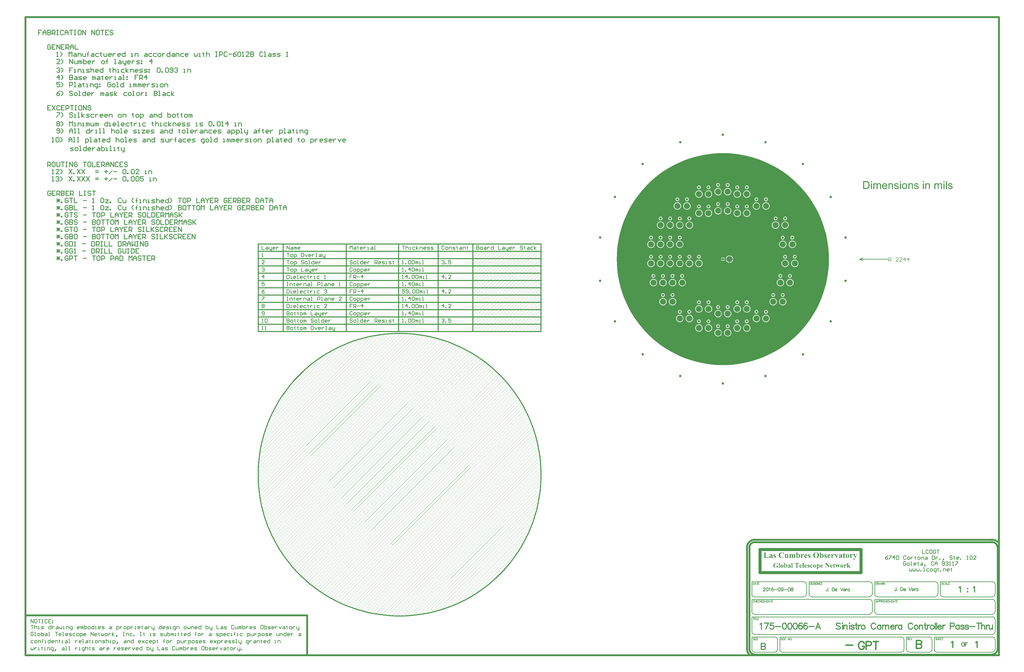
<source format=gtl>
G04 Layer_Physical_Order=1*
G04 Layer_Color=255*
%FSLAX23Y23*%
%MOIN*%
G70*
G01*
G75*
%ADD10C,0.010*%
%ADD11C,0.030*%
%ADD12C,0.050*%
%ADD13C,0.015*%
%ADD14C,0.001*%
%ADD15C,0.012*%
%ADD16C,0.006*%
%ADD17C,0.024*%
%ADD18C,0.018*%
%ADD19C,0.020*%
%ADD20C,0.016*%
%ADD21C,0.039*%
%ADD22C,0.100*%
%ADD23C,0.040*%
G36*
X3641Y1265D02*
X3625D01*
Y1283D01*
X3641D01*
Y1265D01*
D02*
G37*
G36*
X3303D02*
X3287D01*
Y1283D01*
X3303D01*
Y1265D01*
D02*
G37*
G36*
X2925D02*
X2910D01*
Y1283D01*
X2925D01*
Y1265D01*
D02*
G37*
G36*
X2448D02*
X2432D01*
Y1283D01*
X2448D01*
Y1265D01*
D02*
G37*
G36*
X3374Y1250D02*
X3376Y1249D01*
X3378Y1249D01*
X3381Y1248D01*
X3384Y1248D01*
X3386Y1247D01*
X3387Y1246D01*
X3387Y1246D01*
X3389Y1245D01*
X3390Y1244D01*
X3392Y1243D01*
X3394Y1242D01*
X3395Y1240D01*
X3397Y1239D01*
X3397Y1239D01*
X3397Y1238D01*
X3398Y1237D01*
X3399Y1235D01*
X3399Y1234D01*
X3400Y1232D01*
X3401Y1230D01*
X3402Y1227D01*
Y1227D01*
X3402Y1226D01*
X3402Y1225D01*
X3402Y1224D01*
X3402Y1221D01*
X3402Y1219D01*
X3403Y1216D01*
Y1212D01*
Y1155D01*
X3387D01*
Y1211D01*
Y1211D01*
Y1212D01*
Y1212D01*
Y1213D01*
X3387Y1215D01*
Y1217D01*
X3386Y1219D01*
X3386Y1221D01*
X3386Y1223D01*
X3385Y1225D01*
Y1226D01*
X3385Y1226D01*
X3384Y1227D01*
X3383Y1228D01*
X3383Y1229D01*
X3381Y1231D01*
X3380Y1232D01*
X3378Y1233D01*
X3378Y1233D01*
X3378Y1234D01*
X3377Y1234D01*
X3375Y1235D01*
X3374Y1235D01*
X3372Y1236D01*
X3370Y1236D01*
X3368Y1236D01*
X3367D01*
X3366Y1236D01*
X3364Y1236D01*
X3362Y1235D01*
X3359Y1235D01*
X3356Y1233D01*
X3353Y1232D01*
X3350Y1230D01*
X3350Y1229D01*
X3349Y1229D01*
X3349Y1228D01*
X3348Y1228D01*
X3348Y1227D01*
X3347Y1226D01*
X3347Y1224D01*
X3346Y1223D01*
X3345Y1221D01*
X3345Y1219D01*
X3344Y1217D01*
X3344Y1214D01*
X3343Y1212D01*
X3343Y1209D01*
X3343Y1205D01*
Y1155D01*
X3327D01*
Y1248D01*
X3341D01*
Y1234D01*
X3342Y1235D01*
X3342Y1235D01*
X3342Y1236D01*
X3343Y1237D01*
X3344Y1238D01*
X3346Y1239D01*
X3347Y1241D01*
X3349Y1242D01*
X3351Y1244D01*
X3353Y1245D01*
X3355Y1246D01*
X3358Y1247D01*
X3361Y1248D01*
X3364Y1249D01*
X3367Y1250D01*
X3371Y1250D01*
X3372D01*
X3374Y1250D01*
D02*
G37*
G36*
X3095D02*
X3098Y1249D01*
X3100Y1249D01*
X3103Y1248D01*
X3105Y1248D01*
X3108Y1247D01*
X3108Y1246D01*
X3109Y1246D01*
X3110Y1245D01*
X3112Y1244D01*
X3114Y1243D01*
X3115Y1242D01*
X3117Y1240D01*
X3118Y1239D01*
X3119Y1239D01*
X3119Y1238D01*
X3120Y1237D01*
X3120Y1235D01*
X3121Y1234D01*
X3122Y1232D01*
X3123Y1230D01*
X3123Y1227D01*
Y1227D01*
X3123Y1226D01*
X3124Y1225D01*
X3124Y1224D01*
X3124Y1221D01*
X3124Y1219D01*
X3124Y1216D01*
Y1212D01*
Y1155D01*
X3109D01*
Y1211D01*
Y1211D01*
Y1212D01*
Y1212D01*
Y1213D01*
X3108Y1215D01*
Y1217D01*
X3108Y1219D01*
X3108Y1221D01*
X3107Y1223D01*
X3107Y1225D01*
Y1226D01*
X3106Y1226D01*
X3106Y1227D01*
X3105Y1228D01*
X3104Y1229D01*
X3103Y1231D01*
X3102Y1232D01*
X3100Y1233D01*
X3100Y1233D01*
X3099Y1234D01*
X3098Y1234D01*
X3097Y1235D01*
X3095Y1235D01*
X3094Y1236D01*
X3091Y1236D01*
X3089Y1236D01*
X3088D01*
X3088Y1236D01*
X3086Y1236D01*
X3083Y1235D01*
X3081Y1235D01*
X3078Y1233D01*
X3075Y1232D01*
X3072Y1230D01*
X3071Y1229D01*
X3071Y1229D01*
X3071Y1228D01*
X3070Y1228D01*
X3069Y1227D01*
X3069Y1226D01*
X3068Y1224D01*
X3068Y1223D01*
X3067Y1221D01*
X3066Y1219D01*
X3066Y1217D01*
X3065Y1214D01*
X3065Y1212D01*
X3065Y1209D01*
X3065Y1205D01*
Y1155D01*
X3049D01*
Y1248D01*
X3063D01*
Y1234D01*
X3063Y1235D01*
X3064Y1235D01*
X3064Y1236D01*
X3065Y1237D01*
X3066Y1238D01*
X3067Y1239D01*
X3069Y1241D01*
X3071Y1242D01*
X3073Y1244D01*
X3075Y1245D01*
X3077Y1246D01*
X3080Y1247D01*
X3083Y1248D01*
X3086Y1249D01*
X3089Y1250D01*
X3092Y1250D01*
X3094D01*
X3095Y1250D01*
D02*
G37*
G36*
X2767D02*
X2769Y1249D01*
X2772Y1249D01*
X2774Y1248D01*
X2777Y1248D01*
X2780Y1247D01*
X2780Y1246D01*
X2781Y1246D01*
X2782Y1245D01*
X2784Y1244D01*
X2785Y1243D01*
X2787Y1242D01*
X2789Y1240D01*
X2790Y1239D01*
X2790Y1239D01*
X2791Y1238D01*
X2791Y1237D01*
X2792Y1235D01*
X2793Y1234D01*
X2794Y1232D01*
X2794Y1230D01*
X2795Y1227D01*
Y1227D01*
X2795Y1226D01*
X2795Y1225D01*
X2795Y1224D01*
X2796Y1221D01*
X2796Y1219D01*
X2796Y1216D01*
Y1212D01*
Y1155D01*
X2780D01*
Y1211D01*
Y1211D01*
Y1212D01*
Y1212D01*
Y1213D01*
X2780Y1215D01*
Y1217D01*
X2780Y1219D01*
X2779Y1221D01*
X2779Y1223D01*
X2778Y1225D01*
Y1226D01*
X2778Y1226D01*
X2777Y1227D01*
X2777Y1228D01*
X2776Y1229D01*
X2775Y1231D01*
X2773Y1232D01*
X2772Y1233D01*
X2772Y1233D01*
X2771Y1234D01*
X2770Y1234D01*
X2769Y1235D01*
X2767Y1235D01*
X2765Y1236D01*
X2763Y1236D01*
X2761Y1236D01*
X2760D01*
X2759Y1236D01*
X2757Y1236D01*
X2755Y1235D01*
X2752Y1235D01*
X2749Y1233D01*
X2746Y1232D01*
X2743Y1230D01*
X2743Y1229D01*
X2743Y1229D01*
X2742Y1228D01*
X2742Y1228D01*
X2741Y1227D01*
X2741Y1226D01*
X2740Y1224D01*
X2739Y1223D01*
X2739Y1221D01*
X2738Y1219D01*
X2737Y1217D01*
X2737Y1214D01*
X2737Y1212D01*
X2736Y1209D01*
X2736Y1205D01*
Y1155D01*
X2721D01*
Y1248D01*
X2735D01*
Y1234D01*
X2735Y1235D01*
X2735Y1235D01*
X2736Y1236D01*
X2737Y1237D01*
X2738Y1238D01*
X2739Y1239D01*
X2740Y1241D01*
X2742Y1242D01*
X2744Y1244D01*
X2746Y1245D01*
X2749Y1246D01*
X2751Y1247D01*
X2754Y1248D01*
X2757Y1249D01*
X2761Y1250D01*
X2764Y1250D01*
X2766D01*
X2767Y1250D01*
D02*
G37*
G36*
X3576D02*
X3577D01*
X3578Y1249D01*
X3581Y1249D01*
X3585Y1248D01*
X3588Y1247D01*
X3592Y1245D01*
X3593Y1243D01*
X3595Y1242D01*
X3595Y1242D01*
X3595Y1242D01*
X3595Y1241D01*
X3596Y1241D01*
X3596Y1240D01*
X3597Y1239D01*
X3598Y1238D01*
X3598Y1236D01*
X3599Y1235D01*
X3600Y1233D01*
X3600Y1231D01*
X3601Y1229D01*
X3601Y1227D01*
X3602Y1224D01*
X3602Y1221D01*
Y1218D01*
Y1155D01*
X3586D01*
Y1213D01*
Y1213D01*
Y1214D01*
Y1214D01*
Y1215D01*
Y1216D01*
X3586Y1218D01*
X3586Y1221D01*
X3586Y1223D01*
X3585Y1225D01*
X3585Y1227D01*
Y1227D01*
X3585Y1227D01*
X3584Y1228D01*
X3584Y1229D01*
X3583Y1230D01*
X3582Y1231D01*
X3581Y1232D01*
X3579Y1233D01*
X3579Y1234D01*
X3579Y1234D01*
X3578Y1234D01*
X3577Y1235D01*
X3575Y1235D01*
X3574Y1236D01*
X3572Y1236D01*
X3570Y1236D01*
X3569D01*
X3568Y1236D01*
X3566Y1236D01*
X3564Y1235D01*
X3561Y1234D01*
X3559Y1233D01*
X3556Y1232D01*
X3553Y1229D01*
X3553Y1229D01*
X3553Y1228D01*
X3552Y1227D01*
X3550Y1224D01*
X3550Y1223D01*
X3549Y1222D01*
X3549Y1220D01*
X3548Y1218D01*
X3548Y1216D01*
X3547Y1214D01*
X3547Y1211D01*
Y1209D01*
Y1155D01*
X3531D01*
Y1215D01*
Y1215D01*
Y1216D01*
Y1216D01*
Y1217D01*
X3531Y1219D01*
X3531Y1221D01*
X3530Y1224D01*
X3530Y1226D01*
X3529Y1229D01*
X3528Y1231D01*
X3527Y1231D01*
X3527Y1232D01*
X3526Y1232D01*
X3525Y1233D01*
X3523Y1234D01*
X3521Y1235D01*
X3518Y1236D01*
X3515Y1236D01*
X3514D01*
X3513Y1236D01*
X3511Y1236D01*
X3509Y1235D01*
X3507Y1235D01*
X3505Y1234D01*
X3503Y1233D01*
X3503Y1232D01*
X3502Y1232D01*
X3501Y1231D01*
X3500Y1230D01*
X3498Y1229D01*
X3497Y1227D01*
X3496Y1225D01*
X3494Y1222D01*
X3494Y1222D01*
X3494Y1221D01*
X3494Y1219D01*
X3493Y1217D01*
X3493Y1215D01*
X3492Y1211D01*
X3492Y1207D01*
X3492Y1203D01*
Y1155D01*
X3476D01*
Y1248D01*
X3490D01*
Y1235D01*
X3490Y1235D01*
X3491Y1236D01*
X3492Y1237D01*
X3493Y1239D01*
X3495Y1240D01*
X3497Y1242D01*
X3499Y1244D01*
X3502Y1246D01*
X3502D01*
X3502Y1246D01*
X3503Y1246D01*
X3505Y1247D01*
X3507Y1248D01*
X3509Y1248D01*
X3512Y1249D01*
X3515Y1250D01*
X3518Y1250D01*
X3520D01*
X3522Y1250D01*
X3524Y1249D01*
X3527Y1249D01*
X3530Y1248D01*
X3533Y1247D01*
X3535Y1245D01*
X3536Y1245D01*
X3536Y1245D01*
X3538Y1244D01*
X3539Y1242D01*
X3541Y1241D01*
X3542Y1239D01*
X3544Y1236D01*
X3545Y1233D01*
X3545Y1234D01*
X3545Y1234D01*
X3546Y1235D01*
X3547Y1236D01*
X3548Y1237D01*
X3549Y1239D01*
X3551Y1240D01*
X3552Y1242D01*
X3554Y1243D01*
X3556Y1245D01*
X3559Y1246D01*
X3561Y1247D01*
X3564Y1248D01*
X3567Y1249D01*
X3570Y1250D01*
X3573Y1250D01*
X3575D01*
X3576Y1250D01*
D02*
G37*
G36*
X2571D02*
X2573D01*
X2574Y1249D01*
X2577Y1249D01*
X2580Y1248D01*
X2584Y1247D01*
X2587Y1245D01*
X2589Y1243D01*
X2590Y1242D01*
X2591Y1242D01*
X2591Y1242D01*
X2591Y1241D01*
X2592Y1241D01*
X2592Y1240D01*
X2593Y1239D01*
X2593Y1238D01*
X2594Y1236D01*
X2595Y1235D01*
X2596Y1233D01*
X2596Y1231D01*
X2597Y1229D01*
X2597Y1227D01*
X2598Y1224D01*
X2598Y1221D01*
Y1218D01*
Y1155D01*
X2582D01*
Y1213D01*
Y1213D01*
Y1214D01*
Y1214D01*
Y1215D01*
Y1216D01*
X2582Y1218D01*
X2582Y1221D01*
X2582Y1223D01*
X2581Y1225D01*
X2581Y1227D01*
Y1227D01*
X2580Y1227D01*
X2580Y1228D01*
X2579Y1229D01*
X2579Y1230D01*
X2578Y1231D01*
X2577Y1232D01*
X2575Y1233D01*
X2575Y1234D01*
X2574Y1234D01*
X2574Y1234D01*
X2572Y1235D01*
X2571Y1235D01*
X2569Y1236D01*
X2568Y1236D01*
X2566Y1236D01*
X2565D01*
X2564Y1236D01*
X2562Y1236D01*
X2560Y1235D01*
X2557Y1234D01*
X2555Y1233D01*
X2552Y1232D01*
X2549Y1229D01*
X2549Y1229D01*
X2548Y1228D01*
X2547Y1227D01*
X2546Y1224D01*
X2545Y1223D01*
X2545Y1222D01*
X2544Y1220D01*
X2544Y1218D01*
X2543Y1216D01*
X2543Y1214D01*
X2543Y1211D01*
Y1209D01*
Y1155D01*
X2527D01*
Y1215D01*
Y1215D01*
Y1216D01*
Y1216D01*
Y1217D01*
X2527Y1219D01*
X2527Y1221D01*
X2526Y1224D01*
X2525Y1226D01*
X2525Y1229D01*
X2523Y1231D01*
X2523Y1231D01*
X2523Y1232D01*
X2522Y1232D01*
X2520Y1233D01*
X2519Y1234D01*
X2516Y1235D01*
X2514Y1236D01*
X2511Y1236D01*
X2510D01*
X2508Y1236D01*
X2507Y1236D01*
X2505Y1235D01*
X2503Y1235D01*
X2501Y1234D01*
X2498Y1233D01*
X2498Y1232D01*
X2497Y1232D01*
X2496Y1231D01*
X2495Y1230D01*
X2494Y1229D01*
X2493Y1227D01*
X2491Y1225D01*
X2490Y1222D01*
X2490Y1222D01*
X2490Y1221D01*
X2489Y1219D01*
X2489Y1217D01*
X2488Y1215D01*
X2488Y1211D01*
X2488Y1207D01*
X2488Y1203D01*
Y1155D01*
X2472D01*
Y1248D01*
X2486D01*
Y1235D01*
X2486Y1235D01*
X2487Y1236D01*
X2488Y1237D01*
X2489Y1239D01*
X2491Y1240D01*
X2493Y1242D01*
X2495Y1244D01*
X2498Y1246D01*
X2498D01*
X2498Y1246D01*
X2499Y1246D01*
X2500Y1247D01*
X2502Y1248D01*
X2505Y1248D01*
X2508Y1249D01*
X2511Y1250D01*
X2514Y1250D01*
X2516D01*
X2518Y1250D01*
X2520Y1249D01*
X2523Y1249D01*
X2526Y1248D01*
X2528Y1247D01*
X2531Y1245D01*
X2531Y1245D01*
X2532Y1245D01*
X2533Y1244D01*
X2535Y1242D01*
X2536Y1241D01*
X2538Y1239D01*
X2539Y1236D01*
X2540Y1233D01*
X2541Y1234D01*
X2541Y1234D01*
X2542Y1235D01*
X2542Y1236D01*
X2544Y1237D01*
X2545Y1239D01*
X2546Y1240D01*
X2548Y1242D01*
X2550Y1243D01*
X2552Y1245D01*
X2555Y1246D01*
X2557Y1247D01*
X2560Y1248D01*
X2563Y1249D01*
X2566Y1250D01*
X2569Y1250D01*
X2570D01*
X2571Y1250D01*
D02*
G37*
G36*
X3738D02*
X3739D01*
X3742Y1249D01*
X3745Y1249D01*
X3748Y1248D01*
X3751Y1248D01*
X3755Y1247D01*
X3755D01*
X3755Y1246D01*
X3756Y1246D01*
X3757Y1245D01*
X3759Y1244D01*
X3761Y1243D01*
X3763Y1242D01*
X3765Y1240D01*
X3767Y1238D01*
X3767Y1238D01*
X3768Y1237D01*
X3768Y1236D01*
X3769Y1234D01*
X3770Y1232D01*
X3771Y1230D01*
X3772Y1227D01*
X3772Y1224D01*
X3757Y1222D01*
Y1222D01*
X3757Y1223D01*
X3756Y1224D01*
X3756Y1226D01*
X3755Y1227D01*
X3754Y1229D01*
X3753Y1231D01*
X3751Y1233D01*
X3751Y1233D01*
X3750Y1233D01*
X3749Y1234D01*
X3747Y1235D01*
X3745Y1235D01*
X3743Y1236D01*
X3740Y1237D01*
X3737Y1237D01*
X3735D01*
X3733Y1237D01*
X3731Y1236D01*
X3728Y1236D01*
X3725Y1235D01*
X3723Y1234D01*
X3721Y1233D01*
X3721Y1233D01*
X3720Y1232D01*
X3720Y1232D01*
X3719Y1231D01*
X3718Y1230D01*
X3717Y1228D01*
X3717Y1227D01*
X3717Y1225D01*
Y1225D01*
Y1224D01*
X3717Y1224D01*
Y1223D01*
X3717Y1221D01*
X3718Y1220D01*
X3718Y1219D01*
X3719Y1219D01*
X3719Y1219D01*
X3719Y1218D01*
X3720Y1218D01*
X3721Y1217D01*
X3722Y1216D01*
X3723Y1216D01*
X3724Y1215D01*
X3725D01*
X3725Y1215D01*
X3726Y1215D01*
X3727Y1214D01*
X3729Y1214D01*
X3730Y1213D01*
X3731Y1213D01*
X3733Y1213D01*
X3735Y1212D01*
X3736Y1212D01*
X3738Y1211D01*
X3739D01*
X3739Y1211D01*
X3740Y1211D01*
X3741Y1210D01*
X3742Y1210D01*
X3744Y1210D01*
X3748Y1209D01*
X3751Y1207D01*
X3755Y1206D01*
X3759Y1205D01*
X3760Y1204D01*
X3762Y1204D01*
X3762Y1204D01*
X3763Y1203D01*
X3764Y1203D01*
X3765Y1202D01*
X3767Y1201D01*
X3769Y1199D01*
X3771Y1198D01*
X3772Y1196D01*
X3772Y1195D01*
X3773Y1195D01*
X3773Y1193D01*
X3774Y1192D01*
X3775Y1190D01*
X3775Y1188D01*
X3776Y1185D01*
X3776Y1182D01*
Y1182D01*
Y1182D01*
Y1181D01*
X3776Y1179D01*
X3775Y1177D01*
X3775Y1175D01*
X3774Y1173D01*
X3773Y1170D01*
X3771Y1167D01*
X3771Y1167D01*
X3770Y1166D01*
X3769Y1165D01*
X3768Y1163D01*
X3766Y1162D01*
X3764Y1160D01*
X3761Y1158D01*
X3758Y1157D01*
X3758D01*
X3758Y1156D01*
X3757Y1156D01*
X3756Y1156D01*
X3755Y1156D01*
X3752Y1155D01*
X3749Y1154D01*
X3746Y1154D01*
X3742Y1153D01*
X3738Y1153D01*
X3737D01*
X3735Y1153D01*
X3734D01*
X3732Y1153D01*
X3730Y1154D01*
X3728Y1154D01*
X3724Y1155D01*
X3719Y1156D01*
X3715Y1158D01*
X3713Y1159D01*
X3711Y1160D01*
X3711Y1160D01*
X3710Y1161D01*
X3710Y1161D01*
X3709Y1162D01*
X3708Y1162D01*
X3708Y1163D01*
X3707Y1165D01*
X3706Y1166D01*
X3705Y1167D01*
X3704Y1169D01*
X3703Y1171D01*
X3702Y1173D01*
X3701Y1175D01*
X3700Y1177D01*
X3699Y1180D01*
X3699Y1183D01*
X3714Y1185D01*
Y1185D01*
Y1185D01*
X3714Y1184D01*
X3715Y1184D01*
X3715Y1182D01*
X3716Y1180D01*
X3717Y1177D01*
X3718Y1175D01*
X3719Y1173D01*
X3721Y1171D01*
X3722Y1171D01*
X3723Y1170D01*
X3724Y1169D01*
X3726Y1168D01*
X3728Y1167D01*
X3731Y1167D01*
X3734Y1166D01*
X3738Y1166D01*
X3740D01*
X3742Y1166D01*
X3744Y1166D01*
X3747Y1167D01*
X3750Y1168D01*
X3752Y1169D01*
X3754Y1170D01*
X3755Y1170D01*
X3755Y1171D01*
X3756Y1172D01*
X3757Y1173D01*
X3758Y1175D01*
X3759Y1176D01*
X3760Y1178D01*
X3760Y1181D01*
Y1181D01*
Y1181D01*
X3760Y1182D01*
X3759Y1184D01*
X3759Y1185D01*
X3758Y1186D01*
X3757Y1188D01*
X3755Y1189D01*
X3755Y1189D01*
X3754Y1189D01*
X3753Y1190D01*
X3752Y1190D01*
X3751Y1191D01*
X3750Y1191D01*
X3748Y1191D01*
X3747Y1192D01*
X3745Y1192D01*
X3743Y1193D01*
X3741Y1194D01*
X3739Y1194D01*
X3739D01*
X3738Y1194D01*
X3737Y1195D01*
X3736Y1195D01*
X3735Y1195D01*
X3733Y1196D01*
X3729Y1197D01*
X3725Y1198D01*
X3721Y1199D01*
X3720Y1200D01*
X3718Y1201D01*
X3716Y1201D01*
X3715Y1202D01*
X3715Y1202D01*
X3714Y1202D01*
X3713Y1203D01*
X3711Y1204D01*
X3710Y1205D01*
X3708Y1207D01*
X3706Y1208D01*
X3705Y1210D01*
X3705Y1211D01*
X3704Y1211D01*
X3704Y1213D01*
X3703Y1214D01*
X3702Y1216D01*
X3702Y1218D01*
X3702Y1220D01*
X3701Y1223D01*
Y1223D01*
Y1224D01*
X3702Y1225D01*
X3702Y1227D01*
X3702Y1228D01*
X3703Y1230D01*
X3703Y1232D01*
X3704Y1234D01*
X3704Y1235D01*
X3705Y1235D01*
X3705Y1236D01*
X3706Y1238D01*
X3707Y1239D01*
X3709Y1240D01*
X3710Y1242D01*
X3712Y1243D01*
X3712Y1243D01*
X3713Y1244D01*
X3713Y1244D01*
X3715Y1245D01*
X3716Y1246D01*
X3718Y1246D01*
X3720Y1247D01*
X3722Y1248D01*
X3722Y1248D01*
X3723Y1248D01*
X3724Y1248D01*
X3726Y1249D01*
X3728Y1249D01*
X3730Y1249D01*
X3733Y1250D01*
X3737D01*
X3738Y1250D01*
D02*
G37*
G36*
X3182D02*
X3183D01*
X3185Y1249D01*
X3188Y1249D01*
X3191Y1248D01*
X3195Y1248D01*
X3198Y1247D01*
X3198D01*
X3198Y1246D01*
X3199Y1246D01*
X3201Y1245D01*
X3202Y1244D01*
X3204Y1243D01*
X3206Y1242D01*
X3208Y1240D01*
X3210Y1238D01*
X3210Y1238D01*
X3211Y1237D01*
X3211Y1236D01*
X3212Y1234D01*
X3213Y1232D01*
X3214Y1230D01*
X3215Y1227D01*
X3216Y1224D01*
X3200Y1222D01*
Y1222D01*
X3200Y1223D01*
X3200Y1224D01*
X3199Y1226D01*
X3198Y1227D01*
X3197Y1229D01*
X3196Y1231D01*
X3194Y1233D01*
X3194Y1233D01*
X3193Y1233D01*
X3192Y1234D01*
X3190Y1235D01*
X3188Y1235D01*
X3186Y1236D01*
X3183Y1237D01*
X3180Y1237D01*
X3178D01*
X3176Y1237D01*
X3174Y1236D01*
X3171Y1236D01*
X3169Y1235D01*
X3166Y1234D01*
X3164Y1233D01*
X3164Y1233D01*
X3164Y1232D01*
X3163Y1232D01*
X3162Y1231D01*
X3161Y1230D01*
X3160Y1228D01*
X3160Y1227D01*
X3160Y1225D01*
Y1225D01*
Y1224D01*
X3160Y1224D01*
Y1223D01*
X3161Y1221D01*
X3161Y1220D01*
X3162Y1219D01*
X3162Y1219D01*
X3162Y1219D01*
X3162Y1218D01*
X3163Y1218D01*
X3164Y1217D01*
X3165Y1216D01*
X3166Y1216D01*
X3168Y1215D01*
X3168D01*
X3168Y1215D01*
X3169Y1215D01*
X3170Y1214D01*
X3172Y1214D01*
X3173Y1213D01*
X3175Y1213D01*
X3176Y1213D01*
X3178Y1212D01*
X3180Y1212D01*
X3182Y1211D01*
X3182D01*
X3182Y1211D01*
X3183Y1211D01*
X3184Y1210D01*
X3186Y1210D01*
X3187Y1210D01*
X3191Y1209D01*
X3195Y1207D01*
X3198Y1206D01*
X3202Y1205D01*
X3203Y1204D01*
X3205Y1204D01*
X3205Y1204D01*
X3206Y1203D01*
X3207Y1203D01*
X3209Y1202D01*
X3210Y1201D01*
X3212Y1199D01*
X3214Y1198D01*
X3215Y1196D01*
X3215Y1195D01*
X3216Y1195D01*
X3216Y1193D01*
X3217Y1192D01*
X3218Y1190D01*
X3218Y1188D01*
X3219Y1185D01*
X3219Y1182D01*
Y1182D01*
Y1182D01*
Y1181D01*
X3219Y1179D01*
X3219Y1177D01*
X3218Y1175D01*
X3217Y1173D01*
X3216Y1170D01*
X3214Y1167D01*
X3214Y1167D01*
X3214Y1166D01*
X3212Y1165D01*
X3211Y1163D01*
X3209Y1162D01*
X3207Y1160D01*
X3204Y1158D01*
X3201Y1157D01*
X3201D01*
X3201Y1156D01*
X3200Y1156D01*
X3200Y1156D01*
X3198Y1156D01*
X3195Y1155D01*
X3193Y1154D01*
X3189Y1154D01*
X3186Y1153D01*
X3182Y1153D01*
X3180D01*
X3179Y1153D01*
X3177D01*
X3175Y1153D01*
X3173Y1154D01*
X3171Y1154D01*
X3167Y1155D01*
X3162Y1156D01*
X3158Y1158D01*
X3156Y1159D01*
X3154Y1160D01*
X3154Y1160D01*
X3154Y1161D01*
X3153Y1161D01*
X3152Y1162D01*
X3152Y1162D01*
X3151Y1163D01*
X3150Y1165D01*
X3149Y1166D01*
X3148Y1167D01*
X3147Y1169D01*
X3146Y1171D01*
X3145Y1173D01*
X3144Y1175D01*
X3143Y1177D01*
X3142Y1180D01*
X3142Y1183D01*
X3157Y1185D01*
Y1185D01*
Y1185D01*
X3158Y1184D01*
X3158Y1184D01*
X3158Y1182D01*
X3159Y1180D01*
X3160Y1177D01*
X3161Y1175D01*
X3163Y1173D01*
X3165Y1171D01*
X3165Y1171D01*
X3166Y1170D01*
X3167Y1169D01*
X3169Y1168D01*
X3171Y1167D01*
X3174Y1167D01*
X3178Y1166D01*
X3181Y1166D01*
X3183D01*
X3185Y1166D01*
X3188Y1166D01*
X3190Y1167D01*
X3193Y1168D01*
X3195Y1169D01*
X3198Y1170D01*
X3198Y1170D01*
X3198Y1171D01*
X3199Y1172D01*
X3200Y1173D01*
X3201Y1175D01*
X3202Y1176D01*
X3203Y1178D01*
X3203Y1181D01*
Y1181D01*
Y1181D01*
X3203Y1182D01*
X3202Y1184D01*
X3202Y1185D01*
X3201Y1186D01*
X3200Y1188D01*
X3198Y1189D01*
X3198Y1189D01*
X3198Y1189D01*
X3197Y1190D01*
X3195Y1190D01*
X3194Y1191D01*
X3193Y1191D01*
X3192Y1191D01*
X3190Y1192D01*
X3188Y1192D01*
X3186Y1193D01*
X3184Y1194D01*
X3182Y1194D01*
X3182D01*
X3181Y1194D01*
X3180Y1195D01*
X3179Y1195D01*
X3178Y1195D01*
X3176Y1196D01*
X3173Y1197D01*
X3169Y1198D01*
X3165Y1199D01*
X3163Y1200D01*
X3161Y1201D01*
X3159Y1201D01*
X3158Y1202D01*
X3158Y1202D01*
X3157Y1202D01*
X3156Y1203D01*
X3154Y1204D01*
X3153Y1205D01*
X3151Y1207D01*
X3149Y1208D01*
X3148Y1210D01*
X3148Y1211D01*
X3147Y1211D01*
X3147Y1213D01*
X3146Y1214D01*
X3146Y1216D01*
X3145Y1218D01*
X3145Y1220D01*
X3145Y1223D01*
Y1223D01*
Y1224D01*
X3145Y1225D01*
X3145Y1227D01*
X3145Y1228D01*
X3146Y1230D01*
X3146Y1232D01*
X3147Y1234D01*
X3148Y1235D01*
X3148Y1235D01*
X3149Y1236D01*
X3149Y1238D01*
X3151Y1239D01*
X3152Y1240D01*
X3153Y1242D01*
X3155Y1243D01*
X3155Y1243D01*
X3156Y1244D01*
X3157Y1244D01*
X3158Y1245D01*
X3159Y1246D01*
X3161Y1246D01*
X3163Y1247D01*
X3165Y1248D01*
X3165Y1248D01*
X3166Y1248D01*
X3167Y1248D01*
X3169Y1249D01*
X3171Y1249D01*
X3174Y1249D01*
X3176Y1250D01*
X3181D01*
X3182Y1250D01*
D02*
G37*
G36*
X2853D02*
X2854D01*
X2857Y1249D01*
X2860Y1249D01*
X2863Y1248D01*
X2866Y1248D01*
X2870Y1247D01*
X2870D01*
X2870Y1246D01*
X2871Y1246D01*
X2872Y1245D01*
X2874Y1244D01*
X2876Y1243D01*
X2878Y1242D01*
X2880Y1240D01*
X2882Y1238D01*
X2882Y1238D01*
X2883Y1237D01*
X2883Y1236D01*
X2884Y1234D01*
X2885Y1232D01*
X2886Y1230D01*
X2887Y1227D01*
X2887Y1224D01*
X2872Y1222D01*
Y1222D01*
X2872Y1223D01*
X2871Y1224D01*
X2871Y1226D01*
X2870Y1227D01*
X2869Y1229D01*
X2868Y1231D01*
X2866Y1233D01*
X2866Y1233D01*
X2865Y1233D01*
X2864Y1234D01*
X2862Y1235D01*
X2860Y1235D01*
X2858Y1236D01*
X2855Y1237D01*
X2852Y1237D01*
X2850D01*
X2848Y1237D01*
X2846Y1236D01*
X2843Y1236D01*
X2840Y1235D01*
X2838Y1234D01*
X2836Y1233D01*
X2836Y1233D01*
X2835Y1232D01*
X2835Y1232D01*
X2834Y1231D01*
X2833Y1230D01*
X2832Y1228D01*
X2832Y1227D01*
X2832Y1225D01*
Y1225D01*
Y1224D01*
X2832Y1224D01*
Y1223D01*
X2832Y1221D01*
X2833Y1220D01*
X2833Y1219D01*
X2834Y1219D01*
X2834Y1219D01*
X2834Y1218D01*
X2835Y1218D01*
X2836Y1217D01*
X2837Y1216D01*
X2838Y1216D01*
X2839Y1215D01*
X2840D01*
X2840Y1215D01*
X2841Y1215D01*
X2842Y1214D01*
X2844Y1214D01*
X2845Y1213D01*
X2846Y1213D01*
X2848Y1213D01*
X2850Y1212D01*
X2851Y1212D01*
X2853Y1211D01*
X2854D01*
X2854Y1211D01*
X2855Y1211D01*
X2856Y1210D01*
X2857Y1210D01*
X2859Y1210D01*
X2863Y1209D01*
X2866Y1207D01*
X2870Y1206D01*
X2874Y1205D01*
X2875Y1204D01*
X2877Y1204D01*
X2877Y1204D01*
X2878Y1203D01*
X2879Y1203D01*
X2880Y1202D01*
X2882Y1201D01*
X2884Y1199D01*
X2886Y1198D01*
X2887Y1196D01*
X2887Y1195D01*
X2888Y1195D01*
X2888Y1193D01*
X2889Y1192D01*
X2890Y1190D01*
X2890Y1188D01*
X2891Y1185D01*
X2891Y1182D01*
Y1182D01*
Y1182D01*
Y1181D01*
X2891Y1179D01*
X2890Y1177D01*
X2890Y1175D01*
X2889Y1173D01*
X2888Y1170D01*
X2886Y1167D01*
X2886Y1167D01*
X2885Y1166D01*
X2884Y1165D01*
X2883Y1163D01*
X2881Y1162D01*
X2879Y1160D01*
X2876Y1158D01*
X2873Y1157D01*
X2873D01*
X2873Y1156D01*
X2872Y1156D01*
X2871Y1156D01*
X2870Y1156D01*
X2867Y1155D01*
X2864Y1154D01*
X2861Y1154D01*
X2857Y1153D01*
X2853Y1153D01*
X2852D01*
X2850Y1153D01*
X2849D01*
X2847Y1153D01*
X2845Y1154D01*
X2843Y1154D01*
X2839Y1155D01*
X2834Y1156D01*
X2830Y1158D01*
X2828Y1159D01*
X2826Y1160D01*
X2826Y1160D01*
X2825Y1161D01*
X2825Y1161D01*
X2824Y1162D01*
X2823Y1162D01*
X2823Y1163D01*
X2822Y1165D01*
X2821Y1166D01*
X2820Y1167D01*
X2819Y1169D01*
X2818Y1171D01*
X2817Y1173D01*
X2816Y1175D01*
X2815Y1177D01*
X2814Y1180D01*
X2814Y1183D01*
X2829Y1185D01*
Y1185D01*
Y1185D01*
X2829Y1184D01*
X2830Y1184D01*
X2830Y1182D01*
X2831Y1180D01*
X2832Y1177D01*
X2833Y1175D01*
X2834Y1173D01*
X2836Y1171D01*
X2837Y1171D01*
X2838Y1170D01*
X2839Y1169D01*
X2841Y1168D01*
X2843Y1167D01*
X2846Y1167D01*
X2849Y1166D01*
X2853Y1166D01*
X2855D01*
X2857Y1166D01*
X2859Y1166D01*
X2862Y1167D01*
X2865Y1168D01*
X2867Y1169D01*
X2869Y1170D01*
X2870Y1170D01*
X2870Y1171D01*
X2871Y1172D01*
X2872Y1173D01*
X2873Y1175D01*
X2874Y1176D01*
X2875Y1178D01*
X2875Y1181D01*
Y1181D01*
Y1181D01*
X2875Y1182D01*
X2874Y1184D01*
X2874Y1185D01*
X2873Y1186D01*
X2872Y1188D01*
X2870Y1189D01*
X2870Y1189D01*
X2869Y1189D01*
X2868Y1190D01*
X2867Y1190D01*
X2866Y1191D01*
X2865Y1191D01*
X2863Y1191D01*
X2862Y1192D01*
X2860Y1192D01*
X2858Y1193D01*
X2856Y1194D01*
X2854Y1194D01*
X2854D01*
X2853Y1194D01*
X2852Y1195D01*
X2851Y1195D01*
X2850Y1195D01*
X2848Y1196D01*
X2844Y1197D01*
X2840Y1198D01*
X2836Y1199D01*
X2835Y1200D01*
X2833Y1201D01*
X2831Y1201D01*
X2830Y1202D01*
X2830Y1202D01*
X2829Y1202D01*
X2828Y1203D01*
X2826Y1204D01*
X2825Y1205D01*
X2823Y1207D01*
X2821Y1208D01*
X2820Y1210D01*
X2820Y1211D01*
X2819Y1211D01*
X2819Y1213D01*
X2818Y1214D01*
X2817Y1216D01*
X2817Y1218D01*
X2817Y1220D01*
X2816Y1223D01*
Y1223D01*
Y1224D01*
X2817Y1225D01*
X2817Y1227D01*
X2817Y1228D01*
X2818Y1230D01*
X2818Y1232D01*
X2819Y1234D01*
X2819Y1235D01*
X2820Y1235D01*
X2820Y1236D01*
X2821Y1238D01*
X2822Y1239D01*
X2824Y1240D01*
X2825Y1242D01*
X2827Y1243D01*
X2827Y1243D01*
X2828Y1244D01*
X2828Y1244D01*
X2830Y1245D01*
X2831Y1246D01*
X2833Y1246D01*
X2835Y1247D01*
X2837Y1248D01*
X2837Y1248D01*
X2838Y1248D01*
X2839Y1248D01*
X2841Y1249D01*
X2843Y1249D01*
X2845Y1249D01*
X2848Y1250D01*
X2852D01*
X2853Y1250D01*
D02*
G37*
G36*
X3681Y1155D02*
X3665D01*
Y1283D01*
X3681D01*
Y1155D01*
D02*
G37*
G36*
X3641D02*
X3625D01*
Y1248D01*
X3641D01*
Y1155D01*
D02*
G37*
G36*
X3303D02*
X3287D01*
Y1248D01*
X3303D01*
Y1155D01*
D02*
G37*
G36*
X2925D02*
X2910D01*
Y1248D01*
X2925D01*
Y1155D01*
D02*
G37*
G36*
X2448D02*
X2432D01*
Y1248D01*
X2448D01*
Y1155D01*
D02*
G37*
G36*
X2354Y1283D02*
X2357D01*
X2361Y1283D01*
X2365Y1282D01*
X2369Y1282D01*
X2372Y1281D01*
X2372D01*
X2372Y1281D01*
X2373Y1281D01*
X2374Y1281D01*
X2375Y1280D01*
X2376Y1280D01*
X2378Y1279D01*
X2381Y1278D01*
X2384Y1276D01*
X2388Y1274D01*
X2391Y1272D01*
X2391Y1272D01*
X2391Y1272D01*
X2392Y1271D01*
X2392Y1270D01*
X2393Y1270D01*
X2394Y1269D01*
X2395Y1267D01*
X2396Y1266D01*
X2399Y1263D01*
X2401Y1259D01*
X2404Y1255D01*
X2406Y1250D01*
Y1250D01*
X2406Y1249D01*
X2406Y1249D01*
X2407Y1248D01*
X2407Y1246D01*
X2407Y1245D01*
X2408Y1243D01*
X2408Y1241D01*
X2409Y1239D01*
X2409Y1237D01*
X2410Y1234D01*
X2410Y1232D01*
X2411Y1226D01*
X2411Y1220D01*
Y1219D01*
Y1219D01*
Y1218D01*
Y1217D01*
X2411Y1216D01*
Y1214D01*
X2411Y1213D01*
X2410Y1211D01*
X2410Y1207D01*
X2409Y1203D01*
X2409Y1198D01*
X2407Y1194D01*
Y1194D01*
X2407Y1193D01*
X2407Y1193D01*
X2407Y1192D01*
X2406Y1191D01*
X2406Y1190D01*
X2405Y1187D01*
X2404Y1184D01*
X2402Y1181D01*
X2401Y1178D01*
X2399Y1175D01*
X2399Y1175D01*
X2398Y1174D01*
X2397Y1173D01*
X2395Y1171D01*
X2394Y1169D01*
X2392Y1167D01*
X2389Y1165D01*
X2387Y1163D01*
X2387Y1163D01*
X2386Y1163D01*
X2384Y1162D01*
X2383Y1161D01*
X2380Y1160D01*
X2378Y1159D01*
X2375Y1158D01*
X2372Y1157D01*
X2371D01*
X2371Y1157D01*
X2371D01*
X2370Y1157D01*
X2369Y1157D01*
X2368Y1156D01*
X2366Y1156D01*
X2363Y1156D01*
X2359Y1155D01*
X2355Y1155D01*
X2351Y1155D01*
X2305D01*
Y1283D01*
X2353D01*
X2354Y1283D01*
D02*
G37*
G36*
X2990Y1250D02*
X2992Y1249D01*
X2994Y1249D01*
X2996Y1249D01*
X2998Y1248D01*
X3000Y1248D01*
X3003Y1247D01*
X3006Y1246D01*
X3008Y1244D01*
X3011Y1243D01*
X3013Y1241D01*
X3016Y1239D01*
X3018Y1237D01*
X3018Y1237D01*
X3019Y1237D01*
X3019Y1236D01*
X3020Y1235D01*
X3021Y1234D01*
X3022Y1232D01*
X3023Y1230D01*
X3024Y1228D01*
X3025Y1226D01*
X3027Y1223D01*
X3028Y1220D01*
X3029Y1217D01*
X3029Y1214D01*
X3030Y1210D01*
X3030Y1207D01*
X3030Y1203D01*
Y1202D01*
Y1202D01*
Y1201D01*
Y1200D01*
X3030Y1198D01*
X3030Y1196D01*
X3030Y1194D01*
X3030Y1192D01*
X3029Y1188D01*
X3028Y1183D01*
X3027Y1179D01*
X3026Y1176D01*
X3025Y1174D01*
Y1174D01*
X3025Y1174D01*
X3024Y1173D01*
X3024Y1173D01*
X3023Y1171D01*
X3021Y1169D01*
X3019Y1166D01*
X3016Y1163D01*
X3013Y1161D01*
X3009Y1159D01*
X3009D01*
X3009Y1158D01*
X3008Y1158D01*
X3007Y1158D01*
X3007Y1157D01*
X3005Y1157D01*
X3003Y1156D01*
X2999Y1155D01*
X2996Y1154D01*
X2991Y1153D01*
X2987Y1153D01*
X2986D01*
X2985Y1153D01*
X2984D01*
X2982Y1153D01*
X2980Y1154D01*
X2978Y1154D01*
X2976Y1155D01*
X2973Y1155D01*
X2971Y1156D01*
X2968Y1157D01*
X2966Y1158D01*
X2963Y1160D01*
X2960Y1161D01*
X2958Y1163D01*
X2956Y1165D01*
X2955Y1165D01*
X2955Y1166D01*
X2954Y1167D01*
X2954Y1168D01*
X2953Y1169D01*
X2952Y1170D01*
X2951Y1172D01*
X2950Y1174D01*
X2948Y1177D01*
X2947Y1180D01*
X2946Y1182D01*
X2945Y1186D01*
X2945Y1189D01*
X2944Y1193D01*
X2944Y1197D01*
X2944Y1201D01*
Y1202D01*
Y1202D01*
X2944Y1204D01*
Y1205D01*
X2944Y1208D01*
X2944Y1210D01*
X2945Y1213D01*
X2945Y1216D01*
X2946Y1219D01*
X2947Y1222D01*
X2948Y1225D01*
X2950Y1228D01*
X2951Y1231D01*
X2953Y1234D01*
X2955Y1237D01*
X2958Y1239D01*
X2958Y1240D01*
X2958Y1240D01*
X2959Y1240D01*
X2960Y1241D01*
X2961Y1242D01*
X2962Y1243D01*
X2964Y1244D01*
X2966Y1245D01*
X2968Y1246D01*
X2970Y1246D01*
X2973Y1247D01*
X2975Y1248D01*
X2978Y1249D01*
X2981Y1249D01*
X2984Y1250D01*
X2987Y1250D01*
X2989D01*
X2990Y1250D01*
D02*
G37*
G36*
X2662D02*
X2664Y1249D01*
X2666Y1249D01*
X2668Y1249D01*
X2670Y1248D01*
X2672Y1248D01*
X2675Y1247D01*
X2677Y1246D01*
X2680Y1244D01*
X2682Y1243D01*
X2685Y1241D01*
X2687Y1239D01*
X2690Y1237D01*
X2690Y1237D01*
X2690Y1236D01*
X2691Y1236D01*
X2691Y1235D01*
X2692Y1233D01*
X2693Y1232D01*
X2694Y1230D01*
X2696Y1228D01*
X2697Y1225D01*
X2698Y1223D01*
X2699Y1220D01*
X2700Y1217D01*
X2700Y1213D01*
X2701Y1210D01*
X2701Y1206D01*
X2701Y1201D01*
Y1201D01*
Y1200D01*
Y1199D01*
X2701Y1197D01*
X2632D01*
Y1197D01*
Y1197D01*
X2632Y1196D01*
X2632Y1195D01*
X2633Y1193D01*
X2633Y1192D01*
X2633Y1189D01*
X2635Y1185D01*
X2636Y1181D01*
X2638Y1177D01*
X2639Y1176D01*
X2641Y1174D01*
X2641Y1174D01*
X2641Y1174D01*
X2641Y1173D01*
X2642Y1173D01*
X2644Y1171D01*
X2646Y1170D01*
X2649Y1168D01*
X2652Y1167D01*
X2656Y1166D01*
X2658Y1166D01*
X2660Y1166D01*
X2662D01*
X2663Y1166D01*
X2665Y1166D01*
X2667Y1167D01*
X2670Y1168D01*
X2672Y1169D01*
X2675Y1170D01*
X2675Y1171D01*
X2676Y1171D01*
X2677Y1172D01*
X2678Y1174D01*
X2680Y1176D01*
X2681Y1179D01*
X2683Y1182D01*
X2684Y1185D01*
X2701Y1183D01*
Y1183D01*
X2701Y1182D01*
X2700Y1182D01*
X2700Y1181D01*
X2700Y1179D01*
X2699Y1178D01*
X2698Y1175D01*
X2696Y1171D01*
X2693Y1168D01*
X2690Y1164D01*
X2687Y1161D01*
X2686D01*
X2686Y1160D01*
X2686Y1160D01*
X2685Y1160D01*
X2684Y1159D01*
X2682Y1158D01*
X2681Y1158D01*
X2679Y1157D01*
X2678Y1156D01*
X2676Y1156D01*
X2673Y1155D01*
X2671Y1154D01*
X2666Y1153D01*
X2663Y1153D01*
X2660Y1153D01*
X2659D01*
X2658Y1153D01*
X2657D01*
X2655Y1153D01*
X2653Y1154D01*
X2651Y1154D01*
X2648Y1155D01*
X2646Y1155D01*
X2643Y1156D01*
X2641Y1157D01*
X2638Y1158D01*
X2635Y1160D01*
X2633Y1161D01*
X2630Y1163D01*
X2628Y1165D01*
X2628Y1166D01*
X2627Y1166D01*
X2627Y1167D01*
X2626Y1168D01*
X2625Y1169D01*
X2624Y1171D01*
X2623Y1172D01*
X2622Y1174D01*
X2621Y1177D01*
X2620Y1179D01*
X2619Y1182D01*
X2618Y1185D01*
X2617Y1189D01*
X2616Y1192D01*
X2616Y1196D01*
X2616Y1200D01*
Y1201D01*
Y1201D01*
X2616Y1203D01*
Y1204D01*
X2616Y1206D01*
X2617Y1209D01*
X2617Y1211D01*
X2617Y1214D01*
X2618Y1217D01*
X2619Y1220D01*
X2620Y1223D01*
X2621Y1226D01*
X2622Y1229D01*
X2624Y1232D01*
X2626Y1234D01*
X2628Y1237D01*
X2628Y1237D01*
X2628Y1237D01*
X2629Y1238D01*
X2630Y1239D01*
X2631Y1240D01*
X2633Y1241D01*
X2634Y1242D01*
X2636Y1243D01*
X2638Y1244D01*
X2641Y1246D01*
X2643Y1247D01*
X2646Y1248D01*
X2649Y1249D01*
X2652Y1249D01*
X2656Y1250D01*
X2659Y1250D01*
X2661D01*
X2662Y1250D01*
D02*
G37*
G36*
X81Y1742D02*
X161Y1737D01*
X241Y1727D01*
X320Y1714D01*
X399Y1698D01*
X477Y1677D01*
X554Y1654D01*
X630Y1626D01*
X704Y1595D01*
X777Y1561D01*
X849Y1524D01*
X918Y1483D01*
X986Y1439D01*
X1051Y1392D01*
X1114Y1342D01*
X1175Y1289D01*
X1233Y1233D01*
X1289Y1175D01*
X1342Y1114D01*
X1392Y1051D01*
X1439Y986D01*
X1483Y918D01*
X1524Y849D01*
X1561Y777D01*
X1595Y704D01*
X1626Y630D01*
X1654Y554D01*
X1677Y477D01*
X1698Y399D01*
X1714Y320D01*
X1727Y241D01*
X1737Y161D01*
X1742Y81D01*
X1744Y0D01*
X1742Y-81D01*
X1737Y-161D01*
X1727Y-241D01*
X1714Y-320D01*
X1698Y-399D01*
X1677Y-477D01*
X1654Y-554D01*
X1626Y-630D01*
X1595Y-704D01*
X1561Y-777D01*
X1524Y-849D01*
X1483Y-918D01*
X1439Y-986D01*
X1392Y-1051D01*
X1342Y-1114D01*
X1289Y-1175D01*
X1233Y-1233D01*
X1175Y-1289D01*
X1114Y-1342D01*
X1051Y-1392D01*
X986Y-1439D01*
X918Y-1483D01*
X849Y-1524D01*
X777Y-1561D01*
X704Y-1595D01*
X630Y-1626D01*
X554Y-1654D01*
X477Y-1677D01*
X399Y-1698D01*
X320Y-1714D01*
X241Y-1727D01*
X161Y-1737D01*
X81Y-1742D01*
X-0Y-1744D01*
X-81Y-1742D01*
X-161Y-1737D01*
X-241Y-1727D01*
X-320Y-1714D01*
X-399Y-1698D01*
X-477Y-1677D01*
X-554Y-1654D01*
X-630Y-1626D01*
X-704Y-1595D01*
X-777Y-1561D01*
X-849Y-1524D01*
X-918Y-1483D01*
X-986Y-1439D01*
X-1051Y-1392D01*
X-1114Y-1342D01*
X-1175Y-1289D01*
X-1233Y-1233D01*
X-1289Y-1175D01*
X-1342Y-1114D01*
X-1392Y-1051D01*
X-1439Y-986D01*
X-1483Y-918D01*
X-1524Y-849D01*
X-1561Y-777D01*
X-1595Y-704D01*
X-1626Y-630D01*
X-1654Y-554D01*
X-1677Y-477D01*
X-1698Y-399D01*
X-1714Y-320D01*
X-1727Y-241D01*
X-1737Y-161D01*
X-1742Y-81D01*
X-1744Y0D01*
X-1742Y81D01*
X-1737Y161D01*
X-1727Y241D01*
X-1714Y320D01*
X-1698Y399D01*
X-1677Y477D01*
X-1654Y554D01*
X-1626Y630D01*
X-1595Y704D01*
X-1561Y777D01*
X-1524Y849D01*
X-1483Y918D01*
X-1439Y986D01*
X-1392Y1051D01*
X-1342Y1114D01*
X-1289Y1175D01*
X-1233Y1233D01*
X-1175Y1289D01*
X-1114Y1342D01*
X-1051Y1392D01*
X-986Y1439D01*
X-918Y1483D01*
X-849Y1524D01*
X-777Y1561D01*
X-704Y1595D01*
X-630Y1626D01*
X-554Y1654D01*
X-477Y1677D01*
X-399Y1698D01*
X-320Y1714D01*
X-241Y1727D01*
X-161Y1737D01*
X-81Y1742D01*
X-0Y1744D01*
X81Y1742D01*
D02*
G37*
G36*
X1002Y-4855D02*
X1000D01*
Y-4855D01*
X1000Y-4854D01*
X999Y-4854D01*
X999Y-4853D01*
X999Y-4852D01*
X998Y-4851D01*
X998Y-4849D01*
X997Y-4848D01*
X996Y-4845D01*
X994Y-4842D01*
X991Y-4839D01*
X990Y-4838D01*
X989Y-4836D01*
X989Y-4836D01*
X988Y-4836D01*
X988Y-4836D01*
X987Y-4835D01*
X987Y-4835D01*
X986Y-4834D01*
X985Y-4834D01*
X984Y-4833D01*
X981Y-4832D01*
X978Y-4831D01*
X974Y-4830D01*
X973Y-4830D01*
X971Y-4830D01*
X970D01*
X969Y-4830D01*
X969D01*
X968Y-4830D01*
X966Y-4830D01*
X963Y-4831D01*
X961Y-4832D01*
X958Y-4833D01*
X955Y-4835D01*
X955D01*
X955Y-4835D01*
X955Y-4835D01*
X954Y-4836D01*
X953Y-4837D01*
X952Y-4838D01*
X950Y-4840D01*
X948Y-4842D01*
X947Y-4845D01*
X945Y-4847D01*
Y-4847D01*
X945Y-4848D01*
X945Y-4848D01*
X945Y-4849D01*
X944Y-4850D01*
X944Y-4851D01*
X944Y-4852D01*
X943Y-4854D01*
X943Y-4855D01*
X942Y-4857D01*
X942Y-4861D01*
X941Y-4865D01*
X941Y-4870D01*
Y-4870D01*
Y-4870D01*
Y-4871D01*
Y-4872D01*
X941Y-4873D01*
Y-4874D01*
X941Y-4875D01*
X941Y-4877D01*
X942Y-4880D01*
X942Y-4884D01*
X943Y-4888D01*
X944Y-4891D01*
Y-4892D01*
X944Y-4892D01*
X944Y-4892D01*
X945Y-4893D01*
X945Y-4894D01*
X945Y-4895D01*
X946Y-4897D01*
X948Y-4899D01*
X949Y-4902D01*
X951Y-4904D01*
X954Y-4906D01*
X954D01*
X954Y-4907D01*
X954Y-4907D01*
X955Y-4907D01*
X955Y-4907D01*
X956Y-4908D01*
X957Y-4908D01*
X958Y-4909D01*
X961Y-4910D01*
X963Y-4911D01*
X967Y-4911D01*
X970Y-4911D01*
X972D01*
X973Y-4911D01*
X973Y-4911D01*
X976Y-4911D01*
X978Y-4910D01*
X980Y-4910D01*
X983Y-4909D01*
X986Y-4908D01*
X986D01*
X986Y-4908D01*
X987Y-4907D01*
X987Y-4907D01*
X988Y-4907D01*
X988Y-4906D01*
X990Y-4905D01*
X993Y-4903D01*
X995Y-4901D01*
X998Y-4898D01*
X1001Y-4895D01*
Y-4903D01*
X1001Y-4903D01*
X1000Y-4903D01*
X1000Y-4903D01*
X999Y-4904D01*
X999Y-4905D01*
X998Y-4905D01*
X996Y-4907D01*
X994Y-4909D01*
X991Y-4911D01*
X988Y-4913D01*
X985Y-4914D01*
X985D01*
X985Y-4914D01*
X984Y-4914D01*
X984Y-4915D01*
X983Y-4915D01*
X982Y-4915D01*
X981Y-4915D01*
X980Y-4916D01*
X978Y-4916D01*
X977Y-4916D01*
X973Y-4917D01*
X970Y-4917D01*
X966Y-4918D01*
X965D01*
X964Y-4917D01*
X962D01*
X961Y-4917D01*
X959Y-4917D01*
X957Y-4917D01*
X955Y-4917D01*
X953Y-4916D01*
X949Y-4915D01*
X945Y-4914D01*
X942Y-4913D01*
X940Y-4912D01*
X940Y-4912D01*
X940Y-4912D01*
X939Y-4911D01*
X938Y-4911D01*
X938Y-4910D01*
X936Y-4909D01*
X935Y-4909D01*
X934Y-4908D01*
X933Y-4906D01*
X931Y-4905D01*
X928Y-4902D01*
X926Y-4899D01*
X923Y-4895D01*
X923Y-4895D01*
X923Y-4895D01*
X923Y-4894D01*
X922Y-4893D01*
X922Y-4892D01*
X921Y-4891D01*
X921Y-4890D01*
X920Y-4888D01*
X920Y-4887D01*
X919Y-4885D01*
X918Y-4881D01*
X917Y-4877D01*
X917Y-4875D01*
X917Y-4872D01*
Y-4872D01*
Y-4872D01*
Y-4871D01*
X917Y-4870D01*
X917Y-4869D01*
X918Y-4868D01*
X918Y-4866D01*
X918Y-4865D01*
X918Y-4863D01*
X919Y-4861D01*
X920Y-4857D01*
X921Y-4855D01*
X922Y-4852D01*
X923Y-4850D01*
X924Y-4848D01*
X924Y-4848D01*
X924Y-4848D01*
X925Y-4847D01*
X925Y-4846D01*
X926Y-4845D01*
X927Y-4844D01*
X928Y-4843D01*
X929Y-4842D01*
X930Y-4840D01*
X931Y-4839D01*
X933Y-4837D01*
X934Y-4836D01*
X938Y-4833D01*
X942Y-4830D01*
X942Y-4830D01*
X942Y-4830D01*
X943Y-4830D01*
X944Y-4829D01*
X945Y-4829D01*
X946Y-4828D01*
X948Y-4828D01*
X949Y-4827D01*
X951Y-4826D01*
X953Y-4826D01*
X957Y-4825D01*
X961Y-4824D01*
X964Y-4824D01*
X966Y-4824D01*
X968D01*
X969Y-4824D01*
X970Y-4824D01*
X971Y-4824D01*
X972Y-4824D01*
X975Y-4825D01*
X979Y-4826D01*
X982Y-4827D01*
X986Y-4828D01*
X986D01*
X986Y-4828D01*
X987Y-4828D01*
X988Y-4829D01*
X989Y-4829D01*
X991Y-4830D01*
X992Y-4830D01*
X993Y-4830D01*
X994Y-4830D01*
X994D01*
X995Y-4830D01*
X995Y-4830D01*
X996Y-4830D01*
X997Y-4829D01*
X998Y-4829D01*
X998Y-4829D01*
X998Y-4829D01*
X998Y-4828D01*
X998Y-4828D01*
X999Y-4827D01*
X999Y-4826D01*
X999Y-4825D01*
X1000Y-4824D01*
X1002D01*
Y-4855D01*
D02*
G37*
G36*
X1173Y-4852D02*
X1174Y-4852D01*
X1176Y-4853D01*
X1178Y-4853D01*
X1179Y-4854D01*
X1181Y-4855D01*
X1181Y-4855D01*
X1181Y-4855D01*
X1182Y-4856D01*
X1183Y-4857D01*
X1184Y-4858D01*
X1185Y-4859D01*
X1185Y-4861D01*
X1186Y-4862D01*
X1186Y-4863D01*
X1186Y-4863D01*
X1187Y-4864D01*
X1187Y-4866D01*
X1187Y-4868D01*
X1187Y-4870D01*
X1187Y-4872D01*
X1188Y-4873D01*
Y-4875D01*
Y-4877D01*
Y-4902D01*
Y-4902D01*
Y-4902D01*
Y-4903D01*
Y-4903D01*
X1188Y-4905D01*
Y-4906D01*
X1188Y-4907D01*
X1188Y-4909D01*
X1188Y-4910D01*
X1189Y-4911D01*
X1189Y-4911D01*
X1189Y-4911D01*
X1189Y-4911D01*
X1189Y-4912D01*
X1190Y-4912D01*
X1191Y-4912D01*
X1192Y-4913D01*
X1193Y-4913D01*
X1194Y-4913D01*
Y-4916D01*
X1162D01*
Y-4913D01*
X1162D01*
X1163Y-4913D01*
X1164Y-4913D01*
X1164Y-4913D01*
X1165Y-4912D01*
X1166Y-4912D01*
X1167Y-4911D01*
X1168Y-4910D01*
Y-4910D01*
X1168Y-4910D01*
X1168Y-4909D01*
X1169Y-4909D01*
X1169Y-4908D01*
X1169Y-4906D01*
X1169Y-4904D01*
Y-4902D01*
Y-4876D01*
Y-4875D01*
Y-4875D01*
Y-4875D01*
Y-4874D01*
Y-4873D01*
X1169Y-4871D01*
Y-4869D01*
X1169Y-4868D01*
X1169Y-4866D01*
X1169Y-4865D01*
X1168Y-4865D01*
Y-4865D01*
X1168Y-4865D01*
X1168Y-4864D01*
X1168Y-4864D01*
X1167Y-4863D01*
X1166Y-4862D01*
X1166Y-4861D01*
X1165Y-4861D01*
X1164Y-4861D01*
X1163Y-4860D01*
X1163D01*
X1162Y-4861D01*
X1161Y-4861D01*
X1160Y-4861D01*
X1159Y-4861D01*
X1158Y-4862D01*
X1157Y-4863D01*
X1157Y-4863D01*
X1157Y-4863D01*
X1156Y-4863D01*
X1155Y-4864D01*
X1154Y-4865D01*
X1154Y-4866D01*
X1152Y-4867D01*
X1151Y-4869D01*
Y-4902D01*
Y-4902D01*
Y-4902D01*
Y-4903D01*
X1151Y-4904D01*
Y-4906D01*
X1152Y-4907D01*
X1152Y-4909D01*
X1152Y-4910D01*
X1152Y-4911D01*
X1153Y-4911D01*
X1153Y-4911D01*
X1153Y-4911D01*
X1154Y-4912D01*
X1155Y-4912D01*
X1156Y-4913D01*
X1157Y-4913D01*
X1158Y-4913D01*
Y-4916D01*
X1126D01*
Y-4913D01*
X1127D01*
X1127Y-4913D01*
X1128Y-4913D01*
X1129Y-4913D01*
X1130Y-4912D01*
X1131D01*
X1131Y-4912D01*
X1131Y-4911D01*
X1132Y-4910D01*
X1132Y-4909D01*
Y-4909D01*
X1132Y-4909D01*
Y-4908D01*
X1133Y-4908D01*
X1133Y-4907D01*
Y-4906D01*
X1133Y-4904D01*
Y-4902D01*
Y-4876D01*
Y-4875D01*
Y-4875D01*
Y-4875D01*
Y-4874D01*
Y-4873D01*
X1133Y-4871D01*
Y-4869D01*
X1133Y-4868D01*
X1132Y-4866D01*
X1132Y-4866D01*
X1132Y-4865D01*
Y-4865D01*
X1132Y-4865D01*
X1132Y-4864D01*
X1132Y-4864D01*
X1131Y-4863D01*
X1130Y-4862D01*
X1130D01*
X1130Y-4861D01*
X1129Y-4861D01*
X1128Y-4861D01*
X1127Y-4860D01*
X1126D01*
X1126Y-4861D01*
X1125D01*
X1124Y-4861D01*
X1123Y-4861D01*
X1122Y-4862D01*
X1122Y-4862D01*
X1121Y-4862D01*
X1121Y-4863D01*
X1120Y-4864D01*
X1119Y-4864D01*
X1118Y-4866D01*
X1116Y-4867D01*
X1115Y-4869D01*
Y-4902D01*
Y-4902D01*
Y-4902D01*
Y-4903D01*
X1115Y-4904D01*
Y-4906D01*
X1115Y-4907D01*
X1116Y-4909D01*
X1116Y-4910D01*
X1116Y-4911D01*
X1117Y-4911D01*
X1117Y-4911D01*
X1117Y-4911D01*
X1118Y-4912D01*
X1118Y-4912D01*
X1119Y-4913D01*
X1120Y-4913D01*
X1122Y-4913D01*
Y-4916D01*
X1090D01*
Y-4913D01*
X1090D01*
X1091Y-4913D01*
X1091Y-4913D01*
X1092Y-4913D01*
X1094Y-4912D01*
X1095Y-4911D01*
X1096Y-4911D01*
Y-4911D01*
X1096Y-4910D01*
X1096Y-4910D01*
X1096Y-4909D01*
X1096Y-4908D01*
X1097Y-4907D01*
X1097Y-4905D01*
Y-4903D01*
Y-4902D01*
Y-4867D01*
Y-4867D01*
Y-4867D01*
Y-4866D01*
Y-4866D01*
Y-4865D01*
X1097Y-4863D01*
X1096Y-4862D01*
X1096Y-4860D01*
X1096Y-4859D01*
X1096Y-4859D01*
X1095Y-4858D01*
Y-4858D01*
X1095Y-4858D01*
X1095Y-4858D01*
X1094Y-4857D01*
X1094Y-4857D01*
X1093Y-4857D01*
X1091Y-4856D01*
X1090Y-4856D01*
Y-4854D01*
X1115D01*
Y-4862D01*
X1115Y-4862D01*
X1115Y-4862D01*
X1116Y-4861D01*
X1117Y-4860D01*
X1118Y-4859D01*
X1120Y-4857D01*
X1121Y-4856D01*
X1123Y-4855D01*
X1125Y-4854D01*
X1125Y-4854D01*
X1125Y-4854D01*
X1126Y-4853D01*
X1127Y-4853D01*
X1129Y-4853D01*
X1130Y-4852D01*
X1132Y-4852D01*
X1134Y-4852D01*
X1135D01*
X1136Y-4852D01*
X1138Y-4852D01*
X1139Y-4853D01*
X1141Y-4853D01*
X1142Y-4854D01*
X1144Y-4855D01*
X1144Y-4855D01*
X1145Y-4855D01*
X1145Y-4856D01*
X1146Y-4857D01*
X1147Y-4858D01*
X1148Y-4859D01*
X1149Y-4861D01*
X1150Y-4863D01*
X1150Y-4863D01*
X1151Y-4863D01*
X1151Y-4862D01*
X1152Y-4861D01*
X1154Y-4860D01*
X1155Y-4858D01*
X1157Y-4857D01*
X1159Y-4856D01*
X1160Y-4855D01*
X1161Y-4854D01*
X1161Y-4854D01*
X1162Y-4854D01*
X1164Y-4853D01*
X1165Y-4853D01*
X1167Y-4852D01*
X1169Y-4852D01*
X1171Y-4852D01*
X1172D01*
X1173Y-4852D01*
D02*
G37*
G36*
X2133D02*
X2134Y-4852D01*
X2135Y-4852D01*
X2136Y-4853D01*
X2137Y-4853D01*
X2138Y-4854D01*
X2138Y-4854D01*
X2138Y-4855D01*
X2139Y-4855D01*
X2139Y-4856D01*
X2140Y-4857D01*
X2140Y-4858D01*
X2140Y-4859D01*
X2140Y-4861D01*
Y-4861D01*
Y-4861D01*
X2140Y-4862D01*
X2140Y-4863D01*
X2140Y-4864D01*
X2139Y-4865D01*
X2139Y-4867D01*
X2138Y-4868D01*
X2138Y-4868D01*
X2138Y-4868D01*
X2137Y-4868D01*
X2137Y-4869D01*
X2136Y-4869D01*
X2135Y-4870D01*
X2134Y-4870D01*
X2133Y-4870D01*
X2132D01*
X2132Y-4870D01*
X2131Y-4870D01*
X2130Y-4869D01*
X2129Y-4869D01*
X2128Y-4868D01*
X2127Y-4868D01*
X2127Y-4868D01*
X2126Y-4867D01*
X2126Y-4867D01*
X2126Y-4867D01*
X2125Y-4866D01*
X2124Y-4865D01*
X2124Y-4865D01*
X2124Y-4865D01*
X2123Y-4865D01*
X2123Y-4865D01*
X2122Y-4865D01*
X2122D01*
X2122Y-4865D01*
X2121D01*
X2120Y-4865D01*
X2119Y-4866D01*
X2119Y-4866D01*
X2119Y-4866D01*
X2118Y-4867D01*
X2118Y-4867D01*
X2117Y-4868D01*
X2117Y-4869D01*
X2116Y-4870D01*
X2115Y-4871D01*
X2115Y-4873D01*
Y-4873D01*
X2115Y-4873D01*
X2114Y-4873D01*
X2114Y-4874D01*
X2114Y-4875D01*
X2114Y-4877D01*
X2113Y-4879D01*
X2113Y-4881D01*
X2113Y-4884D01*
X2113Y-4887D01*
Y-4901D01*
X2113Y-4905D01*
Y-4905D01*
Y-4905D01*
Y-4906D01*
Y-4907D01*
X2113Y-4908D01*
X2113Y-4909D01*
X2113Y-4910D01*
Y-4910D01*
X2113Y-4910D01*
X2114Y-4911D01*
X2114Y-4912D01*
X2115Y-4912D01*
X2116D01*
X2116Y-4912D01*
X2116Y-4913D01*
X2117Y-4913D01*
X2117Y-4913D01*
X2118Y-4913D01*
X2120Y-4913D01*
X2121Y-4913D01*
Y-4916D01*
X2087D01*
Y-4913D01*
X2087D01*
X2088Y-4913D01*
X2089D01*
X2089Y-4913D01*
X2091Y-4912D01*
X2092Y-4912D01*
X2093Y-4911D01*
X2093Y-4911D01*
X2093Y-4911D01*
X2093Y-4910D01*
X2093Y-4909D01*
X2094Y-4908D01*
X2094Y-4906D01*
X2094Y-4905D01*
X2094Y-4904D01*
Y-4903D01*
Y-4901D01*
Y-4867D01*
Y-4867D01*
Y-4866D01*
Y-4865D01*
X2094Y-4864D01*
Y-4863D01*
X2094Y-4862D01*
X2094Y-4861D01*
X2094Y-4860D01*
Y-4860D01*
X2093Y-4860D01*
X2093Y-4859D01*
X2093Y-4858D01*
X2092Y-4857D01*
X2091Y-4857D01*
X2091Y-4857D01*
X2091Y-4857D01*
X2090Y-4857D01*
X2089Y-4856D01*
X2088Y-4856D01*
X2087Y-4856D01*
Y-4854D01*
X2113D01*
Y-4868D01*
X2113Y-4868D01*
X2113Y-4867D01*
X2113Y-4867D01*
X2114Y-4866D01*
X2114Y-4865D01*
X2115Y-4865D01*
X2116Y-4863D01*
X2118Y-4860D01*
X2120Y-4858D01*
X2121Y-4857D01*
X2122Y-4856D01*
X2123Y-4855D01*
X2123Y-4855D01*
X2124Y-4855D01*
X2125Y-4854D01*
X2126Y-4853D01*
X2127Y-4853D01*
X2129Y-4852D01*
X2131Y-4852D01*
X2132Y-4852D01*
X2133D01*
X2133Y-4852D01*
D02*
G37*
G36*
X1825D02*
X1826Y-4852D01*
X1827Y-4852D01*
X1828Y-4853D01*
X1829Y-4853D01*
X1830Y-4854D01*
X1830Y-4854D01*
X1830Y-4855D01*
X1830Y-4855D01*
X1831Y-4856D01*
X1831Y-4857D01*
X1831Y-4858D01*
X1832Y-4859D01*
X1832Y-4861D01*
Y-4861D01*
Y-4861D01*
X1832Y-4862D01*
X1832Y-4863D01*
X1831Y-4864D01*
X1831Y-4865D01*
X1830Y-4867D01*
X1830Y-4868D01*
X1829Y-4868D01*
X1829Y-4868D01*
X1829Y-4868D01*
X1828Y-4869D01*
X1827Y-4869D01*
X1827Y-4870D01*
X1826Y-4870D01*
X1824Y-4870D01*
X1824D01*
X1823Y-4870D01*
X1822Y-4870D01*
X1821Y-4869D01*
X1820Y-4869D01*
X1819Y-4868D01*
X1818Y-4868D01*
X1818Y-4868D01*
X1818Y-4867D01*
X1818Y-4867D01*
X1817Y-4867D01*
X1816Y-4866D01*
X1816Y-4865D01*
X1815Y-4865D01*
X1815Y-4865D01*
X1815Y-4865D01*
X1814Y-4865D01*
X1814Y-4865D01*
X1814D01*
X1813Y-4865D01*
X1813D01*
X1812Y-4865D01*
X1811Y-4866D01*
X1810Y-4866D01*
X1810Y-4866D01*
X1810Y-4867D01*
X1809Y-4867D01*
X1809Y-4868D01*
X1808Y-4869D01*
X1807Y-4870D01*
X1807Y-4871D01*
X1806Y-4873D01*
Y-4873D01*
X1806Y-4873D01*
X1806Y-4873D01*
X1806Y-4874D01*
X1806Y-4875D01*
X1805Y-4877D01*
X1805Y-4879D01*
X1804Y-4881D01*
X1804Y-4884D01*
X1804Y-4887D01*
Y-4901D01*
X1804Y-4905D01*
Y-4905D01*
Y-4905D01*
Y-4906D01*
Y-4907D01*
X1804Y-4908D01*
X1804Y-4909D01*
X1805Y-4910D01*
Y-4910D01*
X1805Y-4910D01*
X1805Y-4911D01*
X1806Y-4912D01*
X1807Y-4912D01*
X1807D01*
X1807Y-4912D01*
X1808Y-4913D01*
X1808Y-4913D01*
X1809Y-4913D01*
X1810Y-4913D01*
X1811Y-4913D01*
X1812Y-4913D01*
Y-4916D01*
X1779D01*
Y-4913D01*
X1779D01*
X1779Y-4913D01*
X1780D01*
X1781Y-4913D01*
X1783Y-4912D01*
X1784Y-4912D01*
X1784Y-4911D01*
X1784Y-4911D01*
X1784Y-4911D01*
X1785Y-4910D01*
X1785Y-4909D01*
X1785Y-4908D01*
X1785Y-4906D01*
X1786Y-4905D01*
X1786Y-4904D01*
Y-4903D01*
Y-4901D01*
Y-4867D01*
Y-4867D01*
Y-4866D01*
Y-4865D01*
X1786Y-4864D01*
Y-4863D01*
X1785Y-4862D01*
X1785Y-4861D01*
X1785Y-4860D01*
Y-4860D01*
X1785Y-4860D01*
X1785Y-4859D01*
X1784Y-4858D01*
X1783Y-4857D01*
X1783Y-4857D01*
X1783Y-4857D01*
X1782Y-4857D01*
X1782Y-4857D01*
X1781Y-4856D01*
X1780Y-4856D01*
X1779Y-4856D01*
Y-4854D01*
X1804D01*
Y-4868D01*
X1804Y-4868D01*
X1804Y-4867D01*
X1805Y-4867D01*
X1805Y-4866D01*
X1806Y-4865D01*
X1806Y-4865D01*
X1808Y-4863D01*
X1809Y-4860D01*
X1811Y-4858D01*
X1813Y-4857D01*
X1814Y-4856D01*
X1815Y-4855D01*
X1815Y-4855D01*
X1815Y-4855D01*
X1816Y-4854D01*
X1818Y-4853D01*
X1819Y-4853D01*
X1820Y-4852D01*
X1822Y-4852D01*
X1824Y-4852D01*
X1824D01*
X1825Y-4852D01*
D02*
G37*
G36*
X1324D02*
X1325Y-4852D01*
X1326Y-4852D01*
X1327Y-4853D01*
X1328Y-4853D01*
X1329Y-4854D01*
X1329Y-4854D01*
X1329Y-4855D01*
X1330Y-4855D01*
X1330Y-4856D01*
X1331Y-4857D01*
X1331Y-4858D01*
X1331Y-4859D01*
X1331Y-4861D01*
Y-4861D01*
Y-4861D01*
X1331Y-4862D01*
X1331Y-4863D01*
X1331Y-4864D01*
X1330Y-4865D01*
X1330Y-4867D01*
X1329Y-4868D01*
X1329Y-4868D01*
X1329Y-4868D01*
X1328Y-4868D01*
X1328Y-4869D01*
X1327Y-4869D01*
X1326Y-4870D01*
X1325Y-4870D01*
X1324Y-4870D01*
X1323D01*
X1323Y-4870D01*
X1322Y-4870D01*
X1321Y-4869D01*
X1320Y-4869D01*
X1319Y-4868D01*
X1318Y-4868D01*
X1318Y-4868D01*
X1317Y-4867D01*
X1317Y-4867D01*
X1317Y-4867D01*
X1316Y-4866D01*
X1315Y-4865D01*
X1315Y-4865D01*
X1315Y-4865D01*
X1314Y-4865D01*
X1314Y-4865D01*
X1313Y-4865D01*
X1313D01*
X1313Y-4865D01*
X1312D01*
X1311Y-4865D01*
X1310Y-4866D01*
X1310Y-4866D01*
X1310Y-4866D01*
X1309Y-4867D01*
X1309Y-4867D01*
X1308Y-4868D01*
X1308Y-4869D01*
X1307Y-4870D01*
X1306Y-4871D01*
X1306Y-4873D01*
Y-4873D01*
X1306Y-4873D01*
X1305Y-4873D01*
X1305Y-4874D01*
X1305Y-4875D01*
X1305Y-4877D01*
X1304Y-4879D01*
X1304Y-4881D01*
X1304Y-4884D01*
X1304Y-4887D01*
Y-4901D01*
X1304Y-4905D01*
Y-4905D01*
Y-4905D01*
Y-4906D01*
Y-4907D01*
X1304Y-4908D01*
X1304Y-4909D01*
X1304Y-4910D01*
Y-4910D01*
X1304Y-4910D01*
X1305Y-4911D01*
X1305Y-4912D01*
X1306Y-4912D01*
X1307D01*
X1307Y-4912D01*
X1307Y-4913D01*
X1308Y-4913D01*
X1308Y-4913D01*
X1309Y-4913D01*
X1311Y-4913D01*
X1312Y-4913D01*
Y-4916D01*
X1278D01*
Y-4913D01*
X1278D01*
X1279Y-4913D01*
X1280D01*
X1280Y-4913D01*
X1282Y-4912D01*
X1283Y-4912D01*
X1284Y-4911D01*
X1284Y-4911D01*
X1284Y-4911D01*
X1284Y-4910D01*
X1284Y-4909D01*
X1285Y-4908D01*
X1285Y-4906D01*
X1285Y-4905D01*
X1285Y-4904D01*
Y-4903D01*
Y-4901D01*
Y-4867D01*
Y-4867D01*
Y-4866D01*
Y-4865D01*
X1285Y-4864D01*
Y-4863D01*
X1285Y-4862D01*
X1285Y-4861D01*
X1285Y-4860D01*
Y-4860D01*
X1284Y-4860D01*
X1284Y-4859D01*
X1284Y-4858D01*
X1283Y-4857D01*
X1282Y-4857D01*
X1282Y-4857D01*
X1282Y-4857D01*
X1281Y-4857D01*
X1280Y-4856D01*
X1279Y-4856D01*
X1278Y-4856D01*
Y-4854D01*
X1304D01*
Y-4868D01*
X1304Y-4868D01*
X1304Y-4867D01*
X1304Y-4867D01*
X1305Y-4866D01*
X1305Y-4865D01*
X1306Y-4865D01*
X1307Y-4863D01*
X1309Y-4860D01*
X1311Y-4858D01*
X1312Y-4857D01*
X1313Y-4856D01*
X1314Y-4855D01*
X1314Y-4855D01*
X1315Y-4855D01*
X1316Y-4854D01*
X1317Y-4853D01*
X1318Y-4853D01*
X1320Y-4852D01*
X1322Y-4852D01*
X1323Y-4852D01*
X1324D01*
X1324Y-4852D01*
D02*
G37*
G36*
X1687D02*
X1688Y-4852D01*
X1690Y-4852D01*
X1692Y-4853D01*
X1693Y-4853D01*
X1695Y-4854D01*
X1695D01*
X1695Y-4854D01*
X1696Y-4855D01*
X1697Y-4855D01*
X1698Y-4855D01*
X1699D01*
X1699Y-4855D01*
X1700Y-4855D01*
X1700Y-4855D01*
X1700Y-4854D01*
X1701Y-4854D01*
X1701Y-4854D01*
X1702Y-4853D01*
X1702Y-4852D01*
X1705D01*
X1706Y-4873D01*
X1703D01*
Y-4873D01*
X1703Y-4873D01*
X1703Y-4872D01*
X1702Y-4872D01*
X1702Y-4871D01*
X1702Y-4870D01*
X1701Y-4868D01*
X1699Y-4866D01*
X1698Y-4864D01*
X1696Y-4862D01*
X1696Y-4861D01*
X1695Y-4860D01*
X1695Y-4860D01*
X1694Y-4860D01*
X1693Y-4859D01*
X1692Y-4859D01*
X1691Y-4858D01*
X1689Y-4857D01*
X1688Y-4857D01*
X1686Y-4857D01*
X1686D01*
X1685Y-4857D01*
X1685Y-4857D01*
X1684Y-4857D01*
X1683Y-4858D01*
X1682Y-4858D01*
X1682Y-4859D01*
X1682Y-4859D01*
X1681Y-4859D01*
X1681Y-4859D01*
X1681Y-4860D01*
X1680Y-4861D01*
X1680Y-4862D01*
X1680Y-4863D01*
Y-4863D01*
Y-4863D01*
X1680Y-4864D01*
X1680Y-4865D01*
X1681Y-4866D01*
X1681Y-4866D01*
X1682Y-4867D01*
X1682Y-4868D01*
X1683Y-4869D01*
X1684Y-4869D01*
X1685Y-4870D01*
X1686Y-4871D01*
X1687Y-4871D01*
X1688Y-4872D01*
X1690Y-4873D01*
X1691Y-4874D01*
X1693Y-4876D01*
X1693Y-4876D01*
X1693Y-4876D01*
X1694Y-4876D01*
X1694Y-4877D01*
X1695Y-4877D01*
X1696Y-4878D01*
X1698Y-4880D01*
X1700Y-4881D01*
X1702Y-4883D01*
X1704Y-4885D01*
X1705Y-4886D01*
X1706Y-4887D01*
X1706Y-4887D01*
X1706Y-4888D01*
X1707Y-4889D01*
X1707Y-4890D01*
X1708Y-4891D01*
X1708Y-4893D01*
X1709Y-4895D01*
X1709Y-4897D01*
Y-4897D01*
Y-4898D01*
X1709Y-4899D01*
X1708Y-4900D01*
X1708Y-4902D01*
X1708Y-4904D01*
X1707Y-4905D01*
X1706Y-4907D01*
X1706Y-4908D01*
X1706Y-4908D01*
X1705Y-4909D01*
X1704Y-4910D01*
X1703Y-4911D01*
X1702Y-4913D01*
X1701Y-4914D01*
X1699Y-4915D01*
X1699Y-4915D01*
X1698Y-4915D01*
X1697Y-4916D01*
X1696Y-4916D01*
X1694Y-4917D01*
X1693Y-4917D01*
X1691Y-4917D01*
X1689Y-4917D01*
X1688D01*
X1687Y-4917D01*
X1685Y-4917D01*
X1684Y-4917D01*
X1682Y-4916D01*
X1679Y-4916D01*
X1677Y-4915D01*
X1677D01*
X1676Y-4915D01*
X1676Y-4914D01*
X1675Y-4914D01*
X1674Y-4914D01*
X1674D01*
X1673Y-4914D01*
X1673Y-4914D01*
X1672Y-4915D01*
X1672Y-4915D01*
X1671Y-4916D01*
X1671Y-4917D01*
X1668D01*
X1667Y-4895D01*
X1670D01*
Y-4895D01*
X1670Y-4895D01*
X1670Y-4896D01*
X1670Y-4896D01*
X1670Y-4897D01*
X1671Y-4898D01*
X1672Y-4900D01*
X1673Y-4902D01*
X1674Y-4904D01*
X1676Y-4906D01*
X1678Y-4908D01*
X1678Y-4908D01*
X1678Y-4909D01*
X1679Y-4909D01*
X1681Y-4910D01*
X1682Y-4911D01*
X1684Y-4912D01*
X1686Y-4912D01*
X1687Y-4912D01*
X1688D01*
X1688Y-4912D01*
X1689Y-4912D01*
X1690Y-4912D01*
X1691Y-4912D01*
X1692Y-4911D01*
X1692Y-4911D01*
X1693Y-4910D01*
X1693Y-4910D01*
X1693Y-4910D01*
X1694Y-4909D01*
X1694Y-4909D01*
X1694Y-4908D01*
X1694Y-4907D01*
X1695Y-4906D01*
Y-4906D01*
Y-4905D01*
X1694Y-4905D01*
X1694Y-4904D01*
X1694Y-4903D01*
X1694Y-4902D01*
X1693Y-4901D01*
X1693Y-4900D01*
X1692Y-4900D01*
X1692Y-4900D01*
X1692Y-4899D01*
X1691Y-4899D01*
X1690Y-4898D01*
X1688Y-4896D01*
X1686Y-4895D01*
X1684Y-4893D01*
X1684Y-4893D01*
X1683Y-4893D01*
X1683Y-4893D01*
X1682Y-4892D01*
X1681Y-4892D01*
X1680Y-4891D01*
X1678Y-4889D01*
X1676Y-4888D01*
X1674Y-4886D01*
X1672Y-4884D01*
X1671Y-4883D01*
X1671Y-4883D01*
Y-4882D01*
X1670Y-4882D01*
X1670Y-4882D01*
X1669Y-4881D01*
X1668Y-4879D01*
X1668Y-4877D01*
X1667Y-4875D01*
X1666Y-4873D01*
X1666Y-4871D01*
Y-4870D01*
Y-4870D01*
Y-4870D01*
X1666Y-4869D01*
X1667Y-4868D01*
X1667Y-4866D01*
X1668Y-4864D01*
X1668Y-4862D01*
X1670Y-4860D01*
X1671Y-4858D01*
Y-4858D01*
X1671Y-4857D01*
X1672Y-4857D01*
X1673Y-4856D01*
X1675Y-4855D01*
X1677Y-4854D01*
X1679Y-4853D01*
X1682Y-4852D01*
X1684Y-4852D01*
X1686D01*
X1687Y-4852D01*
D02*
G37*
G36*
X1420D02*
X1421Y-4852D01*
X1423Y-4852D01*
X1424Y-4853D01*
X1426Y-4853D01*
X1428Y-4854D01*
X1428D01*
X1428Y-4854D01*
X1429Y-4855D01*
X1430Y-4855D01*
X1431Y-4855D01*
X1431D01*
X1432Y-4855D01*
X1432Y-4855D01*
X1433Y-4855D01*
X1433Y-4854D01*
X1433Y-4854D01*
X1434Y-4854D01*
X1434Y-4853D01*
X1435Y-4852D01*
X1437D01*
X1438Y-4873D01*
X1436D01*
Y-4873D01*
X1436Y-4873D01*
X1435Y-4872D01*
X1435Y-4872D01*
X1435Y-4871D01*
X1434Y-4870D01*
X1433Y-4868D01*
X1432Y-4866D01*
X1431Y-4864D01*
X1429Y-4862D01*
X1428Y-4861D01*
X1427Y-4860D01*
X1427Y-4860D01*
X1427Y-4860D01*
X1426Y-4859D01*
X1425Y-4859D01*
X1423Y-4858D01*
X1422Y-4857D01*
X1421Y-4857D01*
X1419Y-4857D01*
X1418D01*
X1418Y-4857D01*
X1417Y-4857D01*
X1417Y-4857D01*
X1416Y-4858D01*
X1415Y-4858D01*
X1414Y-4859D01*
X1414Y-4859D01*
X1414Y-4859D01*
X1414Y-4859D01*
X1413Y-4860D01*
X1413Y-4861D01*
X1413Y-4862D01*
X1412Y-4863D01*
Y-4863D01*
Y-4863D01*
X1413Y-4864D01*
X1413Y-4865D01*
X1414Y-4866D01*
X1414Y-4866D01*
X1414Y-4867D01*
X1415Y-4868D01*
X1416Y-4869D01*
X1417Y-4869D01*
X1417Y-4870D01*
X1418Y-4871D01*
X1420Y-4871D01*
X1421Y-4872D01*
X1422Y-4873D01*
X1424Y-4874D01*
X1425Y-4876D01*
X1426Y-4876D01*
X1426Y-4876D01*
X1426Y-4876D01*
X1427Y-4877D01*
X1428Y-4877D01*
X1429Y-4878D01*
X1431Y-4880D01*
X1433Y-4881D01*
X1435Y-4883D01*
X1437Y-4885D01*
X1438Y-4886D01*
X1438Y-4887D01*
X1438Y-4887D01*
X1439Y-4888D01*
X1439Y-4889D01*
X1440Y-4890D01*
X1440Y-4891D01*
X1441Y-4893D01*
X1441Y-4895D01*
X1441Y-4897D01*
Y-4897D01*
Y-4898D01*
X1441Y-4899D01*
X1441Y-4900D01*
X1441Y-4902D01*
X1440Y-4904D01*
X1440Y-4905D01*
X1439Y-4907D01*
X1439Y-4908D01*
X1438Y-4908D01*
X1438Y-4909D01*
X1437Y-4910D01*
X1436Y-4911D01*
X1435Y-4913D01*
X1433Y-4914D01*
X1432Y-4915D01*
X1431Y-4915D01*
X1431Y-4915D01*
X1430Y-4916D01*
X1429Y-4916D01*
X1427Y-4917D01*
X1425Y-4917D01*
X1423Y-4917D01*
X1421Y-4917D01*
X1420D01*
X1419Y-4917D01*
X1418Y-4917D01*
X1416Y-4917D01*
X1414Y-4916D01*
X1412Y-4916D01*
X1409Y-4915D01*
X1409D01*
X1409Y-4915D01*
X1408Y-4914D01*
X1407Y-4914D01*
X1407Y-4914D01*
X1406D01*
X1406Y-4914D01*
X1405Y-4914D01*
X1405Y-4915D01*
X1404Y-4915D01*
X1404Y-4916D01*
X1403Y-4917D01*
X1401D01*
X1400Y-4895D01*
X1402D01*
Y-4895D01*
X1402Y-4895D01*
X1402Y-4896D01*
X1403Y-4896D01*
X1403Y-4897D01*
X1403Y-4898D01*
X1404Y-4900D01*
X1405Y-4902D01*
X1407Y-4904D01*
X1408Y-4906D01*
X1410Y-4908D01*
X1410Y-4908D01*
X1411Y-4909D01*
X1412Y-4909D01*
X1413Y-4910D01*
X1415Y-4911D01*
X1417Y-4912D01*
X1418Y-4912D01*
X1420Y-4912D01*
X1420D01*
X1421Y-4912D01*
X1422Y-4912D01*
X1423Y-4912D01*
X1423Y-4912D01*
X1424Y-4911D01*
X1425Y-4911D01*
X1425Y-4910D01*
X1425Y-4910D01*
X1426Y-4910D01*
X1426Y-4909D01*
X1427Y-4909D01*
X1427Y-4908D01*
X1427Y-4907D01*
X1427Y-4906D01*
Y-4906D01*
Y-4905D01*
X1427Y-4905D01*
X1427Y-4904D01*
X1427Y-4903D01*
X1426Y-4902D01*
X1426Y-4901D01*
X1425Y-4900D01*
X1425Y-4900D01*
X1425Y-4900D01*
X1424Y-4899D01*
X1423Y-4899D01*
X1422Y-4898D01*
X1421Y-4896D01*
X1419Y-4895D01*
X1416Y-4893D01*
X1416Y-4893D01*
X1416Y-4893D01*
X1415Y-4893D01*
X1415Y-4892D01*
X1414Y-4892D01*
X1413Y-4891D01*
X1411Y-4889D01*
X1409Y-4888D01*
X1407Y-4886D01*
X1405Y-4884D01*
X1404Y-4883D01*
X1403Y-4883D01*
Y-4882D01*
X1403Y-4882D01*
X1403Y-4882D01*
X1402Y-4881D01*
X1401Y-4879D01*
X1400Y-4877D01*
X1400Y-4875D01*
X1399Y-4873D01*
X1399Y-4871D01*
Y-4870D01*
Y-4870D01*
Y-4870D01*
X1399Y-4869D01*
X1399Y-4868D01*
X1400Y-4866D01*
X1400Y-4864D01*
X1401Y-4862D01*
X1402Y-4860D01*
X1404Y-4858D01*
Y-4858D01*
X1404Y-4857D01*
X1405Y-4857D01*
X1406Y-4856D01*
X1407Y-4855D01*
X1409Y-4854D01*
X1412Y-4853D01*
X1415Y-4852D01*
X1416Y-4852D01*
X1419D01*
X1420Y-4852D01*
D02*
G37*
G36*
X851D02*
X853Y-4852D01*
X854Y-4852D01*
X856Y-4853D01*
X858Y-4853D01*
X859Y-4854D01*
X859D01*
X860Y-4854D01*
X860Y-4855D01*
X861Y-4855D01*
X862Y-4855D01*
X863D01*
X863Y-4855D01*
X864Y-4855D01*
X864Y-4855D01*
X865Y-4854D01*
X865Y-4854D01*
X865Y-4854D01*
X866Y-4853D01*
X866Y-4852D01*
X869D01*
X870Y-4873D01*
X867D01*
Y-4873D01*
X867Y-4873D01*
X867Y-4872D01*
X867Y-4872D01*
X866Y-4871D01*
X866Y-4870D01*
X865Y-4868D01*
X864Y-4866D01*
X862Y-4864D01*
X861Y-4862D01*
X860Y-4861D01*
X859Y-4860D01*
X859Y-4860D01*
X858Y-4860D01*
X857Y-4859D01*
X856Y-4859D01*
X855Y-4858D01*
X854Y-4857D01*
X852Y-4857D01*
X851Y-4857D01*
X850D01*
X850Y-4857D01*
X849Y-4857D01*
X848Y-4857D01*
X847Y-4858D01*
X847Y-4858D01*
X846Y-4859D01*
X846Y-4859D01*
X846Y-4859D01*
X845Y-4859D01*
X845Y-4860D01*
X844Y-4861D01*
X844Y-4862D01*
X844Y-4863D01*
Y-4863D01*
Y-4863D01*
X844Y-4864D01*
X845Y-4865D01*
X845Y-4866D01*
X845Y-4866D01*
X846Y-4867D01*
X846Y-4868D01*
X848Y-4869D01*
X848Y-4869D01*
X849Y-4870D01*
X850Y-4871D01*
X851Y-4871D01*
X852Y-4872D01*
X854Y-4873D01*
X855Y-4874D01*
X857Y-4876D01*
X857Y-4876D01*
X857Y-4876D01*
X858Y-4876D01*
X859Y-4877D01*
X859Y-4877D01*
X860Y-4878D01*
X862Y-4880D01*
X864Y-4881D01*
X867Y-4883D01*
X868Y-4885D01*
X869Y-4886D01*
X870Y-4887D01*
X870Y-4887D01*
X870Y-4888D01*
X871Y-4889D01*
X872Y-4890D01*
X872Y-4891D01*
X873Y-4893D01*
X873Y-4895D01*
X873Y-4897D01*
Y-4897D01*
Y-4898D01*
X873Y-4899D01*
X873Y-4900D01*
X872Y-4902D01*
X872Y-4904D01*
X871Y-4905D01*
X870Y-4907D01*
X870Y-4908D01*
X870Y-4908D01*
X869Y-4909D01*
X869Y-4910D01*
X868Y-4911D01*
X866Y-4913D01*
X865Y-4914D01*
X863Y-4915D01*
X863Y-4915D01*
X862Y-4915D01*
X861Y-4916D01*
X860Y-4916D01*
X859Y-4917D01*
X857Y-4917D01*
X855Y-4917D01*
X853Y-4917D01*
X852D01*
X851Y-4917D01*
X850Y-4917D01*
X848Y-4917D01*
X846Y-4916D01*
X844Y-4916D01*
X841Y-4915D01*
X841D01*
X841Y-4915D01*
X840Y-4914D01*
X839Y-4914D01*
X838Y-4914D01*
X838D01*
X838Y-4914D01*
X837Y-4914D01*
X837Y-4915D01*
X836Y-4915D01*
X835Y-4916D01*
X835Y-4917D01*
X832D01*
X831Y-4895D01*
X834D01*
Y-4895D01*
X834Y-4895D01*
X834Y-4896D01*
X834Y-4896D01*
X835Y-4897D01*
X835Y-4898D01*
X836Y-4900D01*
X837Y-4902D01*
X838Y-4904D01*
X840Y-4906D01*
X842Y-4908D01*
X842Y-4908D01*
X843Y-4909D01*
X844Y-4909D01*
X845Y-4910D01*
X847Y-4911D01*
X848Y-4912D01*
X850Y-4912D01*
X852Y-4912D01*
X852D01*
X853Y-4912D01*
X853Y-4912D01*
X854Y-4912D01*
X855Y-4912D01*
X856Y-4911D01*
X857Y-4911D01*
X857Y-4910D01*
X857Y-4910D01*
X857Y-4910D01*
X858Y-4909D01*
X858Y-4909D01*
X858Y-4908D01*
X859Y-4907D01*
X859Y-4906D01*
Y-4906D01*
Y-4905D01*
X859Y-4905D01*
X859Y-4904D01*
X858Y-4903D01*
X858Y-4902D01*
X857Y-4901D01*
X857Y-4900D01*
X857Y-4900D01*
X856Y-4900D01*
X856Y-4899D01*
X855Y-4899D01*
X854Y-4898D01*
X852Y-4896D01*
X850Y-4895D01*
X848Y-4893D01*
X848Y-4893D01*
X848Y-4893D01*
X847Y-4893D01*
X846Y-4892D01*
X846Y-4892D01*
X845Y-4891D01*
X843Y-4889D01*
X840Y-4888D01*
X838Y-4886D01*
X836Y-4884D01*
X835Y-4883D01*
X835Y-4883D01*
Y-4882D01*
X835Y-4882D01*
X834Y-4882D01*
X833Y-4881D01*
X833Y-4879D01*
X832Y-4877D01*
X831Y-4875D01*
X831Y-4873D01*
X831Y-4871D01*
Y-4870D01*
Y-4870D01*
Y-4870D01*
X831Y-4869D01*
X831Y-4868D01*
X831Y-4866D01*
X832Y-4864D01*
X833Y-4862D01*
X834Y-4860D01*
X835Y-4858D01*
Y-4858D01*
X836Y-4857D01*
X836Y-4857D01*
X837Y-4856D01*
X839Y-4855D01*
X841Y-4854D01*
X843Y-4853D01*
X846Y-4852D01*
X848Y-4852D01*
X850D01*
X851Y-4852D01*
D02*
G37*
G36*
X1900Y-4856D02*
X1900D01*
X1900Y-4856D01*
X1899Y-4856D01*
X1899Y-4857D01*
X1897Y-4857D01*
X1896Y-4858D01*
X1895Y-4858D01*
X1895Y-4859D01*
X1895Y-4859D01*
X1894Y-4860D01*
X1893Y-4862D01*
X1893Y-4862D01*
X1892Y-4863D01*
X1892Y-4865D01*
X1891Y-4866D01*
X1891Y-4867D01*
X1890Y-4869D01*
X1869Y-4917D01*
X1866D01*
X1846Y-4869D01*
Y-4869D01*
X1845Y-4869D01*
X1845Y-4869D01*
X1845Y-4868D01*
X1844Y-4867D01*
X1843Y-4865D01*
X1842Y-4863D01*
X1842Y-4861D01*
X1841Y-4860D01*
X1840Y-4859D01*
X1840Y-4858D01*
X1840Y-4858D01*
X1839Y-4858D01*
X1839Y-4858D01*
X1839Y-4857D01*
X1838Y-4857D01*
X1837Y-4857D01*
X1836Y-4856D01*
X1835Y-4856D01*
Y-4854D01*
X1868D01*
Y-4856D01*
X1867D01*
X1866Y-4856D01*
X1865Y-4857D01*
X1864Y-4857D01*
X1864Y-4857D01*
X1864D01*
X1864Y-4858D01*
X1863Y-4858D01*
X1862Y-4859D01*
X1862Y-4860D01*
X1862Y-4861D01*
Y-4861D01*
Y-4861D01*
X1862Y-4862D01*
X1863Y-4863D01*
X1863Y-4864D01*
X1863Y-4866D01*
X1864Y-4868D01*
X1865Y-4870D01*
X1875Y-4893D01*
X1883Y-4873D01*
Y-4873D01*
X1884Y-4873D01*
X1884Y-4872D01*
X1884Y-4872D01*
X1885Y-4870D01*
X1885Y-4868D01*
X1886Y-4866D01*
X1886Y-4864D01*
X1887Y-4863D01*
X1887Y-4861D01*
Y-4861D01*
Y-4861D01*
X1887Y-4860D01*
Y-4860D01*
X1886Y-4859D01*
X1886Y-4858D01*
X1885Y-4858D01*
X1885D01*
X1885Y-4857D01*
X1885Y-4857D01*
X1884Y-4857D01*
X1884Y-4857D01*
X1883Y-4856D01*
X1881Y-4856D01*
X1880Y-4856D01*
Y-4854D01*
X1900D01*
Y-4856D01*
D02*
G37*
G36*
X2209D02*
X2209D01*
X2208Y-4856D01*
X2208Y-4856D01*
X2207Y-4857D01*
X2206Y-4857D01*
X2205Y-4857D01*
X2205Y-4858D01*
X2204Y-4859D01*
X2204Y-4859D01*
X2203Y-4859D01*
X2203Y-4860D01*
X2203Y-4860D01*
X2202Y-4861D01*
X2202Y-4862D01*
X2201Y-4863D01*
X2201Y-4864D01*
X2200Y-4865D01*
X2200Y-4867D01*
X2199Y-4868D01*
X2198Y-4870D01*
X2197Y-4872D01*
X2180Y-4918D01*
X2180Y-4918D01*
X2179Y-4919D01*
X2179Y-4920D01*
X2179Y-4921D01*
X2178Y-4922D01*
X2177Y-4924D01*
X2177Y-4925D01*
X2176Y-4927D01*
X2174Y-4931D01*
X2174Y-4933D01*
X2173Y-4934D01*
X2172Y-4936D01*
X2171Y-4937D01*
X2170Y-4938D01*
X2170Y-4939D01*
X2170Y-4939D01*
X2169Y-4940D01*
X2168Y-4941D01*
X2167Y-4942D01*
X2165Y-4943D01*
X2163Y-4944D01*
X2161Y-4945D01*
X2160Y-4945D01*
X2158Y-4945D01*
X2157D01*
X2156Y-4945D01*
X2155Y-4944D01*
X2154Y-4944D01*
X2152Y-4943D01*
X2151Y-4943D01*
X2149Y-4942D01*
X2149Y-4941D01*
X2149Y-4941D01*
X2148Y-4940D01*
X2148Y-4939D01*
X2147Y-4938D01*
X2147Y-4937D01*
X2146Y-4936D01*
X2146Y-4934D01*
Y-4934D01*
Y-4933D01*
X2146Y-4933D01*
X2146Y-4932D01*
X2147Y-4931D01*
X2147Y-4930D01*
X2148Y-4929D01*
X2148Y-4928D01*
X2149Y-4928D01*
X2149Y-4927D01*
X2149Y-4927D01*
X2150Y-4926D01*
X2151Y-4926D01*
X2152Y-4926D01*
X2153Y-4925D01*
X2154Y-4925D01*
X2155D01*
X2155Y-4925D01*
X2156Y-4925D01*
X2157Y-4926D01*
X2158Y-4926D01*
X2159Y-4927D01*
X2159Y-4927D01*
X2160Y-4927D01*
X2160Y-4928D01*
X2160Y-4928D01*
X2161Y-4929D01*
X2161Y-4930D01*
X2161Y-4931D01*
X2161Y-4932D01*
X2162Y-4934D01*
Y-4934D01*
Y-4934D01*
X2162Y-4935D01*
Y-4935D01*
X2162Y-4936D01*
X2162Y-4937D01*
X2162Y-4937D01*
X2162Y-4937D01*
X2163Y-4937D01*
X2163Y-4938D01*
X2164Y-4938D01*
X2164D01*
X2165Y-4938D01*
X2165Y-4937D01*
X2166Y-4937D01*
X2166Y-4936D01*
X2167Y-4936D01*
X2167Y-4936D01*
X2168Y-4935D01*
X2168Y-4934D01*
X2169Y-4933D01*
X2169Y-4932D01*
X2170Y-4931D01*
X2170Y-4930D01*
X2171Y-4929D01*
X2171Y-4928D01*
X2172Y-4926D01*
X2173Y-4925D01*
X2173Y-4923D01*
X2175Y-4918D01*
X2155Y-4872D01*
Y-4872D01*
X2155Y-4872D01*
X2155Y-4871D01*
X2154Y-4871D01*
X2154Y-4870D01*
X2154Y-4869D01*
X2153Y-4867D01*
X2152Y-4865D01*
X2150Y-4862D01*
X2150Y-4862D01*
X2149Y-4861D01*
X2149Y-4860D01*
X2149Y-4859D01*
X2148Y-4859D01*
X2148Y-4859D01*
X2148Y-4859D01*
X2147Y-4858D01*
X2146Y-4858D01*
X2146Y-4857D01*
X2145Y-4856D01*
X2143Y-4856D01*
Y-4854D01*
X2176D01*
Y-4856D01*
X2176D01*
X2175Y-4856D01*
X2175Y-4856D01*
X2173Y-4857D01*
X2172Y-4857D01*
X2172Y-4857D01*
X2171Y-4858D01*
X2171Y-4858D01*
X2171Y-4859D01*
X2170Y-4860D01*
Y-4860D01*
Y-4861D01*
X2171Y-4861D01*
X2171Y-4862D01*
X2171Y-4864D01*
X2172Y-4865D01*
X2173Y-4868D01*
X2174Y-4870D01*
X2184Y-4894D01*
X2191Y-4876D01*
Y-4875D01*
X2192Y-4875D01*
X2192Y-4875D01*
X2192Y-4874D01*
X2192Y-4873D01*
X2193Y-4872D01*
X2193Y-4870D01*
X2194Y-4868D01*
X2195Y-4865D01*
X2195Y-4863D01*
X2195Y-4862D01*
Y-4862D01*
Y-4862D01*
Y-4861D01*
X2195Y-4861D01*
X2195Y-4860D01*
X2195Y-4859D01*
X2194Y-4858D01*
X2194Y-4858D01*
X2194Y-4858D01*
X2193Y-4858D01*
X2193Y-4857D01*
X2192Y-4857D01*
X2192Y-4857D01*
X2191Y-4856D01*
X2189Y-4856D01*
X2188Y-4856D01*
Y-4854D01*
X2209D01*
Y-4856D01*
D02*
G37*
G36*
X1074Y-4902D02*
Y-4902D01*
Y-4902D01*
Y-4903D01*
Y-4903D01*
X1074Y-4905D01*
Y-4906D01*
X1074Y-4907D01*
X1074Y-4909D01*
X1075Y-4910D01*
X1075Y-4911D01*
X1075Y-4911D01*
X1075Y-4911D01*
X1075Y-4911D01*
X1076Y-4912D01*
X1076Y-4912D01*
X1077Y-4912D01*
X1078Y-4913D01*
X1079Y-4913D01*
X1081Y-4913D01*
Y-4916D01*
X1055D01*
Y-4907D01*
X1055Y-4908D01*
X1055Y-4908D01*
X1054Y-4909D01*
X1053Y-4910D01*
X1051Y-4912D01*
X1050Y-4913D01*
X1048Y-4914D01*
X1046Y-4915D01*
X1046Y-4915D01*
X1046Y-4915D01*
X1045Y-4916D01*
X1044Y-4916D01*
X1042Y-4917D01*
X1040Y-4917D01*
X1039Y-4917D01*
X1037Y-4917D01*
X1036D01*
X1035Y-4917D01*
X1033Y-4917D01*
X1032Y-4917D01*
X1031Y-4916D01*
X1029Y-4915D01*
X1027Y-4914D01*
X1027Y-4914D01*
X1027Y-4914D01*
X1026Y-4913D01*
X1025Y-4912D01*
X1024Y-4911D01*
X1023Y-4910D01*
X1023Y-4908D01*
X1022Y-4907D01*
Y-4907D01*
X1022Y-4906D01*
X1022Y-4905D01*
X1021Y-4904D01*
X1021Y-4903D01*
X1021Y-4902D01*
X1021Y-4901D01*
X1021Y-4900D01*
X1021Y-4899D01*
X1021Y-4897D01*
Y-4895D01*
X1021Y-4894D01*
Y-4892D01*
Y-4867D01*
Y-4867D01*
Y-4867D01*
Y-4866D01*
Y-4866D01*
X1020Y-4865D01*
Y-4863D01*
X1020Y-4862D01*
X1020Y-4860D01*
X1020Y-4859D01*
X1019Y-4859D01*
X1019Y-4858D01*
Y-4858D01*
X1019Y-4858D01*
X1019Y-4858D01*
X1018Y-4857D01*
X1017Y-4857D01*
X1016Y-4857D01*
X1015Y-4856D01*
X1014Y-4856D01*
Y-4854D01*
X1039D01*
Y-4896D01*
Y-4896D01*
Y-4896D01*
Y-4897D01*
Y-4898D01*
X1039Y-4900D01*
Y-4901D01*
X1039Y-4902D01*
X1039Y-4904D01*
X1040Y-4905D01*
Y-4905D01*
X1040Y-4905D01*
X1040Y-4906D01*
X1041Y-4907D01*
X1042Y-4908D01*
X1042D01*
X1042Y-4908D01*
X1042Y-4908D01*
X1043Y-4908D01*
X1045Y-4908D01*
X1045D01*
X1046Y-4908D01*
X1046D01*
X1048Y-4908D01*
X1049Y-4907D01*
X1049Y-4907D01*
X1050Y-4907D01*
X1050Y-4906D01*
X1051Y-4906D01*
X1052Y-4905D01*
X1053Y-4904D01*
X1054Y-4902D01*
X1055Y-4900D01*
Y-4867D01*
Y-4867D01*
Y-4867D01*
Y-4866D01*
Y-4866D01*
X1055Y-4865D01*
Y-4863D01*
X1055Y-4862D01*
X1055Y-4860D01*
X1055Y-4859D01*
X1054Y-4859D01*
X1054Y-4858D01*
Y-4858D01*
X1054Y-4858D01*
X1053Y-4858D01*
X1053Y-4857D01*
X1052Y-4857D01*
X1051Y-4857D01*
X1050Y-4856D01*
X1049Y-4856D01*
Y-4854D01*
X1074D01*
Y-4902D01*
D02*
G37*
G36*
X718Y-4828D02*
X713D01*
X712Y-4828D01*
X711D01*
X709Y-4829D01*
X708Y-4829D01*
X707Y-4830D01*
X707D01*
X707Y-4830D01*
X706Y-4830D01*
X705Y-4831D01*
X705Y-4832D01*
X705Y-4833D01*
Y-4833D01*
X704Y-4833D01*
X704Y-4834D01*
Y-4834D01*
X704Y-4836D01*
X704Y-4837D01*
X704Y-4839D01*
Y-4841D01*
Y-4898D01*
Y-4899D01*
Y-4899D01*
Y-4899D01*
Y-4900D01*
Y-4901D01*
X704Y-4902D01*
Y-4904D01*
X704Y-4905D01*
X704Y-4906D01*
X705Y-4907D01*
Y-4907D01*
X705Y-4907D01*
X705Y-4908D01*
X706Y-4909D01*
X706Y-4909D01*
X707Y-4910D01*
X708Y-4910D01*
X708D01*
X708Y-4910D01*
X709D01*
X709Y-4910D01*
X710Y-4910D01*
X712D01*
X714Y-4911D01*
X724D01*
X726Y-4910D01*
X727Y-4910D01*
X729Y-4910D01*
X731Y-4910D01*
X733Y-4909D01*
X735Y-4908D01*
X735Y-4908D01*
X736Y-4908D01*
X737Y-4907D01*
X738Y-4906D01*
X739Y-4905D01*
X741Y-4904D01*
X742Y-4902D01*
X743Y-4900D01*
Y-4900D01*
X743Y-4900D01*
X744Y-4900D01*
X744Y-4899D01*
X744Y-4899D01*
X745Y-4898D01*
X745Y-4897D01*
X745Y-4896D01*
X746Y-4894D01*
X748Y-4891D01*
X749Y-4888D01*
X750Y-4884D01*
X753D01*
X749Y-4916D01*
X670D01*
Y-4913D01*
X673D01*
X674Y-4913D01*
X675D01*
X677Y-4913D01*
X678Y-4912D01*
X679Y-4912D01*
X679D01*
X679Y-4912D01*
X680Y-4911D01*
X681Y-4910D01*
X681Y-4909D01*
X682Y-4909D01*
Y-4909D01*
X682Y-4908D01*
X682Y-4908D01*
X682Y-4907D01*
X682Y-4906D01*
X682Y-4904D01*
X682Y-4903D01*
Y-4900D01*
Y-4841D01*
Y-4841D01*
Y-4841D01*
Y-4841D01*
Y-4840D01*
Y-4839D01*
X682Y-4838D01*
Y-4836D01*
X682Y-4835D01*
X682Y-4833D01*
X682Y-4833D01*
Y-4832D01*
X681Y-4832D01*
X681Y-4832D01*
X680Y-4831D01*
X679Y-4830D01*
X679Y-4830D01*
X678Y-4829D01*
X678Y-4829D01*
X678Y-4829D01*
X677Y-4829D01*
X676Y-4829D01*
X675Y-4828D01*
X674Y-4828D01*
X670D01*
Y-4826D01*
X718D01*
Y-4828D01*
D02*
G37*
G36*
X1999Y-4854D02*
X2013D01*
Y-4860D01*
X1999D01*
Y-4898D01*
Y-4899D01*
Y-4899D01*
Y-4900D01*
Y-4901D01*
X1999Y-4903D01*
Y-4904D01*
X1999Y-4905D01*
X1999Y-4905D01*
X1999Y-4906D01*
X1999Y-4906D01*
X2000Y-4907D01*
X2001Y-4908D01*
X2001Y-4908D01*
X2001Y-4908D01*
X2002Y-4909D01*
X2003Y-4909D01*
X2003D01*
X2004Y-4909D01*
X2005Y-4908D01*
X2006Y-4908D01*
X2007Y-4907D01*
X2008Y-4906D01*
X2009Y-4905D01*
X2010Y-4904D01*
X2010Y-4903D01*
X2011Y-4902D01*
X2013Y-4904D01*
Y-4904D01*
X2013Y-4904D01*
X2013Y-4905D01*
X2012Y-4906D01*
X2012Y-4907D01*
X2011Y-4908D01*
X2010Y-4909D01*
X2009Y-4910D01*
X2008Y-4911D01*
X2007Y-4912D01*
X2005Y-4914D01*
X2004Y-4914D01*
X2002Y-4915D01*
X2000Y-4916D01*
X1998Y-4916D01*
X1996Y-4916D01*
X1995D01*
X1994Y-4916D01*
X1992Y-4916D01*
X1991Y-4916D01*
X1989Y-4915D01*
X1987Y-4914D01*
X1986Y-4913D01*
X1986Y-4913D01*
X1985Y-4913D01*
X1984Y-4912D01*
X1984Y-4911D01*
X1983Y-4910D01*
X1982Y-4909D01*
X1981Y-4907D01*
X1981Y-4906D01*
Y-4906D01*
X1981Y-4905D01*
X1980Y-4905D01*
Y-4904D01*
X1980Y-4903D01*
Y-4902D01*
X1980Y-4901D01*
Y-4900D01*
X1980Y-4899D01*
Y-4897D01*
Y-4895D01*
Y-4894D01*
Y-4860D01*
X1972D01*
Y-4858D01*
X1972Y-4858D01*
X1972Y-4858D01*
X1973Y-4857D01*
X1973Y-4857D01*
X1974Y-4856D01*
X1975Y-4856D01*
X1977Y-4854D01*
X1979Y-4852D01*
X1981Y-4850D01*
X1984Y-4848D01*
X1986Y-4846D01*
X1986Y-4845D01*
X1986Y-4845D01*
X1987Y-4845D01*
X1987Y-4844D01*
X1988Y-4843D01*
X1990Y-4841D01*
X1991Y-4839D01*
X1993Y-4837D01*
X1995Y-4834D01*
X1996Y-4831D01*
X1999D01*
Y-4854D01*
D02*
G37*
G36*
X1940Y-4852D02*
X1940Y-4852D01*
X1942Y-4852D01*
X1945Y-4853D01*
X1947Y-4853D01*
X1949Y-4854D01*
X1951Y-4856D01*
X1952Y-4856D01*
X1952Y-4856D01*
X1953Y-4857D01*
X1954Y-4858D01*
X1955Y-4859D01*
X1956Y-4861D01*
X1957Y-4862D01*
X1958Y-4864D01*
Y-4864D01*
X1958Y-4864D01*
X1958Y-4865D01*
X1958Y-4866D01*
X1959Y-4867D01*
X1959Y-4868D01*
Y-4869D01*
X1959Y-4870D01*
Y-4872D01*
X1959Y-4873D01*
Y-4875D01*
Y-4876D01*
Y-4901D01*
Y-4901D01*
Y-4901D01*
Y-4902D01*
Y-4903D01*
X1959Y-4905D01*
Y-4905D01*
X1959Y-4906D01*
X1959Y-4906D01*
X1959Y-4906D01*
X1960Y-4907D01*
X1960Y-4907D01*
X1960Y-4908D01*
X1961Y-4908D01*
X1961Y-4908D01*
X1962Y-4908D01*
X1962D01*
X1963Y-4908D01*
X1963Y-4907D01*
X1964Y-4907D01*
X1965Y-4906D01*
X1965Y-4906D01*
X1967Y-4907D01*
X1967Y-4907D01*
X1967Y-4908D01*
X1966Y-4909D01*
X1965Y-4910D01*
X1964Y-4911D01*
X1963Y-4912D01*
X1962Y-4913D01*
X1960Y-4914D01*
X1960Y-4914D01*
X1960Y-4915D01*
X1959Y-4915D01*
X1958Y-4915D01*
X1957Y-4916D01*
X1955Y-4916D01*
X1954Y-4916D01*
X1952Y-4916D01*
X1951D01*
X1950Y-4916D01*
X1949Y-4916D01*
X1948Y-4916D01*
X1947Y-4915D01*
X1945Y-4915D01*
X1944Y-4914D01*
X1944Y-4914D01*
X1944Y-4914D01*
X1943Y-4913D01*
X1942Y-4912D01*
X1942Y-4911D01*
X1941Y-4910D01*
X1941Y-4908D01*
X1940Y-4906D01*
X1940Y-4907D01*
X1940Y-4907D01*
X1939Y-4907D01*
X1939Y-4908D01*
X1938Y-4909D01*
X1936Y-4910D01*
X1935Y-4911D01*
X1934Y-4911D01*
X1930Y-4913D01*
X1927Y-4915D01*
X1925Y-4916D01*
X1924Y-4916D01*
X1922Y-4916D01*
X1920Y-4916D01*
X1919D01*
X1918Y-4916D01*
X1917Y-4916D01*
X1916Y-4916D01*
X1914Y-4915D01*
X1913Y-4914D01*
X1911Y-4913D01*
X1911Y-4913D01*
X1911Y-4912D01*
X1910Y-4912D01*
X1910Y-4911D01*
X1909Y-4909D01*
X1908Y-4908D01*
X1908Y-4906D01*
X1908Y-4904D01*
Y-4904D01*
Y-4904D01*
Y-4904D01*
X1908Y-4903D01*
X1908Y-4902D01*
X1909Y-4900D01*
X1909Y-4898D01*
X1910Y-4896D01*
X1912Y-4894D01*
X1913Y-4893D01*
X1914Y-4892D01*
X1914Y-4891D01*
X1914Y-4891D01*
X1915Y-4891D01*
X1915Y-4891D01*
X1916Y-4890D01*
X1917Y-4889D01*
X1918Y-4888D01*
X1919Y-4888D01*
X1921Y-4887D01*
X1923Y-4885D01*
X1925Y-4884D01*
X1928Y-4883D01*
X1930Y-4881D01*
X1933Y-4880D01*
X1937Y-4878D01*
X1940Y-4876D01*
Y-4870D01*
Y-4870D01*
Y-4870D01*
Y-4870D01*
Y-4869D01*
Y-4868D01*
X1940Y-4867D01*
X1940Y-4865D01*
X1940Y-4864D01*
X1940Y-4862D01*
X1940Y-4862D01*
X1940Y-4861D01*
Y-4861D01*
X1939Y-4861D01*
X1939Y-4860D01*
X1938Y-4859D01*
X1937Y-4859D01*
X1937Y-4858D01*
X1937Y-4858D01*
X1936Y-4858D01*
X1936Y-4858D01*
X1935Y-4857D01*
X1934Y-4857D01*
X1933Y-4857D01*
X1931D01*
X1930Y-4857D01*
X1929Y-4857D01*
X1928Y-4857D01*
X1927Y-4858D01*
X1926Y-4858D01*
X1925Y-4859D01*
X1925D01*
X1925Y-4859D01*
X1924Y-4860D01*
X1923Y-4860D01*
X1923Y-4861D01*
X1923Y-4862D01*
Y-4862D01*
X1923Y-4863D01*
X1924Y-4863D01*
X1924Y-4864D01*
X1924Y-4864D01*
X1925Y-4865D01*
X1925Y-4865D01*
X1925Y-4866D01*
X1926Y-4866D01*
X1926Y-4867D01*
X1927Y-4869D01*
X1927Y-4870D01*
X1928Y-4871D01*
Y-4871D01*
Y-4871D01*
X1927Y-4872D01*
X1927Y-4872D01*
X1927Y-4873D01*
X1927Y-4874D01*
X1926Y-4875D01*
X1925Y-4876D01*
X1925Y-4876D01*
X1925Y-4876D01*
X1924Y-4877D01*
X1923Y-4877D01*
X1922Y-4878D01*
X1921Y-4878D01*
X1920Y-4878D01*
X1919Y-4878D01*
X1918D01*
X1917Y-4878D01*
X1916Y-4878D01*
X1915Y-4878D01*
X1914Y-4877D01*
X1913Y-4877D01*
X1912Y-4876D01*
X1912Y-4876D01*
X1911Y-4875D01*
X1911Y-4875D01*
X1910Y-4874D01*
X1910Y-4873D01*
X1909Y-4872D01*
X1909Y-4871D01*
X1909Y-4870D01*
Y-4870D01*
X1909Y-4869D01*
X1909Y-4868D01*
X1910Y-4867D01*
X1910Y-4866D01*
X1911Y-4864D01*
X1912Y-4863D01*
X1913Y-4861D01*
X1913Y-4861D01*
X1914Y-4860D01*
X1914Y-4859D01*
X1916Y-4858D01*
X1917Y-4857D01*
X1919Y-4856D01*
X1921Y-4855D01*
X1923Y-4854D01*
X1923D01*
X1924Y-4854D01*
X1924Y-4854D01*
X1924Y-4854D01*
X1926Y-4853D01*
X1928Y-4853D01*
X1930Y-4853D01*
X1932Y-4852D01*
X1935Y-4852D01*
X1937Y-4852D01*
X1939D01*
X1940Y-4852D01*
D02*
G37*
G36*
X795D02*
X796Y-4852D01*
X798Y-4852D01*
X800Y-4853D01*
X803Y-4853D01*
X805Y-4854D01*
X807Y-4856D01*
X807Y-4856D01*
X808Y-4856D01*
X809Y-4857D01*
X810Y-4858D01*
X811Y-4859D01*
X812Y-4861D01*
X813Y-4862D01*
X814Y-4864D01*
Y-4864D01*
X814Y-4864D01*
X814Y-4865D01*
X814Y-4866D01*
X814Y-4867D01*
X814Y-4868D01*
Y-4869D01*
X815Y-4870D01*
Y-4872D01*
X815Y-4873D01*
Y-4875D01*
Y-4876D01*
Y-4901D01*
Y-4901D01*
Y-4901D01*
Y-4902D01*
Y-4903D01*
X815Y-4905D01*
Y-4905D01*
X815Y-4906D01*
X815Y-4906D01*
X815Y-4906D01*
X816Y-4907D01*
X816Y-4907D01*
X816Y-4908D01*
X816Y-4908D01*
X817Y-4908D01*
X818Y-4908D01*
X818D01*
X819Y-4908D01*
X819Y-4907D01*
X820Y-4907D01*
X820Y-4906D01*
X821Y-4906D01*
X823Y-4907D01*
X823Y-4907D01*
X822Y-4908D01*
X822Y-4909D01*
X821Y-4910D01*
X820Y-4911D01*
X819Y-4912D01*
X817Y-4913D01*
X816Y-4914D01*
X816Y-4914D01*
X815Y-4915D01*
X815Y-4915D01*
X814Y-4915D01*
X813Y-4916D01*
X811Y-4916D01*
X810Y-4916D01*
X808Y-4916D01*
X807D01*
X806Y-4916D01*
X805Y-4916D01*
X804Y-4916D01*
X802Y-4915D01*
X801Y-4915D01*
X800Y-4914D01*
X800Y-4914D01*
X799Y-4914D01*
X799Y-4913D01*
X798Y-4912D01*
X798Y-4911D01*
X797Y-4910D01*
X797Y-4908D01*
X796Y-4906D01*
X796Y-4907D01*
X796Y-4907D01*
X795Y-4907D01*
X794Y-4908D01*
X793Y-4909D01*
X792Y-4910D01*
X791Y-4911D01*
X789Y-4911D01*
X786Y-4913D01*
X783Y-4915D01*
X781Y-4916D01*
X779Y-4916D01*
X778Y-4916D01*
X776Y-4916D01*
X775D01*
X774Y-4916D01*
X773Y-4916D01*
X771Y-4916D01*
X770Y-4915D01*
X768Y-4914D01*
X767Y-4913D01*
X767Y-4913D01*
X767Y-4912D01*
X766Y-4912D01*
X765Y-4911D01*
X765Y-4909D01*
X764Y-4908D01*
X764Y-4906D01*
X764Y-4904D01*
Y-4904D01*
Y-4904D01*
Y-4904D01*
X764Y-4903D01*
X764Y-4902D01*
X764Y-4900D01*
X765Y-4898D01*
X766Y-4896D01*
X768Y-4894D01*
X769Y-4893D01*
X770Y-4892D01*
X770Y-4891D01*
X770Y-4891D01*
X770Y-4891D01*
X771Y-4891D01*
X772Y-4890D01*
X773Y-4889D01*
X774Y-4888D01*
X775Y-4888D01*
X777Y-4887D01*
X779Y-4885D01*
X781Y-4884D01*
X783Y-4883D01*
X786Y-4881D01*
X789Y-4880D01*
X793Y-4878D01*
X796Y-4876D01*
Y-4870D01*
Y-4870D01*
Y-4870D01*
Y-4870D01*
Y-4869D01*
Y-4868D01*
X796Y-4867D01*
X796Y-4865D01*
X796Y-4864D01*
X796Y-4862D01*
X795Y-4862D01*
X795Y-4861D01*
Y-4861D01*
X795Y-4861D01*
X795Y-4860D01*
X794Y-4859D01*
X793Y-4859D01*
X792Y-4858D01*
X792Y-4858D01*
X792Y-4858D01*
X792Y-4858D01*
X791Y-4857D01*
X790Y-4857D01*
X789Y-4857D01*
X787D01*
X786Y-4857D01*
X785Y-4857D01*
X784Y-4857D01*
X783Y-4858D01*
X782Y-4858D01*
X781Y-4859D01*
X781D01*
X780Y-4859D01*
X780Y-4860D01*
X779Y-4860D01*
X779Y-4861D01*
X779Y-4862D01*
Y-4862D01*
X779Y-4863D01*
X779Y-4863D01*
X780Y-4864D01*
X780Y-4864D01*
X781Y-4865D01*
X781Y-4865D01*
X781Y-4866D01*
X782Y-4866D01*
X782Y-4867D01*
X783Y-4869D01*
X783Y-4870D01*
X783Y-4871D01*
Y-4871D01*
Y-4871D01*
X783Y-4872D01*
X783Y-4872D01*
X783Y-4873D01*
X782Y-4874D01*
X782Y-4875D01*
X781Y-4876D01*
X781Y-4876D01*
X780Y-4876D01*
X780Y-4877D01*
X779Y-4877D01*
X778Y-4878D01*
X777Y-4878D01*
X776Y-4878D01*
X775Y-4878D01*
X774D01*
X773Y-4878D01*
X772Y-4878D01*
X771Y-4878D01*
X770Y-4877D01*
X769Y-4877D01*
X768Y-4876D01*
X767Y-4876D01*
X767Y-4875D01*
X767Y-4875D01*
X766Y-4874D01*
X766Y-4873D01*
X765Y-4872D01*
X765Y-4871D01*
X765Y-4870D01*
Y-4870D01*
X765Y-4869D01*
X765Y-4868D01*
X765Y-4867D01*
X766Y-4866D01*
X766Y-4864D01*
X767Y-4863D01*
X769Y-4861D01*
X769Y-4861D01*
X769Y-4860D01*
X770Y-4859D01*
X771Y-4858D01*
X773Y-4857D01*
X775Y-4856D01*
X777Y-4855D01*
X779Y-4854D01*
X779D01*
X779Y-4854D01*
X780Y-4854D01*
X780Y-4854D01*
X782Y-4853D01*
X783Y-4853D01*
X785Y-4853D01*
X788Y-4852D01*
X790Y-4852D01*
X793Y-4852D01*
X795D01*
X795Y-4852D01*
D02*
G37*
G36*
X2050D02*
X2051Y-4852D01*
X2053Y-4852D01*
X2055Y-4853D01*
X2058Y-4854D01*
X2061Y-4855D01*
X2063Y-4856D01*
X2063D01*
X2063Y-4856D01*
X2064Y-4856D01*
X2064Y-4857D01*
X2066Y-4858D01*
X2067Y-4859D01*
X2069Y-4861D01*
X2071Y-4863D01*
X2072Y-4865D01*
X2074Y-4868D01*
Y-4868D01*
X2074Y-4868D01*
X2074Y-4869D01*
X2074Y-4869D01*
X2075Y-4870D01*
X2075Y-4871D01*
X2076Y-4873D01*
X2076Y-4875D01*
X2077Y-4878D01*
X2077Y-4881D01*
X2077Y-4885D01*
Y-4885D01*
Y-4885D01*
Y-4886D01*
X2077Y-4887D01*
X2077Y-4888D01*
X2077Y-4889D01*
X2077Y-4891D01*
X2077Y-4892D01*
X2076Y-4896D01*
X2075Y-4900D01*
X2074Y-4901D01*
X2073Y-4903D01*
X2072Y-4905D01*
X2071Y-4907D01*
X2071Y-4907D01*
X2070Y-4907D01*
X2070Y-4908D01*
X2069Y-4908D01*
X2068Y-4909D01*
X2067Y-4910D01*
X2066Y-4911D01*
X2065Y-4912D01*
X2063Y-4913D01*
X2062Y-4914D01*
X2060Y-4915D01*
X2058Y-4916D01*
X2056Y-4916D01*
X2053Y-4917D01*
X2051Y-4917D01*
X2048Y-4917D01*
X2048D01*
X2047Y-4917D01*
X2046D01*
X2045Y-4917D01*
X2044Y-4917D01*
X2042Y-4917D01*
X2041Y-4916D01*
X2039Y-4916D01*
X2037Y-4915D01*
X2035Y-4914D01*
X2034Y-4913D01*
X2032Y-4912D01*
X2030Y-4911D01*
X2029Y-4909D01*
X2027Y-4908D01*
X2027Y-4908D01*
X2027Y-4907D01*
X2026Y-4907D01*
X2026Y-4906D01*
X2025Y-4905D01*
X2025Y-4904D01*
X2024Y-4903D01*
X2023Y-4901D01*
X2023Y-4900D01*
X2022Y-4898D01*
X2021Y-4896D01*
X2021Y-4894D01*
X2020Y-4892D01*
X2020Y-4890D01*
X2020Y-4887D01*
X2020Y-4885D01*
Y-4885D01*
Y-4884D01*
Y-4884D01*
X2020Y-4883D01*
X2020Y-4882D01*
X2020Y-4880D01*
X2020Y-4879D01*
X2021Y-4877D01*
X2021Y-4873D01*
X2022Y-4872D01*
X2023Y-4870D01*
X2024Y-4868D01*
X2025Y-4866D01*
X2026Y-4864D01*
X2027Y-4862D01*
X2027Y-4862D01*
X2028Y-4861D01*
X2028Y-4861D01*
X2029Y-4860D01*
X2029Y-4859D01*
X2030Y-4859D01*
X2031Y-4858D01*
X2033Y-4857D01*
X2034Y-4856D01*
X2036Y-4855D01*
X2037Y-4854D01*
X2039Y-4853D01*
X2041Y-4853D01*
X2044Y-4852D01*
X2046Y-4852D01*
X2048Y-4852D01*
X2050D01*
X2050Y-4852D01*
D02*
G37*
G36*
X1748D02*
X1749Y-4852D01*
X1750Y-4852D01*
X1752Y-4853D01*
X1755Y-4854D01*
X1756Y-4854D01*
X1758Y-4855D01*
X1759Y-4856D01*
X1761Y-4857D01*
X1762Y-4858D01*
X1763Y-4860D01*
X1763Y-4860D01*
X1763Y-4860D01*
X1764Y-4860D01*
X1764Y-4861D01*
X1765Y-4862D01*
X1765Y-4863D01*
X1766Y-4864D01*
X1767Y-4865D01*
X1767Y-4867D01*
X1768Y-4868D01*
X1769Y-4870D01*
X1769Y-4872D01*
X1770Y-4875D01*
X1770Y-4877D01*
X1771Y-4879D01*
X1771Y-4882D01*
X1737D01*
Y-4882D01*
Y-4883D01*
X1737Y-4883D01*
Y-4884D01*
X1737Y-4885D01*
X1737Y-4887D01*
X1737Y-4888D01*
X1738Y-4889D01*
X1738Y-4892D01*
X1740Y-4896D01*
X1741Y-4899D01*
X1742Y-4901D01*
X1743Y-4902D01*
X1743Y-4902D01*
X1744Y-4903D01*
X1745Y-4904D01*
X1746Y-4905D01*
X1748Y-4906D01*
X1750Y-4907D01*
X1752Y-4907D01*
X1753Y-4907D01*
X1754Y-4907D01*
X1755D01*
X1756Y-4907D01*
X1757Y-4907D01*
X1758Y-4907D01*
X1759Y-4907D01*
X1760Y-4906D01*
X1761Y-4905D01*
X1762Y-4905D01*
X1762Y-4905D01*
X1763Y-4904D01*
X1764Y-4903D01*
X1765Y-4902D01*
X1766Y-4901D01*
X1767Y-4899D01*
X1768Y-4897D01*
X1771Y-4899D01*
Y-4899D01*
X1770Y-4899D01*
X1770Y-4900D01*
X1770Y-4900D01*
X1769Y-4901D01*
X1769Y-4902D01*
X1767Y-4904D01*
X1766Y-4907D01*
X1764Y-4909D01*
X1762Y-4911D01*
X1761Y-4912D01*
X1759Y-4913D01*
X1759D01*
X1759Y-4913D01*
X1759Y-4914D01*
X1758Y-4914D01*
X1757Y-4915D01*
X1755Y-4915D01*
X1753Y-4916D01*
X1751Y-4917D01*
X1748Y-4917D01*
X1745Y-4917D01*
X1745D01*
X1744Y-4917D01*
X1743D01*
X1742Y-4917D01*
X1741Y-4917D01*
X1739Y-4917D01*
X1738Y-4916D01*
X1736Y-4916D01*
X1734Y-4915D01*
X1733Y-4914D01*
X1731Y-4913D01*
X1729Y-4912D01*
X1728Y-4910D01*
X1726Y-4909D01*
X1725Y-4907D01*
Y-4907D01*
X1724Y-4907D01*
X1724Y-4906D01*
X1724Y-4905D01*
X1723Y-4905D01*
X1723Y-4904D01*
X1722Y-4902D01*
X1722Y-4901D01*
X1721Y-4900D01*
X1721Y-4898D01*
X1720Y-4896D01*
X1720Y-4894D01*
X1719Y-4890D01*
X1719Y-4888D01*
X1719Y-4886D01*
Y-4886D01*
Y-4885D01*
Y-4884D01*
X1719Y-4883D01*
X1719Y-4882D01*
X1719Y-4880D01*
X1720Y-4879D01*
X1720Y-4877D01*
X1721Y-4873D01*
X1722Y-4871D01*
X1722Y-4869D01*
X1723Y-4867D01*
X1724Y-4865D01*
X1726Y-4863D01*
X1727Y-4861D01*
X1727Y-4861D01*
X1728Y-4861D01*
X1728Y-4860D01*
X1729Y-4860D01*
X1729Y-4859D01*
X1730Y-4858D01*
X1732Y-4857D01*
X1733Y-4856D01*
X1734Y-4856D01*
X1736Y-4855D01*
X1739Y-4853D01*
X1741Y-4853D01*
X1743Y-4852D01*
X1745Y-4852D01*
X1747Y-4852D01*
X1748D01*
X1748Y-4852D01*
D02*
G37*
G36*
X1614Y-4860D02*
X1614Y-4860D01*
X1615Y-4860D01*
X1615Y-4859D01*
X1616Y-4859D01*
X1616Y-4858D01*
X1617Y-4857D01*
X1618Y-4857D01*
X1619Y-4856D01*
X1622Y-4854D01*
X1625Y-4853D01*
X1626Y-4853D01*
X1628Y-4852D01*
X1629Y-4852D01*
X1631Y-4852D01*
X1632D01*
X1633Y-4852D01*
X1635Y-4852D01*
X1637Y-4853D01*
X1639Y-4853D01*
X1641Y-4854D01*
X1643Y-4856D01*
X1643D01*
X1643Y-4856D01*
X1644Y-4856D01*
X1645Y-4857D01*
X1646Y-4858D01*
X1648Y-4860D01*
X1649Y-4862D01*
X1651Y-4864D01*
X1652Y-4866D01*
Y-4866D01*
X1652Y-4867D01*
X1652Y-4867D01*
X1652Y-4868D01*
X1653Y-4868D01*
X1653Y-4869D01*
X1653Y-4871D01*
X1654Y-4873D01*
X1655Y-4876D01*
X1655Y-4879D01*
X1655Y-4882D01*
Y-4882D01*
Y-4883D01*
Y-4883D01*
Y-4884D01*
X1655Y-4885D01*
X1655Y-4886D01*
X1655Y-4887D01*
X1655Y-4888D01*
X1654Y-4891D01*
X1653Y-4894D01*
X1652Y-4897D01*
X1651Y-4901D01*
Y-4901D01*
X1651Y-4901D01*
X1651Y-4901D01*
X1650Y-4902D01*
X1649Y-4903D01*
X1648Y-4905D01*
X1647Y-4907D01*
X1645Y-4909D01*
X1643Y-4911D01*
X1640Y-4913D01*
X1640D01*
X1640Y-4913D01*
X1640Y-4914D01*
X1639Y-4914D01*
X1638Y-4914D01*
X1638Y-4915D01*
X1636Y-4915D01*
X1633Y-4916D01*
X1631Y-4917D01*
X1628Y-4917D01*
X1625Y-4917D01*
X1624D01*
X1623Y-4917D01*
X1622Y-4917D01*
X1620Y-4917D01*
X1619Y-4917D01*
X1617Y-4916D01*
X1616Y-4916D01*
X1616Y-4916D01*
X1615Y-4916D01*
X1615Y-4915D01*
X1614Y-4915D01*
X1612Y-4914D01*
X1611Y-4913D01*
X1610Y-4912D01*
X1608Y-4911D01*
X1598Y-4917D01*
X1596D01*
Y-4839D01*
Y-4839D01*
Y-4838D01*
Y-4838D01*
Y-4837D01*
Y-4836D01*
X1596Y-4835D01*
X1596Y-4834D01*
X1595Y-4833D01*
X1595Y-4832D01*
Y-4832D01*
X1595Y-4832D01*
X1595Y-4831D01*
X1594Y-4830D01*
X1593Y-4829D01*
X1593Y-4829D01*
X1593Y-4829D01*
X1592Y-4829D01*
X1591Y-4829D01*
X1591Y-4828D01*
X1590Y-4828D01*
X1588Y-4828D01*
Y-4826D01*
X1614D01*
Y-4860D01*
D02*
G37*
G36*
X1368Y-4852D02*
X1369Y-4852D01*
X1370Y-4852D01*
X1372Y-4853D01*
X1375Y-4854D01*
X1376Y-4854D01*
X1377Y-4855D01*
X1379Y-4856D01*
X1380Y-4857D01*
X1382Y-4858D01*
X1383Y-4860D01*
X1383Y-4860D01*
X1383Y-4860D01*
X1384Y-4860D01*
X1384Y-4861D01*
X1385Y-4862D01*
X1385Y-4863D01*
X1386Y-4864D01*
X1386Y-4865D01*
X1387Y-4867D01*
X1388Y-4868D01*
X1388Y-4870D01*
X1389Y-4872D01*
X1390Y-4875D01*
X1390Y-4877D01*
X1390Y-4879D01*
X1390Y-4882D01*
X1356D01*
Y-4882D01*
Y-4883D01*
X1357Y-4883D01*
Y-4884D01*
X1357Y-4885D01*
X1357Y-4887D01*
X1357Y-4888D01*
X1357Y-4889D01*
X1358Y-4892D01*
X1359Y-4896D01*
X1361Y-4899D01*
X1362Y-4901D01*
X1363Y-4902D01*
X1363Y-4902D01*
X1364Y-4903D01*
X1365Y-4904D01*
X1366Y-4905D01*
X1368Y-4906D01*
X1370Y-4907D01*
X1372Y-4907D01*
X1373Y-4907D01*
X1374Y-4907D01*
X1375D01*
X1375Y-4907D01*
X1376Y-4907D01*
X1377Y-4907D01*
X1379Y-4907D01*
X1380Y-4906D01*
X1381Y-4905D01*
X1381Y-4905D01*
X1382Y-4905D01*
X1382Y-4904D01*
X1383Y-4903D01*
X1384Y-4902D01*
X1386Y-4901D01*
X1387Y-4899D01*
X1388Y-4897D01*
X1390Y-4899D01*
Y-4899D01*
X1390Y-4899D01*
X1390Y-4900D01*
X1390Y-4900D01*
X1389Y-4901D01*
X1388Y-4902D01*
X1387Y-4904D01*
X1385Y-4907D01*
X1384Y-4909D01*
X1381Y-4911D01*
X1380Y-4912D01*
X1379Y-4913D01*
X1379D01*
X1379Y-4913D01*
X1379Y-4914D01*
X1378Y-4914D01*
X1377Y-4915D01*
X1375Y-4915D01*
X1373Y-4916D01*
X1371Y-4917D01*
X1368Y-4917D01*
X1365Y-4917D01*
X1365D01*
X1364Y-4917D01*
X1363D01*
X1362Y-4917D01*
X1360Y-4917D01*
X1359Y-4917D01*
X1357Y-4916D01*
X1356Y-4916D01*
X1354Y-4915D01*
X1352Y-4914D01*
X1351Y-4913D01*
X1349Y-4912D01*
X1347Y-4910D01*
X1346Y-4909D01*
X1344Y-4907D01*
Y-4907D01*
X1344Y-4907D01*
X1344Y-4906D01*
X1343Y-4905D01*
X1343Y-4905D01*
X1343Y-4904D01*
X1342Y-4902D01*
X1342Y-4901D01*
X1341Y-4900D01*
X1340Y-4898D01*
X1340Y-4896D01*
X1340Y-4894D01*
X1339Y-4890D01*
X1339Y-4888D01*
X1339Y-4886D01*
Y-4886D01*
Y-4885D01*
Y-4884D01*
X1339Y-4883D01*
X1339Y-4882D01*
X1339Y-4880D01*
X1339Y-4879D01*
X1340Y-4877D01*
X1341Y-4873D01*
X1341Y-4871D01*
X1342Y-4869D01*
X1343Y-4867D01*
X1344Y-4865D01*
X1345Y-4863D01*
X1347Y-4861D01*
X1347Y-4861D01*
X1347Y-4861D01*
X1348Y-4860D01*
X1348Y-4860D01*
X1349Y-4859D01*
X1350Y-4858D01*
X1351Y-4857D01*
X1353Y-4856D01*
X1354Y-4856D01*
X1355Y-4855D01*
X1359Y-4853D01*
X1361Y-4853D01*
X1362Y-4852D01*
X1364Y-4852D01*
X1367Y-4852D01*
X1367D01*
X1368Y-4852D01*
D02*
G37*
G36*
X1227Y-4860D02*
X1227Y-4860D01*
X1227Y-4860D01*
X1227Y-4859D01*
X1228Y-4859D01*
X1229Y-4858D01*
X1230Y-4857D01*
X1230Y-4857D01*
X1232Y-4856D01*
X1234Y-4854D01*
X1237Y-4853D01*
X1239Y-4853D01*
X1240Y-4852D01*
X1242Y-4852D01*
X1244Y-4852D01*
X1245D01*
X1246Y-4852D01*
X1247Y-4852D01*
X1249Y-4853D01*
X1251Y-4853D01*
X1253Y-4854D01*
X1255Y-4856D01*
X1256D01*
X1256Y-4856D01*
X1256Y-4856D01*
X1257Y-4857D01*
X1259Y-4858D01*
X1260Y-4860D01*
X1262Y-4862D01*
X1263Y-4864D01*
X1264Y-4866D01*
Y-4866D01*
X1264Y-4867D01*
X1264Y-4867D01*
X1265Y-4868D01*
X1265Y-4868D01*
X1265Y-4869D01*
X1266Y-4871D01*
X1266Y-4873D01*
X1267Y-4876D01*
X1267Y-4879D01*
X1267Y-4882D01*
Y-4882D01*
Y-4883D01*
Y-4883D01*
Y-4884D01*
X1267Y-4885D01*
X1267Y-4886D01*
X1267Y-4887D01*
X1267Y-4888D01*
X1266Y-4891D01*
X1266Y-4894D01*
X1265Y-4897D01*
X1263Y-4901D01*
Y-4901D01*
X1263Y-4901D01*
X1263Y-4901D01*
X1263Y-4902D01*
X1262Y-4903D01*
X1260Y-4905D01*
X1259Y-4907D01*
X1257Y-4909D01*
X1255Y-4911D01*
X1253Y-4913D01*
X1252D01*
X1252Y-4913D01*
X1252Y-4914D01*
X1251Y-4914D01*
X1251Y-4914D01*
X1250Y-4915D01*
X1248Y-4915D01*
X1246Y-4916D01*
X1243Y-4917D01*
X1240Y-4917D01*
X1237Y-4917D01*
X1236D01*
X1235Y-4917D01*
X1234Y-4917D01*
X1233Y-4917D01*
X1231Y-4917D01*
X1230Y-4916D01*
X1228Y-4916D01*
X1228Y-4916D01*
X1228Y-4916D01*
X1227Y-4915D01*
X1226Y-4915D01*
X1225Y-4914D01*
X1223Y-4913D01*
X1222Y-4912D01*
X1221Y-4911D01*
X1210Y-4917D01*
X1208D01*
Y-4839D01*
Y-4839D01*
Y-4838D01*
Y-4838D01*
Y-4837D01*
Y-4836D01*
X1208Y-4835D01*
X1208Y-4834D01*
X1208Y-4833D01*
X1208Y-4832D01*
Y-4832D01*
X1208Y-4832D01*
X1207Y-4831D01*
X1206Y-4830D01*
X1206Y-4829D01*
X1205Y-4829D01*
X1205Y-4829D01*
X1204Y-4829D01*
X1204Y-4829D01*
X1203Y-4828D01*
X1202Y-4828D01*
X1201Y-4828D01*
Y-4826D01*
X1227D01*
Y-4860D01*
D02*
G37*
G36*
X1536Y-4825D02*
X1538Y-4825D01*
X1540Y-4825D01*
X1542Y-4825D01*
X1545Y-4826D01*
X1548Y-4826D01*
X1550Y-4827D01*
X1553Y-4828D01*
X1556Y-4830D01*
X1559Y-4831D01*
X1562Y-4833D01*
X1565Y-4835D01*
X1567Y-4837D01*
X1567Y-4837D01*
X1568Y-4838D01*
X1568Y-4839D01*
X1569Y-4840D01*
X1570Y-4841D01*
X1571Y-4842D01*
X1573Y-4844D01*
X1574Y-4846D01*
X1575Y-4849D01*
X1576Y-4851D01*
X1578Y-4854D01*
X1579Y-4857D01*
X1579Y-4860D01*
X1580Y-4863D01*
X1581Y-4867D01*
X1581Y-4870D01*
Y-4871D01*
Y-4871D01*
Y-4872D01*
X1581Y-4873D01*
X1580Y-4875D01*
X1580Y-4876D01*
X1580Y-4878D01*
X1579Y-4881D01*
X1579Y-4883D01*
X1578Y-4885D01*
X1577Y-4888D01*
X1576Y-4890D01*
X1575Y-4893D01*
X1574Y-4895D01*
X1572Y-4898D01*
X1571Y-4900D01*
X1571Y-4901D01*
X1570Y-4901D01*
X1569Y-4902D01*
X1568Y-4903D01*
X1567Y-4904D01*
X1565Y-4906D01*
X1563Y-4907D01*
X1561Y-4909D01*
X1559Y-4911D01*
X1556Y-4912D01*
X1553Y-4914D01*
X1549Y-4915D01*
X1546Y-4916D01*
X1542Y-4917D01*
X1538Y-4917D01*
X1533Y-4918D01*
X1532D01*
X1531Y-4917D01*
X1529Y-4917D01*
X1527Y-4917D01*
X1525Y-4917D01*
X1522Y-4916D01*
X1520Y-4916D01*
X1517Y-4915D01*
X1514Y-4914D01*
X1510Y-4912D01*
X1507Y-4911D01*
X1504Y-4909D01*
X1501Y-4907D01*
X1498Y-4904D01*
X1496Y-4901D01*
X1496Y-4901D01*
X1495Y-4901D01*
X1495Y-4900D01*
X1494Y-4899D01*
X1493Y-4898D01*
X1493Y-4896D01*
X1492Y-4894D01*
X1491Y-4893D01*
X1490Y-4890D01*
X1489Y-4888D01*
X1488Y-4885D01*
X1487Y-4883D01*
X1486Y-4880D01*
X1486Y-4877D01*
X1486Y-4874D01*
X1485Y-4870D01*
Y-4870D01*
Y-4870D01*
X1486Y-4869D01*
X1486Y-4867D01*
X1486Y-4865D01*
X1486Y-4863D01*
X1487Y-4861D01*
X1487Y-4859D01*
X1488Y-4856D01*
X1489Y-4854D01*
X1490Y-4851D01*
X1491Y-4848D01*
X1493Y-4845D01*
X1494Y-4842D01*
X1497Y-4840D01*
X1499Y-4837D01*
X1499Y-4837D01*
X1500Y-4837D01*
X1500Y-4836D01*
X1501Y-4835D01*
X1503Y-4834D01*
X1504Y-4833D01*
X1506Y-4832D01*
X1508Y-4831D01*
X1511Y-4829D01*
X1513Y-4828D01*
X1516Y-4827D01*
X1519Y-4826D01*
X1522Y-4825D01*
X1525Y-4825D01*
X1529Y-4825D01*
X1535D01*
X1536Y-4825D01*
D02*
G37*
G36*
X903Y-5025D02*
X901D01*
Y-5025D01*
X901Y-5025D01*
X901Y-5024D01*
X900Y-5024D01*
X900Y-5023D01*
X899Y-5022D01*
X899Y-5021D01*
X898Y-5019D01*
X897Y-5017D01*
X895Y-5014D01*
X892Y-5011D01*
X891Y-5010D01*
X890Y-5009D01*
X890Y-5009D01*
X890Y-5009D01*
X889Y-5009D01*
X889Y-5008D01*
X888Y-5008D01*
X887Y-5007D01*
X886Y-5007D01*
X885Y-5006D01*
X883Y-5005D01*
X880Y-5004D01*
X877Y-5004D01*
X875Y-5004D01*
X874Y-5004D01*
X873D01*
X872Y-5004D01*
X872D01*
X871Y-5004D01*
X869Y-5004D01*
X867Y-5005D01*
X864Y-5005D01*
X862Y-5007D01*
X861Y-5007D01*
X860Y-5008D01*
X860D01*
X859Y-5009D01*
X859Y-5009D01*
X859Y-5009D01*
X858Y-5010D01*
X858Y-5010D01*
X857Y-5012D01*
X855Y-5014D01*
X854Y-5016D01*
X853Y-5018D01*
X852Y-5021D01*
Y-5022D01*
X852Y-5022D01*
X852Y-5022D01*
X851Y-5023D01*
X851Y-5024D01*
X851Y-5025D01*
X851Y-5026D01*
X851Y-5027D01*
X850Y-5029D01*
X850Y-5032D01*
X850Y-5035D01*
X849Y-5039D01*
Y-5039D01*
Y-5039D01*
Y-5040D01*
Y-5040D01*
X850Y-5041D01*
Y-5042D01*
X850Y-5044D01*
X850Y-5045D01*
X850Y-5048D01*
X850Y-5051D01*
X851Y-5054D01*
X852Y-5057D01*
Y-5058D01*
X852Y-5058D01*
X852Y-5058D01*
X852Y-5059D01*
X853Y-5059D01*
X853Y-5060D01*
X854Y-5062D01*
X855Y-5064D01*
X857Y-5066D01*
X858Y-5068D01*
X860Y-5069D01*
X860D01*
X860Y-5070D01*
X861Y-5070D01*
X861Y-5070D01*
X862Y-5070D01*
X862Y-5070D01*
X864Y-5071D01*
X866Y-5072D01*
X868Y-5072D01*
X871Y-5073D01*
X874Y-5073D01*
X875D01*
X875Y-5073D01*
X876D01*
X877Y-5073D01*
X879Y-5073D01*
X879D01*
X880Y-5072D01*
X880Y-5072D01*
X881Y-5072D01*
X882Y-5072D01*
X883Y-5072D01*
X885Y-5071D01*
Y-5055D01*
Y-5055D01*
Y-5055D01*
Y-5054D01*
X885Y-5053D01*
Y-5052D01*
X885Y-5051D01*
X885Y-5050D01*
X884Y-5050D01*
Y-5050D01*
X884Y-5050D01*
X884Y-5049D01*
X883Y-5049D01*
X883Y-5048D01*
X882Y-5048D01*
X882Y-5047D01*
X882Y-5047D01*
X881Y-5047D01*
X881Y-5047D01*
X880Y-5047D01*
X880Y-5046D01*
X879Y-5046D01*
X878Y-5046D01*
X875D01*
Y-5044D01*
X912D01*
Y-5046D01*
X911D01*
X911Y-5046D01*
X910D01*
X909Y-5046D01*
X908Y-5047D01*
X907Y-5047D01*
X906Y-5047D01*
X906D01*
X906Y-5048D01*
X905Y-5048D01*
X904Y-5049D01*
X904Y-5050D01*
X903Y-5050D01*
X903Y-5050D01*
Y-5051D01*
X903Y-5051D01*
X903Y-5052D01*
Y-5053D01*
X903Y-5054D01*
Y-5055D01*
Y-5071D01*
X903D01*
X903Y-5071D01*
X902Y-5071D01*
X902Y-5071D01*
X901Y-5072D01*
X900Y-5072D01*
X899Y-5072D01*
X898Y-5073D01*
X896Y-5073D01*
X894Y-5074D01*
X891Y-5075D01*
X888Y-5076D01*
X888D01*
X888Y-5076D01*
X887D01*
X887Y-5076D01*
X886Y-5076D01*
X885Y-5076D01*
X884Y-5076D01*
X883Y-5076D01*
X881Y-5077D01*
X878Y-5077D01*
X875Y-5077D01*
X872Y-5077D01*
X870D01*
X869Y-5077D01*
X868D01*
X867Y-5077D01*
X866Y-5077D01*
X863Y-5076D01*
X860Y-5076D01*
X857Y-5075D01*
X854Y-5074D01*
X854D01*
X854Y-5074D01*
X854Y-5074D01*
X853Y-5074D01*
X852Y-5074D01*
X852Y-5073D01*
X850Y-5072D01*
X848Y-5071D01*
X846Y-5070D01*
X844Y-5068D01*
X842Y-5067D01*
X842Y-5067D01*
X842Y-5067D01*
X841Y-5066D01*
X840Y-5065D01*
X839Y-5064D01*
X837Y-5062D01*
X836Y-5060D01*
X835Y-5058D01*
X833Y-5056D01*
Y-5056D01*
X833Y-5056D01*
X833Y-5055D01*
X833Y-5055D01*
X832Y-5054D01*
X832Y-5053D01*
X832Y-5052D01*
X832Y-5051D01*
X831Y-5050D01*
X831Y-5049D01*
X830Y-5046D01*
X830Y-5043D01*
X830Y-5039D01*
Y-5039D01*
Y-5038D01*
X830Y-5038D01*
X830Y-5036D01*
X830Y-5035D01*
X830Y-5033D01*
X831Y-5031D01*
X831Y-5029D01*
X832Y-5027D01*
X832Y-5025D01*
X833Y-5022D01*
X835Y-5020D01*
X836Y-5018D01*
X837Y-5015D01*
X839Y-5013D01*
X841Y-5011D01*
X842Y-5011D01*
X842Y-5010D01*
X843Y-5010D01*
X844Y-5009D01*
X845Y-5008D01*
X846Y-5007D01*
X848Y-5006D01*
X850Y-5005D01*
X852Y-5004D01*
X854Y-5003D01*
X856Y-5002D01*
X859Y-5001D01*
X862Y-5000D01*
X865Y-5000D01*
X868Y-4999D01*
X871Y-4999D01*
X873D01*
X875Y-4999D01*
X876Y-4999D01*
X878Y-5000D01*
X881Y-5000D01*
X881D01*
X882Y-5000D01*
X882Y-5000D01*
X883Y-5000D01*
X884Y-5001D01*
X886Y-5001D01*
X887Y-5002D01*
X889Y-5003D01*
X889D01*
X889Y-5003D01*
X890Y-5003D01*
X891Y-5003D01*
X892Y-5004D01*
X893Y-5004D01*
X894Y-5004D01*
X895Y-5004D01*
X896Y-5005D01*
X896D01*
X897Y-5004D01*
X897Y-5004D01*
X898Y-5004D01*
X899Y-5003D01*
X899Y-5003D01*
X899Y-5003D01*
X899Y-5003D01*
X900Y-5002D01*
X900Y-5001D01*
X901Y-5000D01*
X901Y-4999D01*
X903D01*
Y-5025D01*
D02*
G37*
G36*
X1251Y-5021D02*
X1249D01*
Y-5021D01*
X1249Y-5021D01*
X1248Y-5020D01*
X1248Y-5020D01*
X1248Y-5019D01*
X1248Y-5017D01*
X1247Y-5015D01*
X1246Y-5014D01*
X1246Y-5012D01*
X1245Y-5011D01*
X1245Y-5011D01*
X1244Y-5010D01*
X1244Y-5010D01*
X1243Y-5009D01*
X1242Y-5008D01*
X1241Y-5008D01*
X1240Y-5007D01*
X1239Y-5006D01*
X1239D01*
X1238Y-5006D01*
X1238Y-5006D01*
X1237Y-5006D01*
X1236Y-5005D01*
X1235Y-5005D01*
X1233Y-5005D01*
X1226D01*
Y-5063D01*
Y-5063D01*
Y-5063D01*
Y-5063D01*
Y-5064D01*
Y-5065D01*
X1226Y-5066D01*
Y-5067D01*
X1226Y-5068D01*
X1226Y-5069D01*
X1227Y-5070D01*
Y-5070D01*
X1227Y-5070D01*
X1227Y-5071D01*
X1228Y-5072D01*
X1228Y-5072D01*
X1229Y-5073D01*
X1229D01*
X1229Y-5073D01*
X1230Y-5073D01*
X1230Y-5073D01*
X1231Y-5073D01*
X1232Y-5073D01*
X1233Y-5074D01*
X1236D01*
Y-5076D01*
X1197D01*
Y-5074D01*
X1200D01*
X1201Y-5073D01*
X1202D01*
X1203Y-5073D01*
X1204Y-5073D01*
X1205Y-5072D01*
X1205D01*
X1205Y-5072D01*
X1206Y-5072D01*
X1207Y-5071D01*
X1207Y-5070D01*
X1207Y-5070D01*
Y-5070D01*
X1207Y-5070D01*
X1208Y-5069D01*
X1208Y-5068D01*
X1208Y-5068D01*
X1208Y-5066D01*
X1208Y-5065D01*
Y-5063D01*
Y-5005D01*
X1201D01*
X1201Y-5005D01*
X1200Y-5005D01*
X1198Y-5005D01*
X1196Y-5006D01*
X1195Y-5006D01*
X1193Y-5007D01*
X1192Y-5008D01*
X1191Y-5009D01*
X1191Y-5009D01*
X1190Y-5010D01*
X1189Y-5012D01*
X1188Y-5013D01*
X1187Y-5016D01*
X1186Y-5018D01*
X1185Y-5021D01*
X1183D01*
Y-5001D01*
X1251D01*
Y-5021D01*
D02*
G37*
G36*
X1575Y-5023D02*
X1576Y-5023D01*
X1578Y-5023D01*
X1579Y-5023D01*
X1581Y-5024D01*
X1583Y-5025D01*
X1585Y-5026D01*
X1585D01*
X1585Y-5026D01*
X1586Y-5027D01*
X1586Y-5028D01*
X1587Y-5029D01*
X1589Y-5030D01*
X1590Y-5032D01*
X1591Y-5034D01*
X1592Y-5036D01*
Y-5036D01*
X1592Y-5036D01*
X1592Y-5037D01*
X1592Y-5037D01*
X1592Y-5038D01*
X1593Y-5038D01*
X1593Y-5040D01*
X1594Y-5042D01*
X1594Y-5044D01*
X1594Y-5047D01*
X1594Y-5050D01*
Y-5050D01*
Y-5050D01*
Y-5050D01*
Y-5051D01*
X1594Y-5052D01*
Y-5052D01*
X1594Y-5054D01*
X1594Y-5056D01*
X1593Y-5059D01*
X1593Y-5061D01*
X1592Y-5064D01*
Y-5064D01*
X1592Y-5064D01*
X1592Y-5065D01*
X1591Y-5065D01*
X1591Y-5066D01*
X1590Y-5068D01*
X1589Y-5069D01*
X1588Y-5071D01*
X1586Y-5072D01*
X1584Y-5074D01*
X1584Y-5074D01*
X1584Y-5074D01*
X1583Y-5075D01*
X1581Y-5075D01*
X1580Y-5076D01*
X1578Y-5077D01*
X1576Y-5077D01*
X1574Y-5077D01*
X1573D01*
X1572Y-5077D01*
X1571Y-5077D01*
X1570Y-5077D01*
X1569Y-5076D01*
X1567Y-5076D01*
X1566Y-5075D01*
X1566Y-5075D01*
X1566Y-5075D01*
X1565Y-5075D01*
X1564Y-5074D01*
X1563Y-5073D01*
X1562Y-5073D01*
X1561Y-5072D01*
X1560Y-5070D01*
Y-5089D01*
Y-5090D01*
Y-5090D01*
Y-5091D01*
X1560Y-5092D01*
X1561Y-5093D01*
X1561Y-5094D01*
X1561Y-5095D01*
Y-5095D01*
X1561Y-5095D01*
X1561Y-5096D01*
X1562Y-5096D01*
X1563Y-5097D01*
X1563D01*
X1563Y-5097D01*
X1563Y-5097D01*
X1564Y-5097D01*
X1565Y-5098D01*
X1566Y-5098D01*
X1567Y-5098D01*
X1568D01*
Y-5100D01*
X1539D01*
Y-5098D01*
X1539D01*
X1539Y-5098D01*
X1540Y-5098D01*
X1541Y-5097D01*
X1541Y-5097D01*
X1542Y-5097D01*
X1543Y-5096D01*
X1544Y-5096D01*
X1544Y-5096D01*
X1544Y-5095D01*
X1544Y-5095D01*
X1544Y-5094D01*
X1545Y-5094D01*
X1545Y-5092D01*
X1545Y-5091D01*
Y-5089D01*
Y-5035D01*
Y-5035D01*
Y-5035D01*
Y-5034D01*
X1545Y-5033D01*
X1545Y-5032D01*
X1545Y-5031D01*
X1544Y-5030D01*
X1544Y-5029D01*
X1543Y-5028D01*
X1543Y-5028D01*
X1543Y-5028D01*
X1543Y-5027D01*
X1542Y-5027D01*
X1542Y-5027D01*
X1541Y-5026D01*
X1540Y-5026D01*
X1539Y-5026D01*
Y-5024D01*
X1560D01*
Y-5031D01*
X1560Y-5031D01*
X1561Y-5030D01*
X1561Y-5030D01*
X1562Y-5029D01*
X1563Y-5028D01*
X1564Y-5027D01*
X1565Y-5026D01*
X1566Y-5025D01*
X1566Y-5025D01*
X1566Y-5025D01*
X1567Y-5024D01*
X1568Y-5024D01*
X1570Y-5023D01*
X1571Y-5023D01*
X1573Y-5023D01*
X1574Y-5022D01*
X1575D01*
X1575Y-5023D01*
D02*
G37*
G36*
X2027D02*
X2028Y-5023D01*
X2029Y-5023D01*
X2030Y-5023D01*
X2030Y-5024D01*
X2031Y-5024D01*
X2031Y-5025D01*
X2031Y-5025D01*
X2032Y-5025D01*
X2032Y-5026D01*
X2032Y-5027D01*
X2033Y-5027D01*
X2033Y-5029D01*
X2033Y-5030D01*
Y-5030D01*
Y-5030D01*
X2033Y-5031D01*
X2033Y-5032D01*
X2033Y-5033D01*
X2032Y-5034D01*
X2032Y-5035D01*
X2031Y-5036D01*
X2031Y-5036D01*
X2031Y-5036D01*
X2030Y-5036D01*
X2030Y-5037D01*
X2029Y-5037D01*
X2029Y-5037D01*
X2028Y-5037D01*
X2027Y-5038D01*
X2026D01*
X2026Y-5037D01*
X2025Y-5037D01*
X2024Y-5037D01*
X2023Y-5037D01*
X2023Y-5036D01*
X2022Y-5036D01*
X2022Y-5036D01*
X2021Y-5035D01*
X2021Y-5035D01*
X2021Y-5035D01*
X2020Y-5034D01*
X2020Y-5034D01*
X2019Y-5034D01*
X2019Y-5033D01*
X2019Y-5033D01*
X2018Y-5033D01*
X2018Y-5033D01*
X2018D01*
X2017Y-5033D01*
X2017D01*
X2016Y-5034D01*
X2016Y-5034D01*
X2015Y-5034D01*
X2015Y-5035D01*
X2015Y-5035D01*
X2014Y-5035D01*
X2014Y-5036D01*
X2013Y-5037D01*
X2013Y-5037D01*
X2012Y-5039D01*
X2012Y-5040D01*
Y-5040D01*
X2011Y-5040D01*
X2011Y-5040D01*
X2011Y-5041D01*
X2011Y-5042D01*
X2011Y-5043D01*
X2010Y-5045D01*
X2010Y-5047D01*
X2010Y-5049D01*
X2010Y-5052D01*
Y-5063D01*
X2010Y-5066D01*
Y-5067D01*
Y-5067D01*
Y-5068D01*
Y-5068D01*
X2010Y-5070D01*
X2010Y-5070D01*
X2010Y-5071D01*
Y-5071D01*
X2010Y-5071D01*
X2011Y-5071D01*
X2011Y-5072D01*
X2012Y-5073D01*
X2012D01*
X2013Y-5073D01*
X2013Y-5073D01*
X2013Y-5073D01*
X2014Y-5073D01*
X2015Y-5073D01*
X2016Y-5073D01*
X2017Y-5074D01*
Y-5076D01*
X1989D01*
Y-5074D01*
X1989D01*
X1989Y-5073D01*
X1990D01*
X1991Y-5073D01*
X1992Y-5073D01*
X1993Y-5072D01*
X1993Y-5072D01*
X1993Y-5072D01*
X1993Y-5071D01*
X1994Y-5071D01*
X1994Y-5070D01*
X1994Y-5069D01*
X1994Y-5068D01*
X1994Y-5067D01*
X1995Y-5066D01*
Y-5065D01*
Y-5063D01*
Y-5035D01*
Y-5035D01*
Y-5034D01*
Y-5033D01*
X1994Y-5033D01*
Y-5032D01*
X1994Y-5031D01*
X1994Y-5030D01*
X1994Y-5029D01*
Y-5029D01*
X1994Y-5029D01*
X1994Y-5028D01*
X1993Y-5028D01*
X1992Y-5027D01*
X1992Y-5027D01*
X1992Y-5027D01*
X1992Y-5027D01*
X1991Y-5026D01*
X1990Y-5026D01*
X1990Y-5026D01*
X1989Y-5026D01*
Y-5024D01*
X2010D01*
Y-5036D01*
X2010Y-5036D01*
X2010Y-5035D01*
X2010Y-5035D01*
X2011Y-5035D01*
X2011Y-5034D01*
X2012Y-5033D01*
X2013Y-5031D01*
X2014Y-5030D01*
X2016Y-5028D01*
X2017Y-5026D01*
X2018Y-5026D01*
X2019Y-5025D01*
X2019Y-5025D01*
X2019Y-5025D01*
X2020Y-5024D01*
X2021Y-5024D01*
X2022Y-5023D01*
X2023Y-5023D01*
X2025Y-5023D01*
X2026Y-5022D01*
X2027D01*
X2027Y-5023D01*
D02*
G37*
G36*
X1408D02*
X1409Y-5023D01*
X1410Y-5023D01*
X1412Y-5023D01*
X1413Y-5024D01*
X1414Y-5025D01*
X1415D01*
X1415Y-5025D01*
X1415Y-5025D01*
X1416Y-5025D01*
X1417Y-5025D01*
X1417D01*
X1418Y-5025D01*
X1418Y-5025D01*
X1419Y-5025D01*
X1419Y-5025D01*
X1419Y-5024D01*
X1420Y-5024D01*
X1420Y-5023D01*
X1420Y-5023D01*
X1422D01*
X1423Y-5040D01*
X1421D01*
Y-5040D01*
X1421Y-5040D01*
X1421Y-5040D01*
X1421Y-5039D01*
X1420Y-5038D01*
X1420Y-5038D01*
X1419Y-5036D01*
X1418Y-5034D01*
X1417Y-5032D01*
X1416Y-5031D01*
X1415Y-5030D01*
X1414Y-5030D01*
X1414Y-5029D01*
X1414Y-5029D01*
X1413Y-5029D01*
X1412Y-5028D01*
X1411Y-5028D01*
X1410Y-5027D01*
X1409Y-5027D01*
X1407Y-5027D01*
X1407D01*
X1406Y-5027D01*
X1406Y-5027D01*
X1405Y-5027D01*
X1405Y-5027D01*
X1404Y-5028D01*
X1403Y-5028D01*
X1403Y-5028D01*
X1403Y-5028D01*
X1403Y-5029D01*
X1403Y-5029D01*
X1402Y-5030D01*
X1402Y-5031D01*
X1402Y-5032D01*
Y-5032D01*
Y-5032D01*
X1402Y-5033D01*
X1402Y-5033D01*
X1403Y-5035D01*
X1403Y-5035D01*
X1403Y-5035D01*
X1404Y-5036D01*
X1405Y-5036D01*
X1405Y-5037D01*
X1406Y-5037D01*
X1407Y-5038D01*
X1408Y-5039D01*
X1409Y-5040D01*
X1410Y-5040D01*
X1411Y-5041D01*
X1413Y-5042D01*
X1413Y-5042D01*
X1413Y-5043D01*
X1413Y-5043D01*
X1414Y-5043D01*
X1415Y-5044D01*
X1415Y-5044D01*
X1417Y-5046D01*
X1419Y-5047D01*
X1421Y-5048D01*
X1422Y-5050D01*
X1423Y-5051D01*
X1423Y-5052D01*
X1423Y-5052D01*
X1424Y-5052D01*
X1424Y-5053D01*
X1425Y-5054D01*
X1425Y-5055D01*
X1426Y-5057D01*
X1426Y-5058D01*
X1426Y-5060D01*
Y-5060D01*
Y-5061D01*
X1426Y-5062D01*
X1426Y-5063D01*
X1425Y-5064D01*
X1425Y-5066D01*
X1424Y-5067D01*
X1424Y-5069D01*
X1424Y-5069D01*
X1423Y-5069D01*
X1423Y-5070D01*
X1422Y-5071D01*
X1421Y-5072D01*
X1420Y-5073D01*
X1419Y-5074D01*
X1418Y-5075D01*
X1418Y-5075D01*
X1417Y-5075D01*
X1416Y-5076D01*
X1415Y-5076D01*
X1414Y-5076D01*
X1412Y-5077D01*
X1411Y-5077D01*
X1409Y-5077D01*
X1408D01*
X1408Y-5077D01*
X1406Y-5077D01*
X1405Y-5077D01*
X1403Y-5076D01*
X1401Y-5076D01*
X1399Y-5075D01*
X1399D01*
X1399Y-5075D01*
X1398Y-5075D01*
X1398Y-5074D01*
X1397Y-5074D01*
X1397D01*
X1396Y-5074D01*
X1396Y-5075D01*
X1396Y-5075D01*
X1395Y-5075D01*
X1394Y-5076D01*
X1394Y-5077D01*
X1392D01*
X1391Y-5058D01*
X1393D01*
Y-5058D01*
X1393Y-5059D01*
X1393Y-5059D01*
X1394Y-5060D01*
X1394Y-5060D01*
X1394Y-5061D01*
X1395Y-5062D01*
X1396Y-5064D01*
X1397Y-5066D01*
X1398Y-5068D01*
X1400Y-5069D01*
X1400Y-5069D01*
X1401Y-5070D01*
X1401Y-5070D01*
X1403Y-5071D01*
X1404Y-5072D01*
X1405Y-5072D01*
X1407Y-5073D01*
X1408Y-5073D01*
X1408D01*
X1409Y-5073D01*
X1410Y-5073D01*
X1410Y-5073D01*
X1411Y-5072D01*
X1412Y-5072D01*
X1412Y-5071D01*
X1412Y-5071D01*
X1413Y-5071D01*
X1413Y-5071D01*
X1413Y-5070D01*
X1414Y-5070D01*
X1414Y-5069D01*
X1414Y-5068D01*
X1414Y-5067D01*
Y-5067D01*
Y-5067D01*
X1414Y-5066D01*
X1414Y-5066D01*
X1414Y-5065D01*
X1413Y-5064D01*
X1413Y-5064D01*
X1412Y-5063D01*
X1412Y-5063D01*
X1412Y-5063D01*
X1412Y-5062D01*
X1411Y-5061D01*
X1410Y-5061D01*
X1409Y-5060D01*
X1407Y-5058D01*
X1405Y-5057D01*
X1405Y-5057D01*
X1405Y-5057D01*
X1404Y-5056D01*
X1404Y-5056D01*
X1403Y-5056D01*
X1402Y-5055D01*
X1401Y-5054D01*
X1399Y-5052D01*
X1397Y-5051D01*
X1395Y-5049D01*
X1395Y-5049D01*
X1394Y-5048D01*
Y-5048D01*
X1394Y-5048D01*
X1394Y-5047D01*
X1393Y-5046D01*
X1392Y-5045D01*
X1392Y-5044D01*
X1391Y-5042D01*
X1391Y-5040D01*
X1391Y-5038D01*
Y-5038D01*
Y-5038D01*
Y-5037D01*
X1391Y-5037D01*
X1391Y-5036D01*
X1391Y-5035D01*
X1392Y-5033D01*
X1392Y-5031D01*
X1393Y-5029D01*
X1395Y-5027D01*
Y-5027D01*
X1395Y-5027D01*
X1395Y-5027D01*
X1396Y-5026D01*
X1398Y-5025D01*
X1399Y-5024D01*
X1401Y-5023D01*
X1404Y-5023D01*
X1405Y-5022D01*
X1407D01*
X1408Y-5023D01*
D02*
G37*
G36*
X1460D02*
X1460D01*
X1461Y-5023D01*
X1463Y-5023D01*
X1465Y-5023D01*
X1467Y-5024D01*
X1469Y-5025D01*
X1471Y-5027D01*
X1471D01*
X1471Y-5027D01*
X1472Y-5027D01*
X1473Y-5028D01*
X1474Y-5029D01*
X1474Y-5030D01*
X1475Y-5032D01*
X1476Y-5034D01*
X1476Y-5035D01*
Y-5035D01*
Y-5036D01*
Y-5036D01*
X1476Y-5037D01*
X1476Y-5037D01*
X1475Y-5038D01*
X1475Y-5039D01*
X1475Y-5040D01*
X1474Y-5041D01*
X1474Y-5041D01*
X1474Y-5041D01*
X1473Y-5041D01*
X1473Y-5041D01*
X1472Y-5042D01*
X1471Y-5042D01*
X1470Y-5042D01*
X1469Y-5042D01*
X1468D01*
X1468Y-5042D01*
X1467Y-5042D01*
X1466Y-5042D01*
X1465Y-5042D01*
X1464Y-5041D01*
X1464Y-5040D01*
X1463Y-5040D01*
X1463Y-5040D01*
X1463Y-5039D01*
X1462Y-5038D01*
X1462Y-5037D01*
X1462Y-5036D01*
X1461Y-5034D01*
X1461Y-5033D01*
Y-5032D01*
X1461Y-5032D01*
X1461Y-5031D01*
X1461Y-5031D01*
X1460Y-5029D01*
X1460Y-5028D01*
X1459Y-5028D01*
X1459Y-5028D01*
X1459Y-5028D01*
X1459Y-5027D01*
X1458Y-5027D01*
X1457Y-5026D01*
X1456Y-5026D01*
X1456D01*
X1455Y-5026D01*
X1455Y-5027D01*
X1454Y-5027D01*
X1453Y-5027D01*
X1453Y-5028D01*
X1452Y-5029D01*
X1452Y-5029D01*
X1451Y-5030D01*
X1451Y-5031D01*
X1451Y-5032D01*
X1450Y-5034D01*
X1449Y-5036D01*
X1449Y-5038D01*
X1449Y-5039D01*
X1449Y-5041D01*
Y-5042D01*
Y-5042D01*
Y-5042D01*
Y-5043D01*
Y-5043D01*
X1449Y-5044D01*
Y-5045D01*
X1449Y-5047D01*
X1450Y-5049D01*
X1450Y-5051D01*
X1451Y-5054D01*
X1451Y-5056D01*
Y-5056D01*
X1451Y-5056D01*
X1452Y-5057D01*
X1452Y-5057D01*
X1452Y-5058D01*
X1453Y-5060D01*
X1454Y-5061D01*
X1455Y-5063D01*
X1456Y-5065D01*
X1458Y-5066D01*
X1458Y-5066D01*
X1458Y-5066D01*
X1459Y-5067D01*
X1460Y-5067D01*
X1461Y-5068D01*
X1462Y-5068D01*
X1463Y-5068D01*
X1465Y-5068D01*
X1465D01*
X1466Y-5068D01*
X1467Y-5068D01*
X1467Y-5068D01*
X1468Y-5068D01*
X1469Y-5067D01*
X1470Y-5067D01*
X1470Y-5067D01*
X1470Y-5067D01*
X1471Y-5066D01*
X1472Y-5066D01*
X1472Y-5065D01*
X1473Y-5064D01*
X1474Y-5063D01*
X1476Y-5062D01*
X1477Y-5064D01*
Y-5064D01*
X1477Y-5064D01*
X1477Y-5064D01*
X1477Y-5065D01*
X1476Y-5066D01*
X1475Y-5067D01*
X1474Y-5069D01*
X1472Y-5071D01*
X1470Y-5072D01*
X1468Y-5074D01*
X1468D01*
X1468Y-5074D01*
X1468Y-5074D01*
X1467Y-5074D01*
X1466Y-5075D01*
X1465Y-5075D01*
X1463Y-5076D01*
X1461Y-5077D01*
X1459Y-5077D01*
X1457Y-5077D01*
X1456D01*
X1456Y-5077D01*
X1455D01*
X1454Y-5077D01*
X1453Y-5077D01*
X1452Y-5076D01*
X1451Y-5076D01*
X1450Y-5076D01*
X1448Y-5075D01*
X1447Y-5075D01*
X1446Y-5074D01*
X1444Y-5073D01*
X1443Y-5072D01*
X1442Y-5071D01*
X1440Y-5069D01*
X1440Y-5069D01*
X1440Y-5069D01*
X1440Y-5069D01*
X1439Y-5068D01*
X1439Y-5067D01*
X1438Y-5066D01*
X1438Y-5065D01*
X1437Y-5064D01*
X1437Y-5063D01*
X1436Y-5061D01*
X1436Y-5060D01*
X1435Y-5058D01*
X1435Y-5056D01*
X1434Y-5055D01*
X1434Y-5053D01*
X1434Y-5051D01*
Y-5051D01*
Y-5050D01*
Y-5050D01*
X1434Y-5049D01*
X1434Y-5048D01*
X1434Y-5047D01*
X1435Y-5046D01*
X1435Y-5044D01*
X1436Y-5042D01*
X1437Y-5038D01*
X1437Y-5037D01*
X1438Y-5035D01*
X1439Y-5034D01*
X1440Y-5032D01*
X1440Y-5032D01*
X1440Y-5032D01*
X1441Y-5031D01*
X1441Y-5031D01*
X1442Y-5030D01*
X1443Y-5029D01*
X1444Y-5028D01*
X1445Y-5027D01*
X1446Y-5026D01*
X1447Y-5025D01*
X1449Y-5025D01*
X1451Y-5024D01*
X1452Y-5023D01*
X1454Y-5023D01*
X1456Y-5023D01*
X1458Y-5022D01*
X1459D01*
X1460Y-5023D01*
D02*
G37*
G36*
X1756Y-5003D02*
X1756D01*
X1756Y-5003D01*
X1755Y-5003D01*
X1754Y-5003D01*
X1753Y-5004D01*
X1751Y-5004D01*
X1751Y-5004D01*
X1750Y-5004D01*
X1750D01*
X1750Y-5005D01*
X1749Y-5005D01*
X1749Y-5006D01*
X1748Y-5006D01*
X1748Y-5007D01*
X1747Y-5008D01*
Y-5008D01*
X1747Y-5008D01*
X1747Y-5009D01*
X1747Y-5009D01*
X1747Y-5010D01*
X1747Y-5012D01*
X1746Y-5013D01*
Y-5015D01*
Y-5077D01*
X1745D01*
X1694Y-5015D01*
Y-5063D01*
Y-5063D01*
Y-5063D01*
Y-5063D01*
Y-5064D01*
X1694Y-5065D01*
X1695Y-5066D01*
X1695Y-5068D01*
X1695Y-5069D01*
X1696Y-5070D01*
X1697Y-5071D01*
X1697Y-5071D01*
X1698Y-5072D01*
X1698Y-5072D01*
X1699Y-5072D01*
X1700Y-5073D01*
X1701Y-5073D01*
X1703Y-5073D01*
X1704Y-5074D01*
X1706D01*
Y-5076D01*
X1679D01*
Y-5074D01*
X1680D01*
X1681Y-5073D01*
X1682Y-5073D01*
X1684Y-5073D01*
X1685Y-5073D01*
X1687Y-5072D01*
X1688Y-5071D01*
X1688Y-5071D01*
X1688Y-5071D01*
X1688Y-5070D01*
X1689Y-5069D01*
X1689Y-5068D01*
X1690Y-5066D01*
X1690Y-5065D01*
X1690Y-5063D01*
Y-5010D01*
X1688Y-5008D01*
X1688Y-5008D01*
X1688Y-5007D01*
X1688Y-5007D01*
X1687Y-5006D01*
X1686Y-5005D01*
X1685Y-5004D01*
X1684Y-5004D01*
X1684D01*
X1684Y-5004D01*
X1684Y-5004D01*
X1683Y-5003D01*
X1682Y-5003D01*
X1681Y-5003D01*
X1680Y-5003D01*
X1679Y-5003D01*
Y-5001D01*
X1706D01*
X1742Y-5047D01*
Y-5015D01*
Y-5015D01*
Y-5015D01*
Y-5014D01*
Y-5014D01*
X1742Y-5013D01*
X1742Y-5011D01*
X1742Y-5010D01*
X1742Y-5008D01*
X1741Y-5007D01*
X1740Y-5006D01*
X1740Y-5006D01*
X1740Y-5005D01*
X1739Y-5005D01*
X1738Y-5004D01*
X1737Y-5004D01*
X1736Y-5003D01*
X1734Y-5003D01*
X1732Y-5003D01*
Y-5001D01*
X1756D01*
Y-5003D01*
D02*
G37*
G36*
X1927Y-5026D02*
X1927D01*
X1927Y-5026D01*
X1926Y-5026D01*
X1926Y-5026D01*
X1924Y-5027D01*
X1923Y-5028D01*
X1923Y-5028D01*
X1923Y-5028D01*
X1922Y-5029D01*
X1922Y-5029D01*
X1921Y-5031D01*
X1921Y-5032D01*
X1920Y-5033D01*
X1920Y-5034D01*
X1920Y-5035D01*
X1919Y-5036D01*
X1905Y-5077D01*
X1901D01*
X1887Y-5039D01*
X1874Y-5077D01*
X1871D01*
X1857Y-5040D01*
Y-5040D01*
X1857Y-5039D01*
X1857Y-5039D01*
X1856Y-5038D01*
X1856Y-5038D01*
X1856Y-5037D01*
X1855Y-5035D01*
X1854Y-5033D01*
X1853Y-5031D01*
X1853Y-5030D01*
X1852Y-5029D01*
X1852Y-5029D01*
X1852Y-5028D01*
X1851Y-5028D01*
X1851Y-5028D01*
X1851Y-5028D01*
X1850Y-5027D01*
X1849Y-5027D01*
X1849Y-5026D01*
X1848Y-5026D01*
Y-5024D01*
X1874D01*
Y-5026D01*
X1873D01*
X1872Y-5026D01*
X1871Y-5026D01*
X1870Y-5027D01*
X1870Y-5027D01*
X1870Y-5027D01*
X1870Y-5027D01*
X1869Y-5028D01*
X1869Y-5029D01*
Y-5029D01*
X1869Y-5029D01*
X1869Y-5030D01*
X1869Y-5030D01*
X1870Y-5031D01*
X1870Y-5033D01*
X1871Y-5034D01*
X1878Y-5054D01*
X1886Y-5034D01*
X1885Y-5033D01*
X1885Y-5033D01*
X1885Y-5032D01*
X1884Y-5032D01*
X1884Y-5031D01*
X1884Y-5030D01*
X1883Y-5029D01*
X1883Y-5028D01*
X1882Y-5028D01*
X1882Y-5028D01*
X1882Y-5027D01*
X1882Y-5027D01*
X1881Y-5027D01*
X1881Y-5027D01*
X1880Y-5027D01*
X1879Y-5026D01*
X1878Y-5026D01*
Y-5024D01*
X1905D01*
Y-5026D01*
X1904D01*
X1904Y-5026D01*
X1903Y-5026D01*
X1902Y-5027D01*
X1901Y-5027D01*
X1901Y-5027D01*
X1901Y-5027D01*
X1900Y-5027D01*
X1900Y-5028D01*
X1900Y-5029D01*
Y-5029D01*
Y-5029D01*
X1900Y-5030D01*
X1900Y-5030D01*
X1900Y-5031D01*
X1901Y-5032D01*
X1901Y-5033D01*
X1901Y-5034D01*
X1909Y-5054D01*
X1915Y-5036D01*
X1916Y-5036D01*
X1916Y-5035D01*
X1916Y-5035D01*
X1916Y-5034D01*
X1917Y-5032D01*
X1917Y-5031D01*
X1917Y-5030D01*
Y-5030D01*
Y-5030D01*
Y-5030D01*
X1917Y-5029D01*
X1916Y-5028D01*
X1916Y-5028D01*
X1916Y-5027D01*
X1916Y-5027D01*
X1915Y-5027D01*
X1915Y-5027D01*
X1914Y-5027D01*
X1914Y-5026D01*
X1913Y-5026D01*
X1912Y-5026D01*
Y-5024D01*
X1927D01*
Y-5026D01*
D02*
G37*
G36*
X2059Y-5050D02*
X2071Y-5038D01*
X2072Y-5038D01*
X2072Y-5038D01*
X2073Y-5037D01*
X2073Y-5036D01*
X2074Y-5035D01*
X2075Y-5035D01*
X2076Y-5034D01*
X2076Y-5033D01*
Y-5033D01*
X2076Y-5033D01*
X2076Y-5033D01*
X2077Y-5032D01*
X2077Y-5031D01*
X2077Y-5030D01*
Y-5030D01*
Y-5030D01*
X2077Y-5029D01*
X2076Y-5028D01*
X2076Y-5028D01*
X2076Y-5028D01*
X2076D01*
X2076Y-5027D01*
X2075Y-5027D01*
X2075Y-5027D01*
X2074Y-5027D01*
X2073Y-5026D01*
X2072Y-5026D01*
X2071Y-5026D01*
Y-5024D01*
X2094D01*
Y-5026D01*
X2094D01*
X2093Y-5026D01*
X2092Y-5026D01*
X2091Y-5027D01*
X2090Y-5027D01*
X2089Y-5027D01*
X2088Y-5028D01*
X2088Y-5028D01*
X2088Y-5028D01*
X2087Y-5028D01*
X2086Y-5029D01*
X2085Y-5030D01*
X2084Y-5031D01*
X2083Y-5032D01*
X2082Y-5033D01*
X2081Y-5034D01*
X2080Y-5035D01*
X2079Y-5036D01*
X2073Y-5042D01*
X2085Y-5059D01*
X2085Y-5060D01*
X2085Y-5060D01*
X2086Y-5060D01*
X2086Y-5061D01*
X2087Y-5062D01*
X2087Y-5063D01*
X2089Y-5065D01*
X2090Y-5067D01*
X2091Y-5068D01*
X2092Y-5069D01*
X2092Y-5070D01*
X2093Y-5071D01*
X2094Y-5071D01*
X2094Y-5071D01*
X2094Y-5072D01*
X2094Y-5072D01*
X2095Y-5072D01*
X2095Y-5072D01*
X2096Y-5073D01*
X2097Y-5073D01*
X2097Y-5073D01*
X2099Y-5074D01*
Y-5076D01*
X2072D01*
Y-5074D01*
X2072D01*
X2073Y-5073D01*
X2074Y-5073D01*
X2074Y-5073D01*
X2075Y-5073D01*
X2075Y-5073D01*
X2075Y-5072D01*
X2075Y-5071D01*
Y-5071D01*
Y-5071D01*
X2075Y-5071D01*
X2075Y-5070D01*
X2075Y-5070D01*
X2074Y-5069D01*
X2074Y-5068D01*
X2073Y-5067D01*
X2063Y-5052D01*
X2059Y-5055D01*
Y-5064D01*
Y-5065D01*
Y-5065D01*
Y-5065D01*
Y-5065D01*
X2059Y-5066D01*
Y-5068D01*
X2060Y-5069D01*
X2060Y-5070D01*
X2060Y-5071D01*
X2060Y-5071D01*
X2060Y-5072D01*
X2061Y-5072D01*
X2061Y-5072D01*
X2061Y-5072D01*
X2061Y-5073D01*
X2062Y-5073D01*
X2063Y-5073D01*
X2064Y-5073D01*
X2065Y-5074D01*
Y-5076D01*
X2038D01*
Y-5074D01*
X2039D01*
X2039Y-5073D01*
X2040Y-5073D01*
X2040Y-5073D01*
X2041Y-5073D01*
X2042Y-5073D01*
X2042Y-5072D01*
X2043Y-5071D01*
Y-5071D01*
X2043Y-5071D01*
X2043Y-5071D01*
X2044Y-5070D01*
X2044Y-5069D01*
X2044Y-5068D01*
X2044Y-5066D01*
Y-5065D01*
Y-5064D01*
Y-5012D01*
Y-5012D01*
Y-5012D01*
Y-5011D01*
Y-5011D01*
Y-5010D01*
X2044Y-5009D01*
X2044Y-5008D01*
X2044Y-5006D01*
X2043Y-5005D01*
X2043Y-5005D01*
X2043Y-5005D01*
Y-5005D01*
X2043Y-5005D01*
X2042Y-5004D01*
X2042Y-5004D01*
X2041Y-5004D01*
X2041Y-5003D01*
X2040Y-5003D01*
X2038Y-5003D01*
Y-5001D01*
X2059D01*
Y-5050D01*
D02*
G37*
G36*
X1329Y-5065D02*
Y-5065D01*
Y-5065D01*
Y-5066D01*
X1329Y-5067D01*
X1329Y-5068D01*
X1329Y-5069D01*
X1329Y-5070D01*
X1329Y-5071D01*
X1330Y-5072D01*
X1330Y-5072D01*
X1330Y-5072D01*
X1330Y-5072D01*
X1331Y-5073D01*
X1332Y-5073D01*
X1332Y-5073D01*
X1334Y-5073D01*
X1335Y-5074D01*
Y-5076D01*
X1307D01*
Y-5074D01*
X1307D01*
X1308Y-5073D01*
X1309Y-5073D01*
X1310Y-5073D01*
X1311Y-5073D01*
X1311Y-5072D01*
X1312Y-5072D01*
X1312Y-5071D01*
X1312Y-5071D01*
X1312Y-5071D01*
X1313Y-5070D01*
X1313Y-5069D01*
X1313Y-5068D01*
X1313Y-5067D01*
Y-5065D01*
Y-5012D01*
Y-5011D01*
Y-5011D01*
Y-5011D01*
X1313Y-5010D01*
X1313Y-5009D01*
X1313Y-5007D01*
X1313Y-5006D01*
X1312Y-5005D01*
X1312Y-5005D01*
X1312Y-5005D01*
X1312Y-5004D01*
X1311Y-5004D01*
X1311Y-5004D01*
X1310Y-5004D01*
X1309Y-5003D01*
X1308Y-5003D01*
X1307Y-5003D01*
Y-5001D01*
X1329D01*
Y-5065D01*
D02*
G37*
G36*
X1144D02*
Y-5065D01*
Y-5065D01*
Y-5066D01*
X1144Y-5067D01*
X1144Y-5068D01*
X1144Y-5069D01*
X1144Y-5070D01*
X1145Y-5071D01*
X1145Y-5072D01*
X1145Y-5072D01*
X1145Y-5072D01*
X1146Y-5072D01*
X1146Y-5073D01*
X1147Y-5073D01*
X1148Y-5073D01*
X1149Y-5073D01*
X1150Y-5074D01*
Y-5076D01*
X1122D01*
Y-5074D01*
X1123D01*
X1123Y-5073D01*
X1124Y-5073D01*
X1125Y-5073D01*
X1126Y-5073D01*
X1126Y-5072D01*
X1127Y-5072D01*
X1127Y-5071D01*
X1127Y-5071D01*
X1128Y-5071D01*
X1128Y-5070D01*
X1128Y-5069D01*
X1128Y-5068D01*
X1128Y-5067D01*
Y-5065D01*
Y-5012D01*
Y-5011D01*
Y-5011D01*
Y-5011D01*
X1128Y-5010D01*
X1128Y-5009D01*
X1128Y-5007D01*
X1128Y-5006D01*
X1127Y-5005D01*
X1127Y-5005D01*
X1127Y-5005D01*
X1127Y-5004D01*
X1126Y-5004D01*
X1126Y-5004D01*
X1125Y-5004D01*
X1124Y-5003D01*
X1123Y-5003D01*
X1122Y-5003D01*
Y-5001D01*
X1144D01*
Y-5065D01*
D02*
G37*
G36*
X937D02*
Y-5065D01*
Y-5065D01*
Y-5066D01*
X937Y-5067D01*
X937Y-5068D01*
X937Y-5069D01*
X937Y-5070D01*
X938Y-5071D01*
X938Y-5072D01*
X938Y-5072D01*
X938Y-5072D01*
X939Y-5072D01*
X939Y-5073D01*
X940Y-5073D01*
X941Y-5073D01*
X942Y-5073D01*
X943Y-5074D01*
Y-5076D01*
X915D01*
Y-5074D01*
X916D01*
X916Y-5073D01*
X917Y-5073D01*
X918Y-5073D01*
X919Y-5073D01*
X919Y-5072D01*
X920Y-5072D01*
X920Y-5071D01*
X920Y-5071D01*
X921Y-5071D01*
X921Y-5070D01*
X921Y-5069D01*
X921Y-5068D01*
X921Y-5067D01*
Y-5065D01*
Y-5012D01*
Y-5011D01*
Y-5011D01*
Y-5011D01*
X921Y-5010D01*
X921Y-5009D01*
X921Y-5007D01*
X921Y-5006D01*
X920Y-5005D01*
X920Y-5005D01*
X920Y-5005D01*
X920Y-5004D01*
X919Y-5004D01*
X919Y-5004D01*
X918Y-5004D01*
X917Y-5003D01*
X916Y-5003D01*
X915Y-5003D01*
Y-5001D01*
X937D01*
Y-5065D01*
D02*
G37*
G36*
X1833Y-5024D02*
X1846D01*
Y-5029D01*
X1833D01*
Y-5061D01*
Y-5061D01*
Y-5062D01*
Y-5063D01*
Y-5064D01*
X1833Y-5065D01*
Y-5066D01*
X1834Y-5066D01*
X1834Y-5067D01*
X1834Y-5067D01*
X1834Y-5068D01*
X1835Y-5068D01*
X1835Y-5069D01*
X1835Y-5069D01*
X1836Y-5070D01*
X1836Y-5070D01*
X1837Y-5070D01*
X1837D01*
X1838Y-5070D01*
X1838Y-5070D01*
X1839Y-5069D01*
X1840Y-5069D01*
X1842Y-5068D01*
X1842Y-5067D01*
X1843Y-5066D01*
X1843Y-5065D01*
X1844Y-5065D01*
X1846Y-5066D01*
Y-5066D01*
X1845Y-5066D01*
X1845Y-5067D01*
X1845Y-5067D01*
X1844Y-5068D01*
X1844Y-5069D01*
X1843Y-5070D01*
X1842Y-5071D01*
X1841Y-5072D01*
X1840Y-5073D01*
X1839Y-5074D01*
X1838Y-5075D01*
X1836Y-5075D01*
X1835Y-5076D01*
X1833Y-5076D01*
X1831Y-5076D01*
X1830D01*
X1829Y-5076D01*
X1828Y-5076D01*
X1827Y-5076D01*
X1825Y-5075D01*
X1824Y-5075D01*
X1823Y-5074D01*
X1823Y-5073D01*
X1822Y-5073D01*
X1822Y-5073D01*
X1821Y-5072D01*
X1820Y-5071D01*
X1820Y-5070D01*
X1819Y-5069D01*
X1818Y-5068D01*
Y-5067D01*
X1818Y-5067D01*
X1818Y-5066D01*
Y-5066D01*
X1818Y-5065D01*
Y-5064D01*
X1818Y-5063D01*
Y-5062D01*
X1818Y-5061D01*
Y-5060D01*
Y-5059D01*
Y-5057D01*
Y-5029D01*
X1811D01*
Y-5028D01*
X1811Y-5027D01*
X1812Y-5027D01*
X1812Y-5027D01*
X1812Y-5027D01*
X1813Y-5026D01*
X1814Y-5026D01*
X1815Y-5024D01*
X1817Y-5023D01*
X1819Y-5021D01*
X1821Y-5019D01*
X1823Y-5017D01*
X1823Y-5017D01*
X1823Y-5017D01*
X1823Y-5017D01*
X1824Y-5016D01*
X1825Y-5015D01*
X1826Y-5014D01*
X1827Y-5012D01*
X1829Y-5010D01*
X1830Y-5008D01*
X1832Y-5005D01*
X1833D01*
Y-5024D01*
D02*
G37*
G36*
X1095Y-5023D02*
X1096Y-5023D01*
X1097Y-5023D01*
X1099Y-5023D01*
X1101Y-5024D01*
X1103Y-5025D01*
X1105Y-5026D01*
X1105Y-5026D01*
X1105Y-5026D01*
X1106Y-5027D01*
X1107Y-5028D01*
X1108Y-5029D01*
X1109Y-5030D01*
X1110Y-5031D01*
X1110Y-5032D01*
Y-5032D01*
X1110Y-5033D01*
X1111Y-5033D01*
X1111Y-5035D01*
X1111Y-5035D01*
X1111Y-5036D01*
Y-5037D01*
X1111Y-5038D01*
Y-5039D01*
X1111Y-5040D01*
Y-5042D01*
Y-5043D01*
Y-5063D01*
Y-5063D01*
Y-5064D01*
Y-5064D01*
Y-5065D01*
X1111Y-5066D01*
Y-5067D01*
X1111Y-5068D01*
X1111Y-5068D01*
X1111Y-5068D01*
X1112Y-5068D01*
X1112Y-5069D01*
X1112Y-5069D01*
X1112Y-5069D01*
X1113Y-5069D01*
X1113Y-5069D01*
X1114D01*
X1114Y-5069D01*
X1115Y-5069D01*
X1115Y-5068D01*
X1116Y-5068D01*
X1116Y-5067D01*
X1118Y-5069D01*
X1118Y-5069D01*
X1117Y-5069D01*
X1117Y-5070D01*
X1116Y-5071D01*
X1115Y-5072D01*
X1114Y-5073D01*
X1113Y-5074D01*
X1112Y-5075D01*
X1112Y-5075D01*
X1112Y-5075D01*
X1111Y-5075D01*
X1110Y-5075D01*
X1109Y-5076D01*
X1108Y-5076D01*
X1107Y-5076D01*
X1106Y-5076D01*
X1105D01*
X1104Y-5076D01*
X1103Y-5076D01*
X1102Y-5076D01*
X1101Y-5075D01*
X1100Y-5075D01*
X1099Y-5074D01*
X1099Y-5074D01*
X1098Y-5074D01*
X1098Y-5073D01*
X1097Y-5073D01*
X1097Y-5072D01*
X1096Y-5071D01*
X1096Y-5069D01*
X1096Y-5068D01*
X1096Y-5068D01*
X1095Y-5068D01*
X1095Y-5069D01*
X1094Y-5069D01*
X1093Y-5070D01*
X1092Y-5071D01*
X1091Y-5071D01*
X1090Y-5072D01*
X1087Y-5074D01*
X1084Y-5075D01*
X1083Y-5076D01*
X1082Y-5076D01*
X1080Y-5076D01*
X1079Y-5076D01*
X1078D01*
X1077Y-5076D01*
X1076Y-5076D01*
X1075Y-5076D01*
X1074Y-5075D01*
X1073Y-5074D01*
X1071Y-5073D01*
X1071Y-5073D01*
X1071Y-5073D01*
X1070Y-5072D01*
X1070Y-5071D01*
X1069Y-5070D01*
X1069Y-5069D01*
X1069Y-5068D01*
X1068Y-5066D01*
Y-5066D01*
Y-5066D01*
Y-5066D01*
X1069Y-5065D01*
X1069Y-5064D01*
X1069Y-5063D01*
X1070Y-5061D01*
X1071Y-5059D01*
X1072Y-5057D01*
X1073Y-5056D01*
X1073Y-5056D01*
X1074Y-5055D01*
X1074Y-5055D01*
X1074Y-5055D01*
X1074Y-5055D01*
X1075Y-5054D01*
X1076Y-5054D01*
X1077Y-5053D01*
X1078Y-5052D01*
X1079Y-5051D01*
X1081Y-5050D01*
X1083Y-5049D01*
X1085Y-5048D01*
X1087Y-5047D01*
X1090Y-5046D01*
X1093Y-5044D01*
X1096Y-5043D01*
Y-5038D01*
Y-5038D01*
Y-5038D01*
Y-5037D01*
Y-5037D01*
Y-5036D01*
X1096Y-5035D01*
X1095Y-5033D01*
X1095Y-5032D01*
X1095Y-5031D01*
X1095Y-5031D01*
X1095Y-5030D01*
Y-5030D01*
X1095Y-5030D01*
X1094Y-5030D01*
X1094Y-5029D01*
X1093Y-5028D01*
X1093Y-5028D01*
X1092Y-5028D01*
X1092Y-5028D01*
X1092Y-5027D01*
X1091Y-5027D01*
X1090Y-5027D01*
X1089Y-5027D01*
X1088D01*
X1087Y-5027D01*
X1086Y-5027D01*
X1086Y-5027D01*
X1085Y-5027D01*
X1084Y-5028D01*
X1083Y-5028D01*
X1083D01*
X1083Y-5028D01*
X1082Y-5029D01*
X1081Y-5030D01*
X1081Y-5030D01*
X1081Y-5031D01*
Y-5031D01*
X1081Y-5031D01*
X1082Y-5032D01*
X1082Y-5032D01*
X1082Y-5033D01*
X1083Y-5033D01*
X1083Y-5034D01*
X1083Y-5034D01*
X1083Y-5034D01*
X1084Y-5035D01*
X1085Y-5036D01*
X1085Y-5037D01*
X1085Y-5038D01*
Y-5038D01*
Y-5038D01*
X1085Y-5039D01*
X1085Y-5040D01*
X1084Y-5040D01*
X1084Y-5041D01*
X1084Y-5042D01*
X1083Y-5043D01*
X1083Y-5043D01*
X1083Y-5043D01*
X1082Y-5043D01*
X1081Y-5044D01*
X1081Y-5044D01*
X1080Y-5044D01*
X1079Y-5044D01*
X1078Y-5045D01*
X1077D01*
X1076Y-5044D01*
X1076Y-5044D01*
X1075Y-5044D01*
X1074Y-5044D01*
X1073Y-5043D01*
X1072Y-5042D01*
X1072Y-5042D01*
X1071Y-5042D01*
X1071Y-5042D01*
X1071Y-5041D01*
X1070Y-5040D01*
X1070Y-5040D01*
X1070Y-5039D01*
X1069Y-5038D01*
Y-5037D01*
X1070Y-5037D01*
X1070Y-5036D01*
X1070Y-5035D01*
X1070Y-5034D01*
X1071Y-5033D01*
X1072Y-5031D01*
X1073Y-5030D01*
X1073Y-5030D01*
X1073Y-5029D01*
X1074Y-5029D01*
X1075Y-5028D01*
X1076Y-5027D01*
X1078Y-5026D01*
X1079Y-5025D01*
X1081Y-5024D01*
X1081D01*
X1082Y-5024D01*
X1082Y-5024D01*
X1082Y-5024D01*
X1083Y-5024D01*
X1085Y-5023D01*
X1087Y-5023D01*
X1089Y-5023D01*
X1091Y-5023D01*
X1093Y-5022D01*
X1094D01*
X1095Y-5023D01*
D02*
G37*
G36*
X1958D02*
X1959Y-5023D01*
X1960Y-5023D01*
X1962Y-5023D01*
X1964Y-5024D01*
X1967Y-5025D01*
X1969Y-5026D01*
X1969D01*
X1969Y-5026D01*
X1969Y-5026D01*
X1970Y-5027D01*
X1971Y-5027D01*
X1972Y-5028D01*
X1973Y-5030D01*
X1975Y-5032D01*
X1976Y-5034D01*
X1978Y-5036D01*
Y-5036D01*
X1978Y-5036D01*
X1978Y-5037D01*
X1978Y-5037D01*
X1978Y-5038D01*
X1978Y-5038D01*
X1979Y-5040D01*
X1980Y-5042D01*
X1980Y-5044D01*
X1980Y-5047D01*
X1981Y-5050D01*
Y-5050D01*
Y-5050D01*
Y-5051D01*
X1980Y-5052D01*
X1980Y-5053D01*
X1980Y-5054D01*
X1980Y-5055D01*
X1980Y-5056D01*
X1979Y-5059D01*
X1978Y-5062D01*
X1978Y-5064D01*
X1977Y-5065D01*
X1976Y-5067D01*
X1975Y-5068D01*
X1975Y-5068D01*
X1975Y-5069D01*
X1974Y-5069D01*
X1974Y-5070D01*
X1973Y-5070D01*
X1972Y-5071D01*
X1971Y-5072D01*
X1970Y-5073D01*
X1969Y-5073D01*
X1967Y-5074D01*
X1966Y-5075D01*
X1964Y-5076D01*
X1963Y-5076D01*
X1961Y-5077D01*
X1959Y-5077D01*
X1956Y-5077D01*
X1956D01*
X1955Y-5077D01*
X1955D01*
X1954Y-5077D01*
X1952Y-5077D01*
X1951Y-5076D01*
X1950Y-5076D01*
X1949Y-5076D01*
X1947Y-5075D01*
X1945Y-5075D01*
X1944Y-5074D01*
X1943Y-5073D01*
X1941Y-5072D01*
X1940Y-5070D01*
X1939Y-5069D01*
X1939Y-5069D01*
X1938Y-5069D01*
X1938Y-5068D01*
X1938Y-5068D01*
X1937Y-5067D01*
X1937Y-5066D01*
X1936Y-5065D01*
X1936Y-5064D01*
X1935Y-5062D01*
X1934Y-5061D01*
X1934Y-5059D01*
X1933Y-5058D01*
X1933Y-5056D01*
X1933Y-5054D01*
X1932Y-5052D01*
X1932Y-5050D01*
Y-5050D01*
Y-5050D01*
Y-5049D01*
X1932Y-5048D01*
X1933Y-5047D01*
X1933Y-5046D01*
X1933Y-5045D01*
X1933Y-5043D01*
X1934Y-5040D01*
X1934Y-5039D01*
X1935Y-5037D01*
X1936Y-5036D01*
X1937Y-5034D01*
X1938Y-5032D01*
X1939Y-5031D01*
X1939Y-5031D01*
X1939Y-5030D01*
X1939Y-5030D01*
X1940Y-5029D01*
X1941Y-5029D01*
X1941Y-5028D01*
X1942Y-5027D01*
X1943Y-5027D01*
X1945Y-5026D01*
X1946Y-5025D01*
X1947Y-5024D01*
X1949Y-5024D01*
X1951Y-5023D01*
X1952Y-5023D01*
X1954Y-5023D01*
X1956Y-5022D01*
X1957D01*
X1958Y-5023D01*
D02*
G37*
G36*
X1788D02*
X1789Y-5023D01*
X1789Y-5023D01*
X1791Y-5023D01*
X1793Y-5024D01*
X1795Y-5025D01*
X1796Y-5025D01*
X1797Y-5026D01*
X1798Y-5027D01*
X1799Y-5028D01*
X1800Y-5029D01*
X1800Y-5029D01*
X1800Y-5029D01*
X1801Y-5030D01*
X1801Y-5030D01*
X1802Y-5031D01*
X1802Y-5032D01*
X1803Y-5033D01*
X1803Y-5034D01*
X1804Y-5035D01*
X1804Y-5036D01*
X1805Y-5038D01*
X1805Y-5040D01*
X1806Y-5041D01*
X1806Y-5043D01*
X1806Y-5045D01*
X1807Y-5048D01*
X1778D01*
Y-5048D01*
Y-5048D01*
X1778Y-5049D01*
Y-5049D01*
X1778Y-5050D01*
X1779Y-5051D01*
X1779Y-5052D01*
X1779Y-5054D01*
X1780Y-5056D01*
X1781Y-5059D01*
X1782Y-5062D01*
X1783Y-5063D01*
X1784Y-5064D01*
X1784Y-5064D01*
X1784Y-5065D01*
X1785Y-5066D01*
X1786Y-5066D01*
X1788Y-5067D01*
X1789Y-5068D01*
X1791Y-5069D01*
X1792Y-5069D01*
X1793Y-5069D01*
X1793D01*
X1794Y-5069D01*
X1795Y-5069D01*
X1796Y-5068D01*
X1797Y-5068D01*
X1798Y-5068D01*
X1799Y-5067D01*
X1799Y-5067D01*
X1799Y-5067D01*
X1800Y-5066D01*
X1801Y-5065D01*
X1801Y-5065D01*
X1802Y-5063D01*
X1804Y-5062D01*
X1805Y-5060D01*
X1807Y-5061D01*
Y-5062D01*
X1806Y-5062D01*
X1806Y-5062D01*
X1806Y-5063D01*
X1805Y-5064D01*
X1805Y-5064D01*
X1804Y-5066D01*
X1802Y-5068D01*
X1801Y-5070D01*
X1799Y-5072D01*
X1798Y-5073D01*
X1797Y-5074D01*
X1797D01*
X1797Y-5074D01*
X1797Y-5074D01*
X1796Y-5074D01*
X1795Y-5075D01*
X1794Y-5075D01*
X1792Y-5076D01*
X1790Y-5077D01*
X1788Y-5077D01*
X1785Y-5077D01*
X1785D01*
X1784Y-5077D01*
X1784D01*
X1783Y-5077D01*
X1782Y-5077D01*
X1780Y-5076D01*
X1779Y-5076D01*
X1778Y-5076D01*
X1776Y-5075D01*
X1775Y-5074D01*
X1773Y-5073D01*
X1772Y-5072D01*
X1771Y-5071D01*
X1769Y-5070D01*
X1768Y-5068D01*
Y-5068D01*
X1768Y-5068D01*
X1768Y-5068D01*
X1767Y-5067D01*
X1767Y-5066D01*
X1767Y-5066D01*
X1766Y-5065D01*
X1766Y-5063D01*
X1765Y-5062D01*
X1765Y-5061D01*
X1764Y-5059D01*
X1764Y-5058D01*
X1764Y-5054D01*
X1764Y-5053D01*
X1763Y-5051D01*
Y-5051D01*
Y-5050D01*
Y-5049D01*
X1764Y-5048D01*
X1764Y-5047D01*
X1764Y-5046D01*
X1764Y-5045D01*
X1764Y-5043D01*
X1765Y-5040D01*
X1766Y-5038D01*
X1766Y-5037D01*
X1767Y-5035D01*
X1768Y-5033D01*
X1769Y-5032D01*
X1770Y-5030D01*
X1770Y-5030D01*
X1771Y-5030D01*
X1771Y-5029D01*
X1772Y-5029D01*
X1772Y-5028D01*
X1773Y-5028D01*
X1774Y-5027D01*
X1775Y-5026D01*
X1776Y-5026D01*
X1777Y-5025D01*
X1780Y-5024D01*
X1782Y-5023D01*
X1783Y-5023D01*
X1785Y-5023D01*
X1787Y-5022D01*
X1787D01*
X1788Y-5023D01*
D02*
G37*
G36*
X1628D02*
X1629Y-5023D01*
X1630Y-5023D01*
X1632Y-5023D01*
X1634Y-5024D01*
X1635Y-5025D01*
X1636Y-5025D01*
X1637Y-5026D01*
X1638Y-5027D01*
X1639Y-5028D01*
X1640Y-5029D01*
X1641Y-5029D01*
X1641Y-5029D01*
X1641Y-5030D01*
X1641Y-5030D01*
X1642Y-5031D01*
X1642Y-5032D01*
X1643Y-5033D01*
X1643Y-5034D01*
X1644Y-5035D01*
X1645Y-5036D01*
X1645Y-5038D01*
X1646Y-5040D01*
X1646Y-5041D01*
X1646Y-5043D01*
X1647Y-5045D01*
X1647Y-5048D01*
X1618D01*
Y-5048D01*
Y-5048D01*
X1619Y-5049D01*
Y-5049D01*
X1619Y-5050D01*
X1619Y-5051D01*
X1619Y-5052D01*
X1619Y-5054D01*
X1620Y-5056D01*
X1621Y-5059D01*
X1622Y-5062D01*
X1623Y-5063D01*
X1624Y-5064D01*
X1624Y-5064D01*
X1625Y-5065D01*
X1625Y-5066D01*
X1626Y-5066D01*
X1628Y-5067D01*
X1629Y-5068D01*
X1631Y-5069D01*
X1632Y-5069D01*
X1633Y-5069D01*
X1634D01*
X1634Y-5069D01*
X1635Y-5069D01*
X1636Y-5068D01*
X1637Y-5068D01*
X1638Y-5068D01*
X1639Y-5067D01*
X1639Y-5067D01*
X1640Y-5067D01*
X1640Y-5066D01*
X1641Y-5065D01*
X1642Y-5065D01*
X1643Y-5063D01*
X1644Y-5062D01*
X1645Y-5060D01*
X1647Y-5061D01*
Y-5062D01*
X1647Y-5062D01*
X1646Y-5062D01*
X1646Y-5063D01*
X1646Y-5064D01*
X1645Y-5064D01*
X1644Y-5066D01*
X1643Y-5068D01*
X1641Y-5070D01*
X1639Y-5072D01*
X1638Y-5073D01*
X1637Y-5074D01*
X1637D01*
X1637Y-5074D01*
X1637Y-5074D01*
X1637Y-5074D01*
X1635Y-5075D01*
X1634Y-5075D01*
X1632Y-5076D01*
X1630Y-5077D01*
X1628Y-5077D01*
X1626Y-5077D01*
X1625D01*
X1625Y-5077D01*
X1624D01*
X1623Y-5077D01*
X1622Y-5077D01*
X1621Y-5076D01*
X1619Y-5076D01*
X1618Y-5076D01*
X1616Y-5075D01*
X1615Y-5074D01*
X1614Y-5073D01*
X1612Y-5072D01*
X1611Y-5071D01*
X1609Y-5070D01*
X1608Y-5068D01*
Y-5068D01*
X1608Y-5068D01*
X1608Y-5068D01*
X1608Y-5067D01*
X1607Y-5066D01*
X1607Y-5066D01*
X1606Y-5065D01*
X1606Y-5063D01*
X1606Y-5062D01*
X1605Y-5061D01*
X1605Y-5059D01*
X1604Y-5058D01*
X1604Y-5054D01*
X1604Y-5053D01*
X1604Y-5051D01*
Y-5051D01*
Y-5050D01*
Y-5049D01*
X1604Y-5048D01*
X1604Y-5047D01*
X1604Y-5046D01*
X1604Y-5045D01*
X1604Y-5043D01*
X1605Y-5040D01*
X1606Y-5038D01*
X1607Y-5037D01*
X1607Y-5035D01*
X1608Y-5033D01*
X1609Y-5032D01*
X1611Y-5030D01*
X1611Y-5030D01*
X1611Y-5030D01*
X1611Y-5029D01*
X1612Y-5029D01*
X1612Y-5028D01*
X1613Y-5028D01*
X1614Y-5027D01*
X1615Y-5026D01*
X1616Y-5026D01*
X1618Y-5025D01*
X1620Y-5024D01*
X1622Y-5023D01*
X1623Y-5023D01*
X1625Y-5023D01*
X1627Y-5022D01*
X1628D01*
X1628Y-5023D01*
D02*
G37*
G36*
X1510D02*
X1511Y-5023D01*
X1512Y-5023D01*
X1514Y-5023D01*
X1516Y-5024D01*
X1518Y-5025D01*
X1521Y-5026D01*
X1521D01*
X1521Y-5026D01*
X1521Y-5026D01*
X1521Y-5027D01*
X1523Y-5027D01*
X1524Y-5028D01*
X1525Y-5030D01*
X1527Y-5032D01*
X1528Y-5034D01*
X1529Y-5036D01*
Y-5036D01*
X1530Y-5036D01*
X1530Y-5037D01*
X1530Y-5037D01*
X1530Y-5038D01*
X1530Y-5038D01*
X1531Y-5040D01*
X1531Y-5042D01*
X1532Y-5044D01*
X1532Y-5047D01*
X1532Y-5050D01*
Y-5050D01*
Y-5050D01*
Y-5051D01*
X1532Y-5052D01*
X1532Y-5053D01*
X1532Y-5054D01*
X1532Y-5055D01*
X1532Y-5056D01*
X1531Y-5059D01*
X1530Y-5062D01*
X1529Y-5064D01*
X1529Y-5065D01*
X1528Y-5067D01*
X1527Y-5068D01*
X1527Y-5068D01*
X1526Y-5069D01*
X1526Y-5069D01*
X1526Y-5070D01*
X1525Y-5070D01*
X1524Y-5071D01*
X1523Y-5072D01*
X1522Y-5073D01*
X1521Y-5073D01*
X1519Y-5074D01*
X1518Y-5075D01*
X1516Y-5076D01*
X1514Y-5076D01*
X1512Y-5077D01*
X1510Y-5077D01*
X1508Y-5077D01*
X1508D01*
X1507Y-5077D01*
X1506D01*
X1505Y-5077D01*
X1504Y-5077D01*
X1503Y-5076D01*
X1502Y-5076D01*
X1500Y-5076D01*
X1499Y-5075D01*
X1497Y-5075D01*
X1496Y-5074D01*
X1494Y-5073D01*
X1493Y-5072D01*
X1492Y-5070D01*
X1490Y-5069D01*
X1490Y-5069D01*
X1490Y-5069D01*
X1490Y-5068D01*
X1490Y-5068D01*
X1489Y-5067D01*
X1488Y-5066D01*
X1488Y-5065D01*
X1487Y-5064D01*
X1487Y-5062D01*
X1486Y-5061D01*
X1486Y-5059D01*
X1485Y-5058D01*
X1485Y-5056D01*
X1485Y-5054D01*
X1484Y-5052D01*
X1484Y-5050D01*
Y-5050D01*
Y-5050D01*
Y-5049D01*
X1484Y-5048D01*
X1484Y-5047D01*
X1485Y-5046D01*
X1485Y-5045D01*
X1485Y-5043D01*
X1486Y-5040D01*
X1486Y-5039D01*
X1487Y-5037D01*
X1488Y-5036D01*
X1488Y-5034D01*
X1489Y-5032D01*
X1491Y-5031D01*
X1491Y-5031D01*
X1491Y-5030D01*
X1491Y-5030D01*
X1492Y-5029D01*
X1492Y-5029D01*
X1493Y-5028D01*
X1494Y-5027D01*
X1495Y-5027D01*
X1496Y-5026D01*
X1498Y-5025D01*
X1499Y-5024D01*
X1501Y-5024D01*
X1502Y-5023D01*
X1504Y-5023D01*
X1506Y-5023D01*
X1508Y-5022D01*
X1509D01*
X1510Y-5023D01*
D02*
G37*
G36*
X1365D02*
X1366Y-5023D01*
X1366Y-5023D01*
X1368Y-5023D01*
X1370Y-5024D01*
X1371Y-5025D01*
X1373Y-5025D01*
X1374Y-5026D01*
X1375Y-5027D01*
X1376Y-5028D01*
X1377Y-5029D01*
X1377Y-5029D01*
X1377Y-5029D01*
X1378Y-5030D01*
X1378Y-5030D01*
X1379Y-5031D01*
X1379Y-5032D01*
X1380Y-5033D01*
X1380Y-5034D01*
X1381Y-5035D01*
X1381Y-5036D01*
X1382Y-5038D01*
X1382Y-5040D01*
X1383Y-5041D01*
X1383Y-5043D01*
X1383Y-5045D01*
X1383Y-5048D01*
X1355D01*
Y-5048D01*
Y-5048D01*
X1355Y-5049D01*
Y-5049D01*
X1355Y-5050D01*
X1356Y-5051D01*
X1356Y-5052D01*
X1356Y-5054D01*
X1357Y-5056D01*
X1358Y-5059D01*
X1359Y-5062D01*
X1360Y-5063D01*
X1361Y-5064D01*
X1361Y-5064D01*
X1361Y-5065D01*
X1362Y-5066D01*
X1363Y-5066D01*
X1365Y-5067D01*
X1366Y-5068D01*
X1368Y-5069D01*
X1369Y-5069D01*
X1370Y-5069D01*
X1370D01*
X1371Y-5069D01*
X1372Y-5069D01*
X1373Y-5068D01*
X1374Y-5068D01*
X1375Y-5068D01*
X1376Y-5067D01*
X1376Y-5067D01*
X1376Y-5067D01*
X1377Y-5066D01*
X1378Y-5065D01*
X1378Y-5065D01*
X1379Y-5063D01*
X1380Y-5062D01*
X1382Y-5060D01*
X1383Y-5061D01*
Y-5062D01*
X1383Y-5062D01*
X1383Y-5062D01*
X1383Y-5063D01*
X1382Y-5064D01*
X1382Y-5064D01*
X1381Y-5066D01*
X1379Y-5068D01*
X1378Y-5070D01*
X1376Y-5072D01*
X1375Y-5073D01*
X1374Y-5074D01*
X1374D01*
X1374Y-5074D01*
X1374Y-5074D01*
X1373Y-5074D01*
X1372Y-5075D01*
X1371Y-5075D01*
X1369Y-5076D01*
X1367Y-5077D01*
X1365Y-5077D01*
X1362Y-5077D01*
X1362D01*
X1361Y-5077D01*
X1361D01*
X1360Y-5077D01*
X1358Y-5077D01*
X1357Y-5076D01*
X1356Y-5076D01*
X1355Y-5076D01*
X1353Y-5075D01*
X1352Y-5074D01*
X1350Y-5073D01*
X1349Y-5072D01*
X1348Y-5071D01*
X1346Y-5070D01*
X1345Y-5068D01*
Y-5068D01*
X1345Y-5068D01*
X1345Y-5068D01*
X1344Y-5067D01*
X1344Y-5066D01*
X1344Y-5066D01*
X1343Y-5065D01*
X1343Y-5063D01*
X1342Y-5062D01*
X1342Y-5061D01*
X1341Y-5059D01*
X1341Y-5058D01*
X1341Y-5054D01*
X1340Y-5053D01*
X1340Y-5051D01*
Y-5051D01*
Y-5050D01*
Y-5049D01*
X1340Y-5048D01*
X1341Y-5047D01*
X1341Y-5046D01*
X1341Y-5045D01*
X1341Y-5043D01*
X1342Y-5040D01*
X1343Y-5038D01*
X1343Y-5037D01*
X1344Y-5035D01*
X1345Y-5033D01*
X1346Y-5032D01*
X1347Y-5030D01*
X1347Y-5030D01*
X1348Y-5030D01*
X1348Y-5029D01*
X1348Y-5029D01*
X1349Y-5028D01*
X1350Y-5028D01*
X1351Y-5027D01*
X1352Y-5026D01*
X1353Y-5026D01*
X1354Y-5025D01*
X1357Y-5024D01*
X1359Y-5023D01*
X1360Y-5023D01*
X1362Y-5023D01*
X1364Y-5022D01*
X1364D01*
X1365Y-5023D01*
D02*
G37*
G36*
X1284D02*
X1284Y-5023D01*
X1285Y-5023D01*
X1287Y-5023D01*
X1289Y-5024D01*
X1290Y-5025D01*
X1291Y-5025D01*
X1292Y-5026D01*
X1294Y-5027D01*
X1295Y-5028D01*
X1296Y-5029D01*
X1296Y-5029D01*
X1296Y-5029D01*
X1296Y-5030D01*
X1297Y-5030D01*
X1297Y-5031D01*
X1298Y-5032D01*
X1298Y-5033D01*
X1299Y-5034D01*
X1299Y-5035D01*
X1300Y-5036D01*
X1300Y-5038D01*
X1301Y-5040D01*
X1301Y-5041D01*
X1302Y-5043D01*
X1302Y-5045D01*
X1302Y-5048D01*
X1274D01*
Y-5048D01*
Y-5048D01*
X1274Y-5049D01*
Y-5049D01*
X1274Y-5050D01*
X1274Y-5051D01*
X1274Y-5052D01*
X1275Y-5054D01*
X1275Y-5056D01*
X1276Y-5059D01*
X1277Y-5062D01*
X1278Y-5063D01*
X1279Y-5064D01*
X1279Y-5064D01*
X1280Y-5065D01*
X1281Y-5066D01*
X1282Y-5066D01*
X1283Y-5067D01*
X1285Y-5068D01*
X1286Y-5069D01*
X1287Y-5069D01*
X1288Y-5069D01*
X1289D01*
X1290Y-5069D01*
X1290Y-5069D01*
X1291Y-5068D01*
X1292Y-5068D01*
X1293Y-5068D01*
X1294Y-5067D01*
X1294Y-5067D01*
X1295Y-5067D01*
X1295Y-5066D01*
X1296Y-5065D01*
X1297Y-5065D01*
X1298Y-5063D01*
X1299Y-5062D01*
X1300Y-5060D01*
X1302Y-5061D01*
Y-5062D01*
X1302Y-5062D01*
X1302Y-5062D01*
X1301Y-5063D01*
X1301Y-5064D01*
X1300Y-5064D01*
X1299Y-5066D01*
X1298Y-5068D01*
X1296Y-5070D01*
X1295Y-5072D01*
X1294Y-5073D01*
X1293Y-5074D01*
X1293D01*
X1292Y-5074D01*
X1292Y-5074D01*
X1292Y-5074D01*
X1291Y-5075D01*
X1289Y-5075D01*
X1288Y-5076D01*
X1286Y-5077D01*
X1283Y-5077D01*
X1281Y-5077D01*
X1281D01*
X1280Y-5077D01*
X1279D01*
X1278Y-5077D01*
X1277Y-5077D01*
X1276Y-5076D01*
X1275Y-5076D01*
X1273Y-5076D01*
X1272Y-5075D01*
X1270Y-5074D01*
X1269Y-5073D01*
X1267Y-5072D01*
X1266Y-5071D01*
X1265Y-5070D01*
X1264Y-5068D01*
Y-5068D01*
X1263Y-5068D01*
X1263Y-5068D01*
X1263Y-5067D01*
X1263Y-5066D01*
X1262Y-5066D01*
X1262Y-5065D01*
X1261Y-5063D01*
X1261Y-5062D01*
X1260Y-5061D01*
X1260Y-5059D01*
X1260Y-5058D01*
X1259Y-5054D01*
X1259Y-5053D01*
X1259Y-5051D01*
Y-5051D01*
Y-5050D01*
Y-5049D01*
X1259Y-5048D01*
X1259Y-5047D01*
X1259Y-5046D01*
X1260Y-5045D01*
X1260Y-5043D01*
X1261Y-5040D01*
X1261Y-5038D01*
X1262Y-5037D01*
X1263Y-5035D01*
X1264Y-5033D01*
X1265Y-5032D01*
X1266Y-5030D01*
X1266Y-5030D01*
X1266Y-5030D01*
X1267Y-5029D01*
X1267Y-5029D01*
X1268Y-5028D01*
X1269Y-5028D01*
X1269Y-5027D01*
X1271Y-5026D01*
X1272Y-5026D01*
X1273Y-5025D01*
X1276Y-5024D01*
X1277Y-5023D01*
X1279Y-5023D01*
X1280Y-5023D01*
X1282Y-5022D01*
X1283D01*
X1284Y-5023D01*
D02*
G37*
G36*
X1024Y-5029D02*
X1025Y-5029D01*
X1025Y-5029D01*
X1025Y-5029D01*
X1026Y-5028D01*
X1026Y-5028D01*
X1027Y-5027D01*
X1028Y-5027D01*
X1029Y-5026D01*
X1031Y-5025D01*
X1033Y-5023D01*
X1034Y-5023D01*
X1036Y-5023D01*
X1037Y-5023D01*
X1039Y-5022D01*
X1040D01*
X1040Y-5023D01*
X1042Y-5023D01*
X1043Y-5023D01*
X1045Y-5024D01*
X1047Y-5025D01*
X1048Y-5026D01*
X1049D01*
X1049Y-5026D01*
X1049Y-5026D01*
X1050Y-5027D01*
X1051Y-5028D01*
X1052Y-5029D01*
X1054Y-5031D01*
X1055Y-5032D01*
X1056Y-5035D01*
Y-5035D01*
X1056Y-5035D01*
X1056Y-5035D01*
X1056Y-5036D01*
X1056Y-5036D01*
X1057Y-5037D01*
X1057Y-5038D01*
X1058Y-5040D01*
X1058Y-5043D01*
X1058Y-5045D01*
X1058Y-5048D01*
Y-5048D01*
Y-5048D01*
Y-5049D01*
Y-5049D01*
X1058Y-5050D01*
X1058Y-5051D01*
X1058Y-5052D01*
X1058Y-5053D01*
X1058Y-5055D01*
X1057Y-5058D01*
X1056Y-5060D01*
X1055Y-5063D01*
Y-5063D01*
X1055Y-5063D01*
X1055Y-5064D01*
X1054Y-5064D01*
X1054Y-5065D01*
X1053Y-5067D01*
X1051Y-5069D01*
X1050Y-5070D01*
X1048Y-5072D01*
X1046Y-5074D01*
X1046D01*
X1046Y-5074D01*
X1046Y-5074D01*
X1045Y-5074D01*
X1045Y-5074D01*
X1044Y-5075D01*
X1042Y-5075D01*
X1040Y-5076D01*
X1038Y-5077D01*
X1036Y-5077D01*
X1033Y-5077D01*
X1033D01*
X1032Y-5077D01*
X1031Y-5077D01*
X1030Y-5077D01*
X1028Y-5077D01*
X1027Y-5076D01*
X1026Y-5076D01*
X1026Y-5076D01*
X1025Y-5076D01*
X1025Y-5075D01*
X1024Y-5075D01*
X1023Y-5074D01*
X1022Y-5074D01*
X1021Y-5073D01*
X1020Y-5072D01*
X1011Y-5077D01*
X1009D01*
Y-5012D01*
Y-5011D01*
Y-5011D01*
Y-5011D01*
Y-5010D01*
Y-5009D01*
X1009Y-5008D01*
X1009Y-5007D01*
X1009Y-5007D01*
X1009Y-5006D01*
Y-5006D01*
X1009Y-5006D01*
X1008Y-5005D01*
X1008Y-5004D01*
X1007Y-5004D01*
X1007Y-5004D01*
X1006Y-5004D01*
X1006Y-5003D01*
X1005Y-5003D01*
X1005Y-5003D01*
X1004Y-5003D01*
X1003Y-5003D01*
Y-5001D01*
X1024D01*
Y-5029D01*
D02*
G37*
G36*
X974Y-5023D02*
X975Y-5023D01*
X976Y-5023D01*
X978Y-5023D01*
X980Y-5024D01*
X982Y-5025D01*
X985Y-5026D01*
X985D01*
X985Y-5026D01*
X985Y-5026D01*
X986Y-5027D01*
X987Y-5027D01*
X988Y-5028D01*
X989Y-5030D01*
X991Y-5032D01*
X992Y-5034D01*
X994Y-5036D01*
Y-5036D01*
X994Y-5036D01*
X994Y-5037D01*
X994Y-5037D01*
X994Y-5038D01*
X994Y-5038D01*
X995Y-5040D01*
X996Y-5042D01*
X996Y-5044D01*
X996Y-5047D01*
X997Y-5050D01*
Y-5050D01*
Y-5050D01*
Y-5051D01*
X996Y-5052D01*
X996Y-5053D01*
X996Y-5054D01*
X996Y-5055D01*
X996Y-5056D01*
X995Y-5059D01*
X994Y-5062D01*
X994Y-5064D01*
X993Y-5065D01*
X992Y-5067D01*
X991Y-5068D01*
X991Y-5068D01*
X991Y-5069D01*
X990Y-5069D01*
X990Y-5070D01*
X989Y-5070D01*
X988Y-5071D01*
X987Y-5072D01*
X986Y-5073D01*
X985Y-5073D01*
X983Y-5074D01*
X982Y-5075D01*
X980Y-5076D01*
X979Y-5076D01*
X977Y-5077D01*
X975Y-5077D01*
X972Y-5077D01*
X972D01*
X971Y-5077D01*
X970D01*
X969Y-5077D01*
X968Y-5077D01*
X967Y-5076D01*
X966Y-5076D01*
X964Y-5076D01*
X963Y-5075D01*
X961Y-5075D01*
X960Y-5074D01*
X959Y-5073D01*
X957Y-5072D01*
X956Y-5070D01*
X955Y-5069D01*
X954Y-5069D01*
X954Y-5069D01*
X954Y-5068D01*
X954Y-5068D01*
X953Y-5067D01*
X953Y-5066D01*
X952Y-5065D01*
X951Y-5064D01*
X951Y-5062D01*
X950Y-5061D01*
X950Y-5059D01*
X949Y-5058D01*
X949Y-5056D01*
X949Y-5054D01*
X948Y-5052D01*
X948Y-5050D01*
Y-5050D01*
Y-5050D01*
Y-5049D01*
X948Y-5048D01*
X949Y-5047D01*
X949Y-5046D01*
X949Y-5045D01*
X949Y-5043D01*
X950Y-5040D01*
X950Y-5039D01*
X951Y-5037D01*
X952Y-5036D01*
X953Y-5034D01*
X954Y-5032D01*
X955Y-5031D01*
X955Y-5031D01*
X955Y-5030D01*
X955Y-5030D01*
X956Y-5029D01*
X957Y-5029D01*
X957Y-5028D01*
X958Y-5027D01*
X959Y-5027D01*
X961Y-5026D01*
X962Y-5025D01*
X963Y-5024D01*
X965Y-5024D01*
X967Y-5023D01*
X968Y-5023D01*
X970Y-5023D01*
X972Y-5022D01*
X973D01*
X974Y-5023D01*
D02*
G37*
%LPC*%
G36*
X2352Y1268D02*
X2322D01*
Y1170D01*
X2352D01*
X2354Y1170D01*
X2356Y1170D01*
X2360Y1171D01*
X2363Y1171D01*
X2366Y1172D01*
X2369Y1172D01*
X2369D01*
X2369Y1173D01*
X2370Y1173D01*
X2372Y1173D01*
X2373Y1174D01*
X2375Y1175D01*
X2377Y1176D01*
X2379Y1177D01*
X2381Y1179D01*
X2381Y1179D01*
X2382Y1180D01*
X2383Y1181D01*
X2384Y1183D01*
X2386Y1186D01*
X2387Y1188D01*
X2389Y1192D01*
X2390Y1195D01*
Y1195D01*
X2390Y1196D01*
X2390Y1196D01*
X2390Y1197D01*
X2391Y1198D01*
X2391Y1199D01*
X2391Y1201D01*
X2392Y1202D01*
X2392Y1204D01*
X2392Y1206D01*
X2393Y1210D01*
X2393Y1215D01*
X2393Y1220D01*
Y1220D01*
Y1221D01*
Y1222D01*
X2393Y1223D01*
Y1225D01*
X2393Y1227D01*
X2393Y1229D01*
X2393Y1231D01*
X2392Y1236D01*
X2391Y1241D01*
X2389Y1246D01*
X2388Y1249D01*
X2387Y1251D01*
Y1251D01*
X2386Y1251D01*
X2386Y1252D01*
X2386Y1253D01*
X2384Y1254D01*
X2382Y1257D01*
X2380Y1259D01*
X2377Y1261D01*
X2374Y1264D01*
X2372Y1264D01*
X2371Y1265D01*
X2370Y1265D01*
X2370Y1266D01*
X2369Y1266D01*
X2369Y1266D01*
X2368Y1266D01*
X2367Y1266D01*
X2365Y1267D01*
X2364Y1267D01*
X2362Y1267D01*
X2361Y1267D01*
X2359Y1268D01*
X2356Y1268D01*
X2354D01*
X2352Y1268D01*
D02*
G37*
G36*
X2987Y1237D02*
X2986D01*
X2985Y1237D01*
X2984Y1236D01*
X2983Y1236D01*
X2980Y1236D01*
X2977Y1235D01*
X2974Y1233D01*
X2972Y1232D01*
X2971Y1231D01*
X2969Y1229D01*
X2967Y1228D01*
Y1228D01*
X2967Y1228D01*
X2967Y1227D01*
X2966Y1226D01*
X2966Y1225D01*
X2965Y1224D01*
X2964Y1223D01*
X2964Y1221D01*
X2963Y1220D01*
X2962Y1218D01*
X2962Y1215D01*
X2961Y1213D01*
X2960Y1210D01*
X2960Y1208D01*
X2960Y1204D01*
X2960Y1201D01*
Y1201D01*
Y1200D01*
Y1200D01*
X2960Y1198D01*
Y1197D01*
X2960Y1195D01*
X2960Y1193D01*
X2961Y1191D01*
X2962Y1187D01*
X2963Y1183D01*
X2965Y1178D01*
X2966Y1177D01*
X2967Y1175D01*
X2968Y1175D01*
X2968Y1174D01*
X2968Y1174D01*
X2969Y1173D01*
X2971Y1172D01*
X2973Y1170D01*
X2976Y1169D01*
X2979Y1167D01*
X2983Y1166D01*
X2985Y1166D01*
X2987Y1166D01*
X2988D01*
X2989Y1166D01*
X2990Y1166D01*
X2991Y1166D01*
X2994Y1167D01*
X2997Y1168D01*
X3000Y1170D01*
X3002Y1171D01*
X3003Y1172D01*
X3005Y1173D01*
X3006Y1175D01*
X3007Y1175D01*
X3007Y1175D01*
X3007Y1176D01*
X3008Y1176D01*
X3008Y1177D01*
X3009Y1179D01*
X3010Y1180D01*
X3010Y1181D01*
X3011Y1183D01*
X3012Y1185D01*
X3012Y1187D01*
X3013Y1190D01*
X3014Y1193D01*
X3014Y1195D01*
X3014Y1198D01*
Y1202D01*
Y1202D01*
Y1203D01*
Y1203D01*
X3014Y1205D01*
Y1206D01*
X3014Y1208D01*
X3014Y1209D01*
X3013Y1211D01*
X3012Y1216D01*
X3011Y1220D01*
X3009Y1224D01*
X3008Y1226D01*
X3006Y1228D01*
X3006Y1228D01*
X3006Y1228D01*
X3006Y1229D01*
X3005Y1229D01*
X3003Y1231D01*
X3001Y1232D01*
X2998Y1234D01*
X2995Y1235D01*
X2991Y1236D01*
X2989Y1237D01*
X2987Y1237D01*
D02*
G37*
G36*
X2659D02*
X2658D01*
X2657Y1237D01*
X2657D01*
X2655Y1236D01*
X2653Y1236D01*
X2650Y1235D01*
X2647Y1234D01*
X2644Y1232D01*
X2642Y1231D01*
X2641Y1229D01*
X2641Y1229D01*
X2640Y1228D01*
X2639Y1227D01*
X2637Y1224D01*
X2636Y1222D01*
X2634Y1218D01*
X2633Y1215D01*
X2633Y1210D01*
X2685D01*
Y1210D01*
Y1211D01*
X2685Y1211D01*
X2684Y1212D01*
Y1213D01*
X2684Y1214D01*
X2684Y1217D01*
X2683Y1220D01*
X2682Y1222D01*
X2680Y1225D01*
X2679Y1228D01*
Y1228D01*
X2678Y1228D01*
X2678Y1228D01*
X2677Y1229D01*
X2676Y1230D01*
X2674Y1232D01*
X2671Y1234D01*
X2667Y1235D01*
X2664Y1236D01*
X2661Y1237D01*
X2659Y1237D01*
D02*
G37*
G36*
X79Y1251D02*
X71Y1250D01*
X64Y1247D01*
X57Y1242D01*
X53Y1236D01*
X50Y1228D01*
X48Y1220D01*
X50Y1213D01*
X53Y1205D01*
X57Y1199D01*
X64Y1194D01*
X71Y1191D01*
X79Y1190D01*
X87Y1191D01*
X94Y1194D01*
X100Y1199D01*
X105Y1205D01*
X108Y1213D01*
X109Y1220D01*
X108Y1228D01*
X105Y1236D01*
X100Y1242D01*
X94Y1247D01*
X87Y1250D01*
X79Y1251D01*
D02*
G37*
G36*
X-79D02*
X-87Y1250D01*
X-94Y1247D01*
X-100Y1242D01*
X-105Y1236D01*
X-108Y1228D01*
X-109Y1220D01*
X-108Y1213D01*
X-105Y1205D01*
X-100Y1199D01*
X-94Y1194D01*
X-87Y1191D01*
X-79Y1190D01*
X-71Y1191D01*
X-64Y1194D01*
X-57Y1199D01*
X-53Y1205D01*
X-50Y1213D01*
X-48Y1220D01*
X-50Y1228D01*
X-53Y1236D01*
X-57Y1242D01*
X-64Y1247D01*
X-71Y1250D01*
X-79Y1251D01*
D02*
G37*
G36*
X394Y1211D02*
X386Y1210D01*
X379Y1207D01*
X372Y1202D01*
X367Y1196D01*
X364Y1189D01*
X363Y1181D01*
X364Y1173D01*
X367Y1166D01*
X372Y1160D01*
X379Y1155D01*
X386Y1152D01*
X394Y1151D01*
X402Y1152D01*
X409Y1155D01*
X415Y1160D01*
X420Y1166D01*
X423Y1173D01*
X424Y1181D01*
X423Y1189D01*
X420Y1196D01*
X415Y1202D01*
X409Y1207D01*
X402Y1210D01*
X394Y1211D01*
D02*
G37*
G36*
X236D02*
X228Y1210D01*
X221Y1207D01*
X215Y1202D01*
X210Y1196D01*
X207Y1189D01*
X206Y1181D01*
X207Y1173D01*
X210Y1166D01*
X215Y1160D01*
X221Y1155D01*
X228Y1152D01*
X236Y1151D01*
X244Y1152D01*
X251Y1155D01*
X258Y1160D01*
X262Y1166D01*
X265Y1173D01*
X266Y1181D01*
X265Y1189D01*
X262Y1196D01*
X258Y1202D01*
X251Y1207D01*
X244Y1210D01*
X236Y1211D01*
D02*
G37*
G36*
X-236D02*
X-244Y1210D01*
X-251Y1207D01*
X-258Y1202D01*
X-262Y1196D01*
X-265Y1189D01*
X-266Y1181D01*
X-265Y1173D01*
X-262Y1166D01*
X-258Y1160D01*
X-251Y1155D01*
X-244Y1152D01*
X-236Y1151D01*
X-228Y1152D01*
X-221Y1155D01*
X-215Y1160D01*
X-210Y1166D01*
X-207Y1173D01*
X-206Y1181D01*
X-207Y1189D01*
X-210Y1196D01*
X-215Y1202D01*
X-221Y1207D01*
X-228Y1210D01*
X-236Y1211D01*
D02*
G37*
G36*
X-394D02*
X-402Y1210D01*
X-409Y1207D01*
X-415Y1202D01*
X-420Y1196D01*
X-423Y1189D01*
X-424Y1181D01*
X-423Y1173D01*
X-420Y1166D01*
X-415Y1160D01*
X-409Y1155D01*
X-402Y1152D01*
X-394Y1151D01*
X-386Y1152D01*
X-379Y1155D01*
X-372Y1160D01*
X-367Y1166D01*
X-364Y1173D01*
X-363Y1181D01*
X-364Y1189D01*
X-367Y1196D01*
X-372Y1202D01*
X-379Y1207D01*
X-386Y1210D01*
X-394Y1211D01*
D02*
G37*
G36*
X79Y1171D02*
X67Y1170D01*
X56Y1166D01*
X45Y1161D01*
X36Y1153D01*
X29Y1144D01*
X23Y1134D01*
X20Y1122D01*
X18Y1110D01*
X20Y1099D01*
X23Y1087D01*
X29Y1077D01*
X36Y1068D01*
X45Y1060D01*
X56Y1055D01*
X67Y1051D01*
X79Y1050D01*
X91Y1051D01*
X102Y1055D01*
X112Y1060D01*
X121Y1068D01*
X129Y1077D01*
X134Y1087D01*
X138Y1099D01*
X139Y1110D01*
X138Y1122D01*
X134Y1134D01*
X129Y1144D01*
X121Y1153D01*
X112Y1161D01*
X102Y1166D01*
X91Y1170D01*
X79Y1171D01*
D02*
G37*
G36*
X-79D02*
X-91Y1170D01*
X-102Y1166D01*
X-112Y1161D01*
X-121Y1153D01*
X-129Y1144D01*
X-134Y1134D01*
X-138Y1122D01*
X-139Y1110D01*
X-138Y1099D01*
X-134Y1087D01*
X-129Y1077D01*
X-121Y1068D01*
X-112Y1060D01*
X-102Y1055D01*
X-91Y1051D01*
X-79Y1050D01*
X-67Y1051D01*
X-56Y1055D01*
X-45Y1060D01*
X-36Y1068D01*
X-29Y1077D01*
X-23Y1087D01*
X-20Y1099D01*
X-18Y1110D01*
X-20Y1122D01*
X-23Y1134D01*
X-29Y1144D01*
X-36Y1153D01*
X-45Y1161D01*
X-56Y1166D01*
X-67Y1170D01*
X-79Y1171D01*
D02*
G37*
G36*
X394Y1131D02*
X382Y1130D01*
X371Y1127D01*
X360Y1121D01*
X351Y1114D01*
X344Y1105D01*
X338Y1094D01*
X335Y1083D01*
X333Y1071D01*
X335Y1059D01*
X338Y1048D01*
X344Y1038D01*
X351Y1028D01*
X360Y1021D01*
X371Y1015D01*
X382Y1012D01*
X394Y1011D01*
X405Y1012D01*
X417Y1015D01*
X427Y1021D01*
X436Y1028D01*
X444Y1038D01*
X449Y1048D01*
X453Y1059D01*
X454Y1071D01*
X453Y1083D01*
X449Y1094D01*
X444Y1105D01*
X436Y1114D01*
X427Y1121D01*
X417Y1127D01*
X405Y1130D01*
X394Y1131D01*
D02*
G37*
G36*
X236D02*
X224Y1130D01*
X213Y1127D01*
X203Y1121D01*
X194Y1114D01*
X186Y1105D01*
X181Y1094D01*
X177Y1083D01*
X176Y1071D01*
X177Y1059D01*
X181Y1048D01*
X186Y1038D01*
X194Y1028D01*
X203Y1021D01*
X213Y1015D01*
X224Y1012D01*
X236Y1011D01*
X248Y1012D01*
X259Y1015D01*
X270Y1021D01*
X279Y1028D01*
X286Y1038D01*
X292Y1048D01*
X295Y1059D01*
X297Y1071D01*
X295Y1083D01*
X292Y1094D01*
X286Y1105D01*
X279Y1114D01*
X270Y1121D01*
X259Y1127D01*
X248Y1130D01*
X236Y1131D01*
D02*
G37*
G36*
X-236D02*
X-248Y1130D01*
X-259Y1127D01*
X-270Y1121D01*
X-279Y1114D01*
X-286Y1105D01*
X-292Y1094D01*
X-295Y1083D01*
X-297Y1071D01*
X-295Y1059D01*
X-292Y1048D01*
X-286Y1038D01*
X-279Y1028D01*
X-270Y1021D01*
X-259Y1015D01*
X-248Y1012D01*
X-236Y1011D01*
X-224Y1012D01*
X-213Y1015D01*
X-203Y1021D01*
X-194Y1028D01*
X-186Y1038D01*
X-181Y1048D01*
X-177Y1059D01*
X-176Y1071D01*
X-177Y1083D01*
X-181Y1094D01*
X-186Y1105D01*
X-194Y1114D01*
X-203Y1121D01*
X-213Y1127D01*
X-224Y1130D01*
X-236Y1131D01*
D02*
G37*
G36*
X-394D02*
X-405Y1130D01*
X-417Y1127D01*
X-427Y1121D01*
X-436Y1114D01*
X-444Y1105D01*
X-449Y1094D01*
X-453Y1083D01*
X-454Y1071D01*
X-453Y1059D01*
X-449Y1048D01*
X-444Y1038D01*
X-436Y1028D01*
X-427Y1021D01*
X-417Y1015D01*
X-405Y1012D01*
X-394Y1011D01*
X-382Y1012D01*
X-371Y1015D01*
X-360Y1021D01*
X-351Y1028D01*
X-344Y1038D01*
X-338Y1048D01*
X-335Y1059D01*
X-333Y1071D01*
X-335Y1083D01*
X-338Y1094D01*
X-344Y1105D01*
X-351Y1114D01*
X-360Y1121D01*
X-371Y1127D01*
X-382Y1130D01*
X-394Y1131D01*
D02*
G37*
G36*
X709Y1015D02*
X701Y1013D01*
X694Y1010D01*
X687Y1006D01*
X682Y999D01*
X679Y992D01*
X678Y984D01*
X679Y976D01*
X682Y969D01*
X687Y963D01*
X694Y958D01*
X701Y955D01*
X709Y954D01*
X716Y955D01*
X724Y958D01*
X730Y963D01*
X735Y969D01*
X738Y976D01*
X739Y984D01*
X738Y992D01*
X735Y999D01*
X730Y1006D01*
X724Y1010D01*
X716Y1013D01*
X709Y1015D01*
D02*
G37*
G36*
X551D02*
X543Y1013D01*
X536Y1010D01*
X530Y1006D01*
X525Y999D01*
X522Y992D01*
X521Y984D01*
X522Y976D01*
X525Y969D01*
X530Y963D01*
X536Y958D01*
X543Y955D01*
X551Y954D01*
X559Y955D01*
X566Y958D01*
X573Y963D01*
X577Y969D01*
X580Y976D01*
X581Y984D01*
X580Y992D01*
X577Y999D01*
X573Y1006D01*
X566Y1010D01*
X559Y1013D01*
X551Y1015D01*
D02*
G37*
G36*
X-591D02*
X-598Y1013D01*
X-606Y1010D01*
X-612Y1006D01*
X-617Y999D01*
X-620Y992D01*
X-621Y984D01*
X-620Y976D01*
X-617Y969D01*
X-612Y963D01*
X-606Y958D01*
X-598Y955D01*
X-591Y954D01*
X-583Y955D01*
X-575Y958D01*
X-569Y963D01*
X-564Y969D01*
X-561Y976D01*
X-560Y984D01*
X-561Y992D01*
X-564Y999D01*
X-569Y1006D01*
X-575Y1010D01*
X-583Y1013D01*
X-591Y1015D01*
D02*
G37*
G36*
X-748D02*
X-756Y1013D01*
X-763Y1010D01*
X-769Y1006D01*
X-774Y999D01*
X-777Y992D01*
X-778Y984D01*
X-777Y976D01*
X-774Y969D01*
X-769Y963D01*
X-763Y958D01*
X-756Y955D01*
X-748Y954D01*
X-740Y955D01*
X-733Y958D01*
X-727Y963D01*
X-722Y969D01*
X-719Y976D01*
X-718Y984D01*
X-719Y992D01*
X-722Y999D01*
X-727Y1006D01*
X-733Y1010D01*
X-740Y1013D01*
X-748Y1015D01*
D02*
G37*
G36*
X79Y936D02*
X71Y935D01*
X64Y932D01*
X57Y927D01*
X53Y921D01*
X50Y913D01*
X48Y906D01*
X50Y898D01*
X53Y890D01*
X57Y884D01*
X64Y879D01*
X71Y876D01*
X79Y875D01*
X87Y876D01*
X94Y879D01*
X100Y884D01*
X105Y890D01*
X108Y898D01*
X109Y906D01*
X108Y913D01*
X105Y921D01*
X100Y927D01*
X94Y932D01*
X87Y935D01*
X79Y936D01*
D02*
G37*
G36*
X-79D02*
X-87Y935D01*
X-94Y932D01*
X-100Y927D01*
X-105Y921D01*
X-108Y913D01*
X-109Y906D01*
X-108Y898D01*
X-105Y890D01*
X-100Y884D01*
X-94Y879D01*
X-87Y876D01*
X-79Y875D01*
X-71Y876D01*
X-64Y879D01*
X-57Y884D01*
X-53Y890D01*
X-50Y898D01*
X-48Y906D01*
X-50Y913D01*
X-53Y921D01*
X-57Y927D01*
X-64Y932D01*
X-71Y935D01*
X-79Y936D01*
D02*
G37*
G36*
X394Y896D02*
X386Y895D01*
X379Y892D01*
X372Y888D01*
X367Y881D01*
X364Y874D01*
X363Y866D01*
X364Y858D01*
X367Y851D01*
X372Y845D01*
X379Y840D01*
X386Y837D01*
X394Y836D01*
X402Y837D01*
X409Y840D01*
X415Y845D01*
X420Y851D01*
X423Y858D01*
X424Y866D01*
X423Y874D01*
X420Y881D01*
X415Y888D01*
X409Y892D01*
X402Y895D01*
X394Y896D01*
D02*
G37*
G36*
X236D02*
X228Y895D01*
X221Y892D01*
X215Y888D01*
X210Y881D01*
X207Y874D01*
X206Y866D01*
X207Y858D01*
X210Y851D01*
X215Y845D01*
X221Y840D01*
X228Y837D01*
X236Y836D01*
X244Y837D01*
X251Y840D01*
X258Y845D01*
X262Y851D01*
X265Y858D01*
X266Y866D01*
X265Y874D01*
X262Y881D01*
X258Y888D01*
X251Y892D01*
X244Y895D01*
X236Y896D01*
D02*
G37*
G36*
X-236D02*
X-244Y895D01*
X-251Y892D01*
X-258Y888D01*
X-262Y881D01*
X-265Y874D01*
X-266Y866D01*
X-265Y858D01*
X-262Y851D01*
X-258Y845D01*
X-251Y840D01*
X-244Y837D01*
X-236Y836D01*
X-228Y837D01*
X-221Y840D01*
X-215Y845D01*
X-210Y851D01*
X-207Y858D01*
X-206Y866D01*
X-207Y874D01*
X-210Y881D01*
X-215Y888D01*
X-221Y892D01*
X-228Y895D01*
X-236Y896D01*
D02*
G37*
G36*
X-394D02*
X-402Y895D01*
X-409Y892D01*
X-415Y888D01*
X-420Y881D01*
X-423Y874D01*
X-424Y866D01*
X-423Y858D01*
X-420Y851D01*
X-415Y845D01*
X-409Y840D01*
X-402Y837D01*
X-394Y836D01*
X-386Y837D01*
X-379Y840D01*
X-372Y845D01*
X-367Y851D01*
X-364Y858D01*
X-363Y866D01*
X-364Y874D01*
X-367Y881D01*
X-372Y888D01*
X-379Y892D01*
X-386Y895D01*
X-394Y896D01*
D02*
G37*
G36*
X709Y935D02*
X697Y933D01*
X686Y930D01*
X675Y924D01*
X666Y917D01*
X659Y908D01*
X653Y897D01*
X650Y886D01*
X648Y874D01*
X650Y862D01*
X653Y851D01*
X659Y841D01*
X666Y832D01*
X675Y824D01*
X686Y819D01*
X697Y815D01*
X709Y814D01*
X720Y815D01*
X732Y819D01*
X742Y824D01*
X751Y832D01*
X759Y841D01*
X764Y851D01*
X768Y862D01*
X769Y874D01*
X768Y886D01*
X764Y897D01*
X759Y908D01*
X751Y917D01*
X742Y924D01*
X732Y930D01*
X720Y933D01*
X709Y935D01*
D02*
G37*
G36*
X551D02*
X539Y933D01*
X528Y930D01*
X518Y924D01*
X509Y917D01*
X501Y908D01*
X495Y897D01*
X492Y886D01*
X491Y874D01*
X492Y862D01*
X495Y851D01*
X501Y841D01*
X509Y832D01*
X518Y824D01*
X528Y819D01*
X539Y815D01*
X551Y814D01*
X563Y815D01*
X574Y819D01*
X585Y824D01*
X594Y832D01*
X601Y841D01*
X607Y851D01*
X610Y862D01*
X611Y874D01*
X610Y886D01*
X607Y897D01*
X601Y908D01*
X594Y917D01*
X585Y924D01*
X574Y930D01*
X563Y933D01*
X551Y935D01*
D02*
G37*
G36*
X-591D02*
X-602Y933D01*
X-614Y930D01*
X-624Y924D01*
X-633Y917D01*
X-641Y908D01*
X-646Y897D01*
X-650Y886D01*
X-651Y874D01*
X-650Y862D01*
X-646Y851D01*
X-641Y841D01*
X-633Y832D01*
X-624Y824D01*
X-614Y819D01*
X-602Y815D01*
X-591Y814D01*
X-579Y815D01*
X-567Y819D01*
X-557Y824D01*
X-548Y832D01*
X-540Y841D01*
X-535Y851D01*
X-531Y862D01*
X-530Y874D01*
X-531Y886D01*
X-535Y897D01*
X-540Y908D01*
X-548Y917D01*
X-557Y924D01*
X-567Y930D01*
X-579Y933D01*
X-591Y935D01*
D02*
G37*
G36*
X-748D02*
X-760Y933D01*
X-771Y930D01*
X-782Y924D01*
X-791Y917D01*
X-798Y908D01*
X-804Y897D01*
X-807Y886D01*
X-808Y874D01*
X-807Y862D01*
X-804Y851D01*
X-798Y841D01*
X-791Y832D01*
X-782Y824D01*
X-771Y819D01*
X-760Y815D01*
X-748Y814D01*
X-736Y815D01*
X-725Y819D01*
X-715Y824D01*
X-705Y832D01*
X-698Y841D01*
X-692Y851D01*
X-689Y862D01*
X-688Y874D01*
X-689Y886D01*
X-692Y897D01*
X-698Y908D01*
X-705Y917D01*
X-715Y924D01*
X-725Y930D01*
X-736Y933D01*
X-748Y935D01*
D02*
G37*
G36*
X79Y856D02*
X67Y855D01*
X56Y851D01*
X45Y846D01*
X36Y838D01*
X29Y829D01*
X23Y819D01*
X20Y807D01*
X18Y796D01*
X20Y784D01*
X23Y772D01*
X29Y762D01*
X36Y753D01*
X45Y745D01*
X56Y740D01*
X67Y736D01*
X79Y735D01*
X91Y736D01*
X102Y740D01*
X112Y745D01*
X121Y753D01*
X129Y762D01*
X134Y772D01*
X138Y784D01*
X139Y796D01*
X138Y807D01*
X134Y819D01*
X129Y829D01*
X121Y838D01*
X112Y846D01*
X102Y851D01*
X91Y855D01*
X79Y856D01*
D02*
G37*
G36*
X-79D02*
X-91Y855D01*
X-102Y851D01*
X-112Y846D01*
X-121Y838D01*
X-129Y829D01*
X-134Y819D01*
X-138Y807D01*
X-139Y796D01*
X-138Y784D01*
X-134Y772D01*
X-129Y762D01*
X-121Y753D01*
X-112Y745D01*
X-102Y740D01*
X-91Y736D01*
X-79Y735D01*
X-67Y736D01*
X-56Y740D01*
X-45Y745D01*
X-36Y753D01*
X-29Y762D01*
X-23Y772D01*
X-20Y784D01*
X-18Y796D01*
X-20Y807D01*
X-23Y819D01*
X-29Y829D01*
X-36Y838D01*
X-45Y846D01*
X-56Y851D01*
X-67Y855D01*
X-79Y856D01*
D02*
G37*
G36*
X394Y816D02*
X382Y815D01*
X371Y812D01*
X360Y806D01*
X351Y799D01*
X344Y790D01*
X338Y779D01*
X335Y768D01*
X333Y756D01*
X335Y744D01*
X338Y733D01*
X344Y723D01*
X351Y714D01*
X360Y706D01*
X371Y700D01*
X382Y697D01*
X394Y696D01*
X405Y697D01*
X417Y700D01*
X427Y706D01*
X436Y714D01*
X444Y723D01*
X449Y733D01*
X453Y744D01*
X454Y756D01*
X453Y768D01*
X449Y779D01*
X444Y790D01*
X436Y799D01*
X427Y806D01*
X417Y812D01*
X405Y815D01*
X394Y816D01*
D02*
G37*
G36*
X236D02*
X224Y815D01*
X213Y812D01*
X203Y806D01*
X194Y799D01*
X186Y790D01*
X181Y779D01*
X177Y768D01*
X176Y756D01*
X177Y744D01*
X181Y733D01*
X186Y723D01*
X194Y714D01*
X203Y706D01*
X213Y700D01*
X224Y697D01*
X236Y696D01*
X248Y697D01*
X259Y700D01*
X270Y706D01*
X279Y714D01*
X286Y723D01*
X292Y733D01*
X295Y744D01*
X297Y756D01*
X295Y768D01*
X292Y779D01*
X286Y790D01*
X279Y799D01*
X270Y806D01*
X259Y812D01*
X248Y815D01*
X236Y816D01*
D02*
G37*
G36*
X-236D02*
X-248Y815D01*
X-259Y812D01*
X-270Y806D01*
X-279Y799D01*
X-286Y790D01*
X-292Y779D01*
X-295Y768D01*
X-297Y756D01*
X-295Y744D01*
X-292Y733D01*
X-286Y723D01*
X-279Y714D01*
X-270Y706D01*
X-259Y700D01*
X-248Y697D01*
X-236Y696D01*
X-224Y697D01*
X-213Y700D01*
X-203Y706D01*
X-194Y714D01*
X-186Y723D01*
X-181Y733D01*
X-177Y744D01*
X-176Y756D01*
X-177Y768D01*
X-181Y779D01*
X-186Y790D01*
X-194Y799D01*
X-203Y806D01*
X-213Y812D01*
X-224Y815D01*
X-236Y816D01*
D02*
G37*
G36*
X-394D02*
X-405Y815D01*
X-417Y812D01*
X-427Y806D01*
X-436Y799D01*
X-444Y790D01*
X-449Y779D01*
X-453Y768D01*
X-454Y756D01*
X-453Y744D01*
X-449Y733D01*
X-444Y723D01*
X-436Y714D01*
X-427Y706D01*
X-417Y700D01*
X-405Y697D01*
X-394Y696D01*
X-382Y697D01*
X-371Y700D01*
X-360Y706D01*
X-351Y714D01*
X-344Y723D01*
X-338Y733D01*
X-335Y744D01*
X-333Y756D01*
X-335Y768D01*
X-338Y779D01*
X-344Y790D01*
X-351Y799D01*
X-360Y806D01*
X-371Y812D01*
X-382Y815D01*
X-394Y816D01*
D02*
G37*
G36*
X1024Y700D02*
X1016Y699D01*
X1008Y695D01*
X1002Y691D01*
X997Y684D01*
X994Y677D01*
X993Y669D01*
X994Y661D01*
X997Y654D01*
X1002Y648D01*
X1008Y643D01*
X1016Y640D01*
X1024Y639D01*
X1031Y640D01*
X1039Y643D01*
X1045Y648D01*
X1050Y654D01*
X1053Y661D01*
X1054Y669D01*
X1053Y677D01*
X1050Y684D01*
X1045Y691D01*
X1039Y695D01*
X1031Y699D01*
X1024Y700D01*
D02*
G37*
G36*
X866D02*
X858Y699D01*
X851Y695D01*
X845Y691D01*
X840Y684D01*
X837Y677D01*
X836Y669D01*
X837Y661D01*
X840Y654D01*
X845Y648D01*
X851Y643D01*
X858Y640D01*
X866Y639D01*
X874Y640D01*
X881Y643D01*
X888Y648D01*
X892Y654D01*
X895Y661D01*
X896Y669D01*
X895Y677D01*
X892Y684D01*
X888Y691D01*
X881Y695D01*
X874Y699D01*
X866Y700D01*
D02*
G37*
G36*
X-551D02*
X-559Y699D01*
X-566Y695D01*
X-573Y691D01*
X-577Y684D01*
X-580Y677D01*
X-581Y669D01*
X-580Y661D01*
X-577Y654D01*
X-573Y648D01*
X-566Y643D01*
X-559Y640D01*
X-551Y639D01*
X-543Y640D01*
X-536Y643D01*
X-530Y648D01*
X-525Y654D01*
X-522Y661D01*
X-521Y669D01*
X-522Y677D01*
X-525Y684D01*
X-530Y691D01*
X-536Y695D01*
X-543Y699D01*
X-551Y700D01*
D02*
G37*
G36*
X-709D02*
X-716Y699D01*
X-724Y695D01*
X-730Y691D01*
X-735Y684D01*
X-738Y677D01*
X-739Y669D01*
X-738Y661D01*
X-735Y654D01*
X-730Y648D01*
X-724Y643D01*
X-716Y640D01*
X-709Y639D01*
X-701Y640D01*
X-694Y643D01*
X-687Y648D01*
X-682Y654D01*
X-679Y661D01*
X-678Y669D01*
X-679Y677D01*
X-682Y684D01*
X-687Y691D01*
X-694Y695D01*
X-701Y699D01*
X-709Y700D01*
D02*
G37*
G36*
X-866D02*
X-874Y699D01*
X-881Y695D01*
X-888Y691D01*
X-892Y684D01*
X-895Y677D01*
X-896Y669D01*
X-895Y661D01*
X-892Y654D01*
X-888Y648D01*
X-881Y643D01*
X-874Y640D01*
X-866Y639D01*
X-858Y640D01*
X-851Y643D01*
X-845Y648D01*
X-840Y654D01*
X-837Y661D01*
X-836Y669D01*
X-837Y677D01*
X-840Y684D01*
X-845Y691D01*
X-851Y695D01*
X-858Y699D01*
X-866Y700D01*
D02*
G37*
G36*
X-1024D02*
X-1031Y699D01*
X-1039Y695D01*
X-1045Y691D01*
X-1050Y684D01*
X-1053Y677D01*
X-1054Y669D01*
X-1053Y661D01*
X-1050Y654D01*
X-1045Y648D01*
X-1039Y643D01*
X-1031Y640D01*
X-1024Y639D01*
X-1016Y640D01*
X-1008Y643D01*
X-1002Y648D01*
X-997Y654D01*
X-994Y661D01*
X-993Y669D01*
X-994Y677D01*
X-997Y684D01*
X-1002Y691D01*
X-1008Y695D01*
X-1016Y699D01*
X-1024Y700D01*
D02*
G37*
G36*
X1024Y620D02*
X1012Y618D01*
X1001Y615D01*
X990Y609D01*
X981Y602D01*
X973Y593D01*
X968Y582D01*
X964Y571D01*
X963Y559D01*
X964Y548D01*
X968Y536D01*
X973Y526D01*
X981Y517D01*
X990Y509D01*
X1001Y504D01*
X1012Y500D01*
X1024Y499D01*
X1035Y500D01*
X1047Y504D01*
X1057Y509D01*
X1066Y517D01*
X1074Y526D01*
X1079Y536D01*
X1083Y548D01*
X1084Y559D01*
X1083Y571D01*
X1079Y582D01*
X1074Y593D01*
X1066Y602D01*
X1057Y609D01*
X1047Y615D01*
X1035Y618D01*
X1024Y620D01*
D02*
G37*
G36*
X866D02*
X854Y618D01*
X843Y615D01*
X833Y609D01*
X824Y602D01*
X816Y593D01*
X810Y582D01*
X807Y571D01*
X806Y559D01*
X807Y548D01*
X810Y536D01*
X816Y526D01*
X824Y517D01*
X833Y509D01*
X843Y504D01*
X854Y500D01*
X866Y499D01*
X878Y500D01*
X889Y504D01*
X900Y509D01*
X909Y517D01*
X916Y526D01*
X922Y536D01*
X925Y548D01*
X926Y559D01*
X925Y571D01*
X922Y582D01*
X916Y593D01*
X909Y602D01*
X900Y609D01*
X889Y615D01*
X878Y618D01*
X866Y620D01*
D02*
G37*
G36*
X-551D02*
X-563Y618D01*
X-574Y615D01*
X-585Y609D01*
X-594Y602D01*
X-601Y593D01*
X-607Y582D01*
X-610Y571D01*
X-611Y559D01*
X-610Y548D01*
X-607Y536D01*
X-601Y526D01*
X-594Y517D01*
X-585Y509D01*
X-574Y504D01*
X-563Y500D01*
X-551Y499D01*
X-539Y500D01*
X-528Y504D01*
X-518Y509D01*
X-509Y517D01*
X-501Y526D01*
X-495Y536D01*
X-492Y548D01*
X-491Y559D01*
X-492Y571D01*
X-495Y582D01*
X-501Y593D01*
X-509Y602D01*
X-518Y609D01*
X-528Y615D01*
X-539Y618D01*
X-551Y620D01*
D02*
G37*
G36*
X-709D02*
X-720Y618D01*
X-732Y615D01*
X-742Y609D01*
X-751Y602D01*
X-759Y593D01*
X-764Y582D01*
X-768Y571D01*
X-769Y559D01*
X-768Y548D01*
X-764Y536D01*
X-759Y526D01*
X-751Y517D01*
X-742Y509D01*
X-732Y504D01*
X-720Y500D01*
X-709Y499D01*
X-697Y500D01*
X-686Y504D01*
X-675Y509D01*
X-666Y517D01*
X-659Y526D01*
X-653Y536D01*
X-650Y548D01*
X-648Y559D01*
X-650Y571D01*
X-653Y582D01*
X-659Y593D01*
X-666Y602D01*
X-675Y609D01*
X-686Y615D01*
X-697Y618D01*
X-709Y620D01*
D02*
G37*
G36*
X-866D02*
X-878Y618D01*
X-889Y615D01*
X-900Y609D01*
X-909Y602D01*
X-916Y593D01*
X-922Y582D01*
X-925Y571D01*
X-926Y559D01*
X-925Y548D01*
X-922Y536D01*
X-916Y526D01*
X-909Y517D01*
X-900Y509D01*
X-889Y504D01*
X-878Y500D01*
X-866Y499D01*
X-854Y500D01*
X-843Y504D01*
X-833Y509D01*
X-824Y517D01*
X-816Y526D01*
X-810Y536D01*
X-807Y548D01*
X-806Y559D01*
X-807Y571D01*
X-810Y582D01*
X-816Y593D01*
X-824Y602D01*
X-833Y609D01*
X-843Y615D01*
X-854Y618D01*
X-866Y620D01*
D02*
G37*
G36*
X-1024D02*
X-1035Y618D01*
X-1047Y615D01*
X-1057Y609D01*
X-1066Y602D01*
X-1074Y593D01*
X-1079Y582D01*
X-1083Y571D01*
X-1084Y559D01*
X-1083Y548D01*
X-1079Y536D01*
X-1074Y526D01*
X-1066Y517D01*
X-1057Y509D01*
X-1047Y504D01*
X-1035Y500D01*
X-1024Y499D01*
X-1012Y500D01*
X-1001Y504D01*
X-990Y509D01*
X-981Y517D01*
X-973Y526D01*
X-968Y536D01*
X-964Y548D01*
X-963Y559D01*
X-964Y571D01*
X-968Y582D01*
X-973Y593D01*
X-981Y602D01*
X-990Y609D01*
X-1001Y615D01*
X-1012Y618D01*
X-1024Y620D01*
D02*
G37*
G36*
X1142Y385D02*
X1134Y384D01*
X1127Y381D01*
X1120Y376D01*
X1116Y369D01*
X1113Y362D01*
X1111Y354D01*
X1113Y346D01*
X1116Y339D01*
X1120Y333D01*
X1127Y328D01*
X1134Y325D01*
X1142Y324D01*
X1150Y325D01*
X1157Y328D01*
X1163Y333D01*
X1168Y339D01*
X1171Y346D01*
X1172Y354D01*
X1171Y362D01*
X1168Y369D01*
X1163Y376D01*
X1157Y381D01*
X1150Y384D01*
X1142Y385D01*
D02*
G37*
G36*
X984D02*
X976Y384D01*
X969Y381D01*
X963Y376D01*
X958Y369D01*
X955Y362D01*
X954Y354D01*
X955Y346D01*
X958Y339D01*
X963Y333D01*
X969Y328D01*
X976Y325D01*
X984Y324D01*
X992Y325D01*
X999Y328D01*
X1006Y333D01*
X1010Y339D01*
X1013Y346D01*
X1015Y354D01*
X1013Y362D01*
X1010Y369D01*
X1006Y376D01*
X999Y381D01*
X992Y384D01*
X984Y385D01*
D02*
G37*
G36*
X-709D02*
X-716Y384D01*
X-724Y381D01*
X-730Y376D01*
X-735Y369D01*
X-738Y362D01*
X-739Y354D01*
X-738Y346D01*
X-735Y339D01*
X-730Y333D01*
X-724Y328D01*
X-716Y325D01*
X-709Y324D01*
X-701Y325D01*
X-694Y328D01*
X-687Y333D01*
X-682Y339D01*
X-679Y346D01*
X-678Y354D01*
X-679Y362D01*
X-682Y369D01*
X-687Y376D01*
X-694Y381D01*
X-701Y384D01*
X-709Y385D01*
D02*
G37*
G36*
X-866D02*
X-874Y384D01*
X-881Y381D01*
X-888Y376D01*
X-892Y369D01*
X-895Y362D01*
X-896Y354D01*
X-895Y346D01*
X-892Y339D01*
X-888Y333D01*
X-881Y328D01*
X-874Y325D01*
X-866Y324D01*
X-858Y325D01*
X-851Y328D01*
X-845Y333D01*
X-840Y339D01*
X-837Y346D01*
X-836Y354D01*
X-837Y362D01*
X-840Y369D01*
X-845Y376D01*
X-851Y381D01*
X-858Y384D01*
X-866Y385D01*
D02*
G37*
G36*
X-1024D02*
X-1031Y384D01*
X-1039Y381D01*
X-1045Y376D01*
X-1050Y369D01*
X-1053Y362D01*
X-1054Y354D01*
X-1053Y346D01*
X-1050Y339D01*
X-1045Y333D01*
X-1039Y328D01*
X-1031Y325D01*
X-1024Y324D01*
X-1016Y325D01*
X-1008Y328D01*
X-1002Y333D01*
X-997Y339D01*
X-994Y346D01*
X-993Y354D01*
X-994Y362D01*
X-997Y369D01*
X-1002Y376D01*
X-1008Y381D01*
X-1016Y384D01*
X-1024Y385D01*
D02*
G37*
G36*
X-1181D02*
X-1189Y384D01*
X-1196Y381D01*
X-1202Y376D01*
X-1207Y369D01*
X-1210Y362D01*
X-1211Y354D01*
X-1210Y346D01*
X-1207Y339D01*
X-1202Y333D01*
X-1196Y328D01*
X-1189Y325D01*
X-1181Y324D01*
X-1173Y325D01*
X-1166Y328D01*
X-1160Y333D01*
X-1155Y339D01*
X-1152Y346D01*
X-1151Y354D01*
X-1152Y362D01*
X-1155Y369D01*
X-1160Y376D01*
X-1166Y381D01*
X-1173Y384D01*
X-1181Y385D01*
D02*
G37*
G36*
X1142Y305D02*
X1130Y303D01*
X1119Y300D01*
X1108Y294D01*
X1099Y287D01*
X1092Y278D01*
X1086Y267D01*
X1083Y256D01*
X1081Y244D01*
X1083Y233D01*
X1086Y221D01*
X1092Y211D01*
X1099Y202D01*
X1108Y194D01*
X1119Y189D01*
X1130Y185D01*
X1142Y184D01*
X1153Y185D01*
X1165Y189D01*
X1175Y194D01*
X1184Y202D01*
X1192Y211D01*
X1197Y221D01*
X1201Y233D01*
X1202Y244D01*
X1201Y256D01*
X1197Y267D01*
X1192Y278D01*
X1184Y287D01*
X1175Y294D01*
X1165Y300D01*
X1153Y303D01*
X1142Y305D01*
D02*
G37*
G36*
X984D02*
X972Y303D01*
X961Y300D01*
X951Y294D01*
X942Y287D01*
X934Y278D01*
X929Y267D01*
X925Y256D01*
X924Y244D01*
X925Y233D01*
X929Y221D01*
X934Y211D01*
X942Y202D01*
X951Y194D01*
X961Y189D01*
X972Y185D01*
X984Y184D01*
X996Y185D01*
X1007Y189D01*
X1018Y194D01*
X1027Y202D01*
X1034Y211D01*
X1040Y221D01*
X1043Y233D01*
X1045Y244D01*
X1043Y256D01*
X1040Y267D01*
X1034Y278D01*
X1027Y287D01*
X1018Y294D01*
X1007Y300D01*
X996Y303D01*
X984Y305D01*
D02*
G37*
G36*
X-709D02*
X-720Y303D01*
X-732Y300D01*
X-742Y294D01*
X-751Y287D01*
X-759Y278D01*
X-764Y267D01*
X-768Y256D01*
X-769Y244D01*
X-768Y233D01*
X-764Y221D01*
X-759Y211D01*
X-751Y202D01*
X-742Y194D01*
X-732Y189D01*
X-720Y185D01*
X-709Y184D01*
X-697Y185D01*
X-686Y189D01*
X-675Y194D01*
X-666Y202D01*
X-659Y211D01*
X-653Y221D01*
X-650Y233D01*
X-648Y244D01*
X-650Y256D01*
X-653Y267D01*
X-659Y278D01*
X-666Y287D01*
X-675Y294D01*
X-686Y300D01*
X-697Y303D01*
X-709Y305D01*
D02*
G37*
G36*
X-866D02*
X-878Y303D01*
X-889Y300D01*
X-900Y294D01*
X-909Y287D01*
X-916Y278D01*
X-922Y267D01*
X-925Y256D01*
X-926Y244D01*
X-925Y233D01*
X-922Y221D01*
X-916Y211D01*
X-909Y202D01*
X-900Y194D01*
X-889Y189D01*
X-878Y185D01*
X-866Y184D01*
X-854Y185D01*
X-843Y189D01*
X-833Y194D01*
X-824Y202D01*
X-816Y211D01*
X-810Y221D01*
X-807Y233D01*
X-806Y244D01*
X-807Y256D01*
X-810Y267D01*
X-816Y278D01*
X-824Y287D01*
X-833Y294D01*
X-843Y300D01*
X-854Y303D01*
X-866Y305D01*
D02*
G37*
G36*
X-1024D02*
X-1035Y303D01*
X-1047Y300D01*
X-1057Y294D01*
X-1066Y287D01*
X-1074Y278D01*
X-1079Y267D01*
X-1083Y256D01*
X-1084Y244D01*
X-1083Y233D01*
X-1079Y221D01*
X-1074Y211D01*
X-1066Y202D01*
X-1057Y194D01*
X-1047Y189D01*
X-1035Y185D01*
X-1024Y184D01*
X-1012Y185D01*
X-1001Y189D01*
X-990Y194D01*
X-981Y202D01*
X-973Y211D01*
X-968Y221D01*
X-964Y233D01*
X-963Y244D01*
X-964Y256D01*
X-968Y267D01*
X-973Y278D01*
X-981Y287D01*
X-990Y294D01*
X-1001Y300D01*
X-1012Y303D01*
X-1024Y305D01*
D02*
G37*
G36*
X-1181D02*
X-1193Y303D01*
X-1204Y300D01*
X-1215Y294D01*
X-1224Y287D01*
X-1231Y278D01*
X-1237Y267D01*
X-1240Y256D01*
X-1241Y244D01*
X-1240Y233D01*
X-1237Y221D01*
X-1231Y211D01*
X-1224Y202D01*
X-1215Y194D01*
X-1204Y189D01*
X-1193Y185D01*
X-1181Y184D01*
X-1169Y185D01*
X-1158Y189D01*
X-1148Y194D01*
X-1138Y202D01*
X-1131Y211D01*
X-1125Y221D01*
X-1122Y233D01*
X-1121Y244D01*
X-1122Y256D01*
X-1125Y267D01*
X-1131Y278D01*
X-1138Y287D01*
X-1148Y294D01*
X-1158Y300D01*
X-1169Y303D01*
X-1181Y305D01*
D02*
G37*
G36*
X1181Y70D02*
X1173Y69D01*
X1166Y66D01*
X1160Y61D01*
X1155Y54D01*
X1152Y47D01*
X1151Y39D01*
X1152Y32D01*
X1155Y24D01*
X1160Y18D01*
X1166Y13D01*
X1173Y10D01*
X1181Y9D01*
X1189Y10D01*
X1196Y13D01*
X1202Y18D01*
X1207Y24D01*
X1210Y32D01*
X1211Y39D01*
X1210Y47D01*
X1207Y54D01*
X1202Y61D01*
X1196Y66D01*
X1189Y69D01*
X1181Y70D01*
D02*
G37*
G36*
X1024D02*
X1016Y69D01*
X1008Y66D01*
X1002Y61D01*
X997Y54D01*
X994Y47D01*
X993Y39D01*
X994Y32D01*
X997Y24D01*
X1002Y18D01*
X1008Y13D01*
X1016Y10D01*
X1024Y9D01*
X1031Y10D01*
X1039Y13D01*
X1045Y18D01*
X1050Y24D01*
X1053Y32D01*
X1054Y39D01*
X1053Y47D01*
X1050Y54D01*
X1045Y61D01*
X1039Y66D01*
X1031Y69D01*
X1024Y70D01*
D02*
G37*
G36*
X-394D02*
X-402Y69D01*
X-409Y66D01*
X-415Y61D01*
X-420Y54D01*
X-423Y47D01*
X-424Y39D01*
X-423Y32D01*
X-420Y24D01*
X-415Y18D01*
X-409Y13D01*
X-402Y10D01*
X-394Y9D01*
X-386Y10D01*
X-379Y13D01*
X-372Y18D01*
X-367Y24D01*
X-364Y32D01*
X-363Y39D01*
X-364Y47D01*
X-367Y54D01*
X-372Y61D01*
X-379Y66D01*
X-386Y69D01*
X-394Y70D01*
D02*
G37*
G36*
X-551D02*
X-559Y69D01*
X-566Y66D01*
X-573Y61D01*
X-577Y54D01*
X-580Y47D01*
X-581Y39D01*
X-580Y32D01*
X-577Y24D01*
X-573Y18D01*
X-566Y13D01*
X-559Y10D01*
X-551Y9D01*
X-543Y10D01*
X-536Y13D01*
X-530Y18D01*
X-525Y24D01*
X-522Y32D01*
X-521Y39D01*
X-522Y47D01*
X-525Y54D01*
X-530Y61D01*
X-536Y66D01*
X-543Y69D01*
X-551Y70D01*
D02*
G37*
G36*
X-709D02*
X-716Y69D01*
X-724Y66D01*
X-730Y61D01*
X-735Y54D01*
X-738Y47D01*
X-739Y39D01*
X-738Y32D01*
X-735Y24D01*
X-730Y18D01*
X-724Y13D01*
X-716Y10D01*
X-709Y9D01*
X-701Y10D01*
X-694Y13D01*
X-687Y18D01*
X-682Y24D01*
X-679Y32D01*
X-678Y39D01*
X-679Y47D01*
X-682Y54D01*
X-687Y61D01*
X-694Y66D01*
X-701Y69D01*
X-709Y70D01*
D02*
G37*
G36*
X-866D02*
X-874Y69D01*
X-881Y66D01*
X-888Y61D01*
X-892Y54D01*
X-895Y47D01*
X-896Y39D01*
X-895Y32D01*
X-892Y24D01*
X-888Y18D01*
X-881Y13D01*
X-874Y10D01*
X-866Y9D01*
X-858Y10D01*
X-851Y13D01*
X-845Y18D01*
X-840Y24D01*
X-837Y32D01*
X-836Y39D01*
X-837Y47D01*
X-840Y54D01*
X-845Y61D01*
X-851Y66D01*
X-858Y69D01*
X-866Y70D01*
D02*
G37*
G36*
X-1024D02*
X-1031Y69D01*
X-1039Y66D01*
X-1045Y61D01*
X-1050Y54D01*
X-1053Y47D01*
X-1054Y39D01*
X-1053Y32D01*
X-1050Y24D01*
X-1045Y18D01*
X-1039Y13D01*
X-1031Y10D01*
X-1024Y9D01*
X-1016Y10D01*
X-1008Y13D01*
X-1002Y18D01*
X-997Y24D01*
X-994Y32D01*
X-993Y39D01*
X-994Y47D01*
X-997Y54D01*
X-1002Y61D01*
X-1008Y66D01*
X-1016Y69D01*
X-1024Y70D01*
D02*
G37*
G36*
X-1181D02*
X-1189Y69D01*
X-1196Y66D01*
X-1202Y61D01*
X-1207Y54D01*
X-1210Y47D01*
X-1211Y39D01*
X-1210Y32D01*
X-1207Y24D01*
X-1202Y18D01*
X-1196Y13D01*
X-1189Y10D01*
X-1181Y9D01*
X-1173Y10D01*
X-1166Y13D01*
X-1160Y18D01*
X-1155Y24D01*
X-1152Y32D01*
X-1151Y39D01*
X-1152Y47D01*
X-1155Y54D01*
X-1160Y61D01*
X-1166Y66D01*
X-1173Y69D01*
X-1181Y70D01*
D02*
G37*
G36*
X115Y60D02*
Y5D01*
X170D01*
X169Y12D01*
X166Y23D01*
X160Y33D01*
X153Y43D01*
X143Y50D01*
X133Y56D01*
X122Y59D01*
X115Y60D01*
D02*
G37*
G36*
X5Y30D02*
Y5D01*
X30D01*
X29Y8D01*
X26Y15D01*
X21Y21D01*
X15Y26D01*
X8Y29D01*
X5Y30D01*
D02*
G37*
G36*
X-5D02*
X-8Y29D01*
X-15Y26D01*
X-21Y21D01*
X-26Y15D01*
X-29Y8D01*
X-30Y5D01*
X-5D01*
Y30D01*
D02*
G37*
G36*
X105Y60D02*
X98Y59D01*
X87Y56D01*
X77Y50D01*
X67Y43D01*
X60Y33D01*
X54Y23D01*
X51Y12D01*
X50Y5D01*
X105D01*
Y60D01*
D02*
G37*
G36*
X30Y-5D02*
X5D01*
Y-30D01*
X8Y-29D01*
X15Y-26D01*
X21Y-21D01*
X26Y-15D01*
X29Y-8D01*
X30Y-5D01*
D02*
G37*
G36*
X-5D02*
X-30D01*
X-29Y-8D01*
X-26Y-15D01*
X-21Y-21D01*
X-15Y-26D01*
X-8Y-29D01*
X-5Y-30D01*
Y-5D01*
D02*
G37*
G36*
X170D02*
X115D01*
Y-60D01*
X122Y-59D01*
X133Y-56D01*
X143Y-50D01*
X153Y-43D01*
X160Y-33D01*
X166Y-23D01*
X169Y-12D01*
X170Y-5D01*
D02*
G37*
G36*
X105D02*
X50D01*
X51Y-12D01*
X54Y-23D01*
X60Y-33D01*
X67Y-43D01*
X77Y-50D01*
X87Y-56D01*
X98Y-59D01*
X105Y-60D01*
Y-5D01*
D02*
G37*
G36*
X1181Y-10D02*
X1169Y-11D01*
X1158Y-15D01*
X1148Y-21D01*
X1138Y-28D01*
X1131Y-37D01*
X1125Y-48D01*
X1122Y-59D01*
X1121Y-71D01*
X1122Y-82D01*
X1125Y-94D01*
X1131Y-104D01*
X1138Y-113D01*
X1148Y-121D01*
X1158Y-126D01*
X1169Y-130D01*
X1181Y-131D01*
X1193Y-130D01*
X1204Y-126D01*
X1215Y-121D01*
X1224Y-113D01*
X1231Y-104D01*
X1237Y-94D01*
X1240Y-82D01*
X1241Y-71D01*
X1240Y-59D01*
X1237Y-48D01*
X1231Y-37D01*
X1224Y-28D01*
X1215Y-21D01*
X1204Y-15D01*
X1193Y-11D01*
X1181Y-10D01*
D02*
G37*
G36*
X1024D02*
X1012Y-11D01*
X1001Y-15D01*
X990Y-21D01*
X981Y-28D01*
X973Y-37D01*
X968Y-48D01*
X964Y-59D01*
X963Y-71D01*
X964Y-82D01*
X968Y-94D01*
X973Y-104D01*
X981Y-113D01*
X990Y-121D01*
X1001Y-126D01*
X1012Y-130D01*
X1024Y-131D01*
X1035Y-130D01*
X1047Y-126D01*
X1057Y-121D01*
X1066Y-113D01*
X1074Y-104D01*
X1079Y-94D01*
X1083Y-82D01*
X1084Y-71D01*
X1083Y-59D01*
X1079Y-48D01*
X1074Y-37D01*
X1066Y-28D01*
X1057Y-21D01*
X1047Y-15D01*
X1035Y-11D01*
X1024Y-10D01*
D02*
G37*
G36*
X-394D02*
X-405Y-11D01*
X-417Y-15D01*
X-427Y-21D01*
X-436Y-28D01*
X-444Y-37D01*
X-449Y-48D01*
X-453Y-59D01*
X-454Y-71D01*
X-453Y-82D01*
X-449Y-94D01*
X-444Y-104D01*
X-436Y-113D01*
X-427Y-121D01*
X-417Y-126D01*
X-405Y-130D01*
X-394Y-131D01*
X-382Y-130D01*
X-371Y-126D01*
X-360Y-121D01*
X-351Y-113D01*
X-344Y-104D01*
X-338Y-94D01*
X-335Y-82D01*
X-333Y-71D01*
X-335Y-59D01*
X-338Y-48D01*
X-344Y-37D01*
X-351Y-28D01*
X-360Y-21D01*
X-371Y-15D01*
X-382Y-11D01*
X-394Y-10D01*
D02*
G37*
G36*
X-551D02*
X-563Y-11D01*
X-574Y-15D01*
X-585Y-21D01*
X-594Y-28D01*
X-601Y-37D01*
X-607Y-48D01*
X-610Y-59D01*
X-611Y-71D01*
X-610Y-82D01*
X-607Y-94D01*
X-601Y-104D01*
X-594Y-113D01*
X-585Y-121D01*
X-574Y-126D01*
X-563Y-130D01*
X-551Y-131D01*
X-539Y-130D01*
X-528Y-126D01*
X-518Y-121D01*
X-509Y-113D01*
X-501Y-104D01*
X-495Y-94D01*
X-492Y-82D01*
X-491Y-71D01*
X-492Y-59D01*
X-495Y-48D01*
X-501Y-37D01*
X-509Y-28D01*
X-518Y-21D01*
X-528Y-15D01*
X-539Y-11D01*
X-551Y-10D01*
D02*
G37*
G36*
X-709D02*
X-720Y-11D01*
X-732Y-15D01*
X-742Y-21D01*
X-751Y-28D01*
X-759Y-37D01*
X-764Y-48D01*
X-768Y-59D01*
X-769Y-71D01*
X-768Y-82D01*
X-764Y-94D01*
X-759Y-104D01*
X-751Y-113D01*
X-742Y-121D01*
X-732Y-126D01*
X-720Y-130D01*
X-709Y-131D01*
X-697Y-130D01*
X-686Y-126D01*
X-675Y-121D01*
X-666Y-113D01*
X-659Y-104D01*
X-653Y-94D01*
X-650Y-82D01*
X-648Y-71D01*
X-650Y-59D01*
X-653Y-48D01*
X-659Y-37D01*
X-666Y-28D01*
X-675Y-21D01*
X-686Y-15D01*
X-697Y-11D01*
X-709Y-10D01*
D02*
G37*
G36*
X-866D02*
X-878Y-11D01*
X-889Y-15D01*
X-900Y-21D01*
X-909Y-28D01*
X-916Y-37D01*
X-922Y-48D01*
X-925Y-59D01*
X-926Y-71D01*
X-925Y-82D01*
X-922Y-94D01*
X-916Y-104D01*
X-909Y-113D01*
X-900Y-121D01*
X-889Y-126D01*
X-878Y-130D01*
X-866Y-131D01*
X-854Y-130D01*
X-843Y-126D01*
X-833Y-121D01*
X-824Y-113D01*
X-816Y-104D01*
X-810Y-94D01*
X-807Y-82D01*
X-806Y-71D01*
X-807Y-59D01*
X-810Y-48D01*
X-816Y-37D01*
X-824Y-28D01*
X-833Y-21D01*
X-843Y-15D01*
X-854Y-11D01*
X-866Y-10D01*
D02*
G37*
G36*
X-1024D02*
X-1035Y-11D01*
X-1047Y-15D01*
X-1057Y-21D01*
X-1066Y-28D01*
X-1074Y-37D01*
X-1079Y-48D01*
X-1083Y-59D01*
X-1084Y-71D01*
X-1083Y-82D01*
X-1079Y-94D01*
X-1074Y-104D01*
X-1066Y-113D01*
X-1057Y-121D01*
X-1047Y-126D01*
X-1035Y-130D01*
X-1024Y-131D01*
X-1012Y-130D01*
X-1001Y-126D01*
X-990Y-121D01*
X-981Y-113D01*
X-973Y-104D01*
X-968Y-94D01*
X-964Y-82D01*
X-963Y-71D01*
X-964Y-59D01*
X-968Y-48D01*
X-973Y-37D01*
X-981Y-28D01*
X-990Y-21D01*
X-1001Y-15D01*
X-1012Y-11D01*
X-1024Y-10D01*
D02*
G37*
G36*
X-1181D02*
X-1193Y-11D01*
X-1204Y-15D01*
X-1215Y-21D01*
X-1224Y-28D01*
X-1231Y-37D01*
X-1237Y-48D01*
X-1240Y-59D01*
X-1241Y-71D01*
X-1240Y-82D01*
X-1237Y-94D01*
X-1231Y-104D01*
X-1224Y-113D01*
X-1215Y-121D01*
X-1204Y-126D01*
X-1193Y-130D01*
X-1181Y-131D01*
X-1169Y-130D01*
X-1158Y-126D01*
X-1148Y-121D01*
X-1138Y-113D01*
X-1131Y-104D01*
X-1125Y-94D01*
X-1122Y-82D01*
X-1121Y-71D01*
X-1122Y-59D01*
X-1125Y-48D01*
X-1131Y-37D01*
X-1138Y-28D01*
X-1148Y-21D01*
X-1158Y-15D01*
X-1169Y-11D01*
X-1181Y-10D01*
D02*
G37*
G36*
X1102Y-245D02*
X1095Y-246D01*
X1087Y-249D01*
X1081Y-254D01*
X1076Y-260D01*
X1073Y-268D01*
X1072Y-276D01*
X1073Y-283D01*
X1076Y-291D01*
X1081Y-297D01*
X1087Y-302D01*
X1095Y-305D01*
X1102Y-306D01*
X1110Y-305D01*
X1117Y-302D01*
X1124Y-297D01*
X1129Y-291D01*
X1132Y-283D01*
X1133Y-276D01*
X1132Y-268D01*
X1129Y-260D01*
X1124Y-254D01*
X1117Y-249D01*
X1110Y-246D01*
X1102Y-245D01*
D02*
G37*
G36*
X945D02*
X937Y-246D01*
X930Y-249D01*
X923Y-254D01*
X919Y-260D01*
X916Y-268D01*
X915Y-276D01*
X916Y-283D01*
X919Y-291D01*
X923Y-297D01*
X930Y-302D01*
X937Y-305D01*
X945Y-306D01*
X953Y-305D01*
X960Y-302D01*
X966Y-297D01*
X971Y-291D01*
X974Y-283D01*
X975Y-276D01*
X974Y-268D01*
X971Y-260D01*
X966Y-254D01*
X960Y-249D01*
X953Y-246D01*
X945Y-245D01*
D02*
G37*
G36*
X-669D02*
X-677Y-246D01*
X-684Y-249D01*
X-691Y-254D01*
X-695Y-260D01*
X-699Y-268D01*
X-700Y-276D01*
X-699Y-283D01*
X-695Y-291D01*
X-691Y-297D01*
X-684Y-302D01*
X-677Y-305D01*
X-669Y-306D01*
X-661Y-305D01*
X-654Y-302D01*
X-648Y-297D01*
X-643Y-291D01*
X-640Y-283D01*
X-639Y-276D01*
X-640Y-268D01*
X-643Y-260D01*
X-648Y-254D01*
X-654Y-249D01*
X-661Y-246D01*
X-669Y-245D01*
D02*
G37*
G36*
X-827D02*
X-835Y-246D01*
X-842Y-249D01*
X-848Y-254D01*
X-853Y-260D01*
X-856Y-268D01*
X-857Y-276D01*
X-856Y-283D01*
X-853Y-291D01*
X-848Y-297D01*
X-842Y-302D01*
X-835Y-305D01*
X-827Y-306D01*
X-819Y-305D01*
X-812Y-302D01*
X-805Y-297D01*
X-801Y-291D01*
X-798Y-283D01*
X-797Y-276D01*
X-798Y-268D01*
X-801Y-260D01*
X-805Y-254D01*
X-812Y-249D01*
X-819Y-246D01*
X-827Y-245D01*
D02*
G37*
G36*
X-984D02*
X-992Y-246D01*
X-999Y-249D01*
X-1006Y-254D01*
X-1010Y-260D01*
X-1013Y-268D01*
X-1015Y-276D01*
X-1013Y-283D01*
X-1010Y-291D01*
X-1006Y-297D01*
X-999Y-302D01*
X-992Y-305D01*
X-984Y-306D01*
X-976Y-305D01*
X-969Y-302D01*
X-963Y-297D01*
X-958Y-291D01*
X-955Y-283D01*
X-954Y-276D01*
X-955Y-268D01*
X-958Y-260D01*
X-963Y-254D01*
X-969Y-249D01*
X-976Y-246D01*
X-984Y-245D01*
D02*
G37*
G36*
X-1142D02*
X-1150Y-246D01*
X-1157Y-249D01*
X-1163Y-254D01*
X-1168Y-260D01*
X-1171Y-268D01*
X-1172Y-276D01*
X-1171Y-283D01*
X-1168Y-291D01*
X-1163Y-297D01*
X-1157Y-302D01*
X-1150Y-305D01*
X-1142Y-306D01*
X-1134Y-305D01*
X-1127Y-302D01*
X-1120Y-297D01*
X-1116Y-291D01*
X-1113Y-283D01*
X-1111Y-276D01*
X-1113Y-268D01*
X-1116Y-260D01*
X-1120Y-254D01*
X-1127Y-249D01*
X-1134Y-246D01*
X-1142Y-245D01*
D02*
G37*
G36*
X1102Y-325D02*
X1091Y-326D01*
X1079Y-330D01*
X1069Y-335D01*
X1060Y-343D01*
X1052Y-352D01*
X1047Y-363D01*
X1043Y-374D01*
X1042Y-386D01*
X1043Y-397D01*
X1047Y-409D01*
X1052Y-419D01*
X1060Y-428D01*
X1069Y-436D01*
X1079Y-441D01*
X1091Y-445D01*
X1102Y-446D01*
X1114Y-445D01*
X1125Y-441D01*
X1136Y-436D01*
X1145Y-428D01*
X1152Y-419D01*
X1158Y-409D01*
X1161Y-397D01*
X1163Y-386D01*
X1161Y-374D01*
X1158Y-363D01*
X1152Y-352D01*
X1145Y-343D01*
X1136Y-335D01*
X1125Y-330D01*
X1114Y-326D01*
X1102Y-325D01*
D02*
G37*
G36*
X945D02*
X933Y-326D01*
X922Y-330D01*
X911Y-335D01*
X902Y-343D01*
X895Y-352D01*
X889Y-363D01*
X886Y-374D01*
X885Y-386D01*
X886Y-397D01*
X889Y-409D01*
X895Y-419D01*
X902Y-428D01*
X911Y-436D01*
X922Y-441D01*
X933Y-445D01*
X945Y-446D01*
X957Y-445D01*
X968Y-441D01*
X978Y-436D01*
X988Y-428D01*
X995Y-419D01*
X1001Y-409D01*
X1004Y-397D01*
X1005Y-386D01*
X1004Y-374D01*
X1001Y-363D01*
X995Y-352D01*
X988Y-343D01*
X978Y-335D01*
X968Y-330D01*
X957Y-326D01*
X945Y-325D01*
D02*
G37*
G36*
X-669D02*
X-681Y-326D01*
X-692Y-330D01*
X-703Y-335D01*
X-712Y-343D01*
X-719Y-352D01*
X-725Y-363D01*
X-728Y-374D01*
X-730Y-386D01*
X-728Y-397D01*
X-725Y-409D01*
X-719Y-419D01*
X-712Y-428D01*
X-703Y-436D01*
X-692Y-441D01*
X-681Y-445D01*
X-669Y-446D01*
X-658Y-445D01*
X-646Y-441D01*
X-636Y-436D01*
X-627Y-428D01*
X-619Y-419D01*
X-614Y-409D01*
X-610Y-397D01*
X-609Y-386D01*
X-610Y-374D01*
X-614Y-363D01*
X-619Y-352D01*
X-627Y-343D01*
X-636Y-335D01*
X-646Y-330D01*
X-658Y-326D01*
X-669Y-325D01*
D02*
G37*
G36*
X-827D02*
X-839Y-326D01*
X-850Y-330D01*
X-860Y-335D01*
X-869Y-343D01*
X-877Y-352D01*
X-882Y-363D01*
X-886Y-374D01*
X-887Y-386D01*
X-886Y-397D01*
X-882Y-409D01*
X-877Y-419D01*
X-869Y-428D01*
X-860Y-436D01*
X-850Y-441D01*
X-839Y-445D01*
X-827Y-446D01*
X-815Y-445D01*
X-804Y-441D01*
X-793Y-436D01*
X-784Y-428D01*
X-777Y-419D01*
X-771Y-409D01*
X-768Y-397D01*
X-766Y-386D01*
X-768Y-374D01*
X-771Y-363D01*
X-777Y-352D01*
X-784Y-343D01*
X-793Y-335D01*
X-804Y-330D01*
X-815Y-326D01*
X-827Y-325D01*
D02*
G37*
G36*
X-984D02*
X-996Y-326D01*
X-1007Y-330D01*
X-1018Y-335D01*
X-1027Y-343D01*
X-1034Y-352D01*
X-1040Y-363D01*
X-1043Y-374D01*
X-1045Y-386D01*
X-1043Y-397D01*
X-1040Y-409D01*
X-1034Y-419D01*
X-1027Y-428D01*
X-1018Y-436D01*
X-1007Y-441D01*
X-996Y-445D01*
X-984Y-446D01*
X-972Y-445D01*
X-961Y-441D01*
X-951Y-436D01*
X-942Y-428D01*
X-934Y-419D01*
X-929Y-409D01*
X-925Y-397D01*
X-924Y-386D01*
X-925Y-374D01*
X-929Y-363D01*
X-934Y-352D01*
X-942Y-343D01*
X-951Y-335D01*
X-961Y-330D01*
X-972Y-326D01*
X-984Y-325D01*
D02*
G37*
G36*
X-1142D02*
X-1153Y-326D01*
X-1165Y-330D01*
X-1175Y-335D01*
X-1184Y-343D01*
X-1192Y-352D01*
X-1197Y-363D01*
X-1201Y-374D01*
X-1202Y-386D01*
X-1201Y-397D01*
X-1197Y-409D01*
X-1192Y-419D01*
X-1184Y-428D01*
X-1175Y-436D01*
X-1165Y-441D01*
X-1153Y-445D01*
X-1142Y-446D01*
X-1130Y-445D01*
X-1119Y-441D01*
X-1108Y-436D01*
X-1099Y-428D01*
X-1092Y-419D01*
X-1086Y-409D01*
X-1083Y-397D01*
X-1081Y-386D01*
X-1083Y-374D01*
X-1086Y-363D01*
X-1092Y-352D01*
X-1099Y-343D01*
X-1108Y-335D01*
X-1119Y-330D01*
X-1130Y-326D01*
X-1142Y-325D01*
D02*
G37*
G36*
X984Y-560D02*
X976Y-561D01*
X969Y-564D01*
X963Y-569D01*
X958Y-575D01*
X955Y-583D01*
X954Y-591D01*
X955Y-598D01*
X958Y-606D01*
X963Y-612D01*
X969Y-617D01*
X976Y-620D01*
X984Y-621D01*
X992Y-620D01*
X999Y-617D01*
X1006Y-612D01*
X1010Y-606D01*
X1013Y-598D01*
X1015Y-591D01*
X1013Y-583D01*
X1010Y-575D01*
X1006Y-569D01*
X999Y-564D01*
X992Y-561D01*
X984Y-560D01*
D02*
G37*
G36*
X827D02*
X819Y-561D01*
X812Y-564D01*
X805Y-569D01*
X801Y-575D01*
X798Y-583D01*
X797Y-591D01*
X798Y-598D01*
X801Y-606D01*
X805Y-612D01*
X812Y-617D01*
X819Y-620D01*
X827Y-621D01*
X835Y-620D01*
X842Y-617D01*
X848Y-612D01*
X853Y-606D01*
X856Y-598D01*
X857Y-591D01*
X856Y-583D01*
X853Y-575D01*
X848Y-569D01*
X842Y-564D01*
X835Y-561D01*
X827Y-560D01*
D02*
G37*
G36*
X-827D02*
X-835Y-561D01*
X-842Y-564D01*
X-848Y-569D01*
X-853Y-575D01*
X-856Y-583D01*
X-857Y-591D01*
X-856Y-598D01*
X-853Y-606D01*
X-848Y-612D01*
X-842Y-617D01*
X-835Y-620D01*
X-827Y-621D01*
X-819Y-620D01*
X-812Y-617D01*
X-805Y-612D01*
X-801Y-606D01*
X-798Y-598D01*
X-797Y-591D01*
X-798Y-583D01*
X-801Y-575D01*
X-805Y-569D01*
X-812Y-564D01*
X-819Y-561D01*
X-827Y-560D01*
D02*
G37*
G36*
X-984D02*
X-992Y-561D01*
X-999Y-564D01*
X-1006Y-569D01*
X-1010Y-575D01*
X-1013Y-583D01*
X-1015Y-591D01*
X-1013Y-598D01*
X-1010Y-606D01*
X-1006Y-612D01*
X-999Y-617D01*
X-992Y-620D01*
X-984Y-621D01*
X-976Y-620D01*
X-969Y-617D01*
X-963Y-612D01*
X-958Y-606D01*
X-955Y-598D01*
X-954Y-591D01*
X-955Y-583D01*
X-958Y-575D01*
X-963Y-569D01*
X-969Y-564D01*
X-976Y-561D01*
X-984Y-560D01*
D02*
G37*
G36*
X394Y-678D02*
X386Y-679D01*
X379Y-682D01*
X372Y-687D01*
X367Y-694D01*
X364Y-701D01*
X363Y-709D01*
X364Y-716D01*
X367Y-724D01*
X372Y-730D01*
X379Y-735D01*
X386Y-738D01*
X394Y-739D01*
X402Y-738D01*
X409Y-735D01*
X415Y-730D01*
X420Y-724D01*
X423Y-716D01*
X424Y-709D01*
X423Y-701D01*
X420Y-694D01*
X415Y-687D01*
X409Y-682D01*
X402Y-679D01*
X394Y-678D01*
D02*
G37*
G36*
X236D02*
X228Y-679D01*
X221Y-682D01*
X215Y-687D01*
X210Y-694D01*
X207Y-701D01*
X206Y-709D01*
X207Y-716D01*
X210Y-724D01*
X215Y-730D01*
X221Y-735D01*
X228Y-738D01*
X236Y-739D01*
X244Y-738D01*
X251Y-735D01*
X258Y-730D01*
X262Y-724D01*
X265Y-716D01*
X266Y-709D01*
X265Y-701D01*
X262Y-694D01*
X258Y-687D01*
X251Y-682D01*
X244Y-679D01*
X236Y-678D01*
D02*
G37*
G36*
X-236D02*
X-244Y-679D01*
X-251Y-682D01*
X-258Y-687D01*
X-262Y-694D01*
X-265Y-701D01*
X-266Y-709D01*
X-265Y-716D01*
X-262Y-724D01*
X-258Y-730D01*
X-251Y-735D01*
X-244Y-738D01*
X-236Y-739D01*
X-228Y-738D01*
X-221Y-735D01*
X-215Y-730D01*
X-210Y-724D01*
X-207Y-716D01*
X-206Y-709D01*
X-207Y-701D01*
X-210Y-694D01*
X-215Y-687D01*
X-221Y-682D01*
X-228Y-679D01*
X-236Y-678D01*
D02*
G37*
G36*
X-394D02*
X-402Y-679D01*
X-409Y-682D01*
X-415Y-687D01*
X-420Y-694D01*
X-423Y-701D01*
X-424Y-709D01*
X-423Y-716D01*
X-420Y-724D01*
X-415Y-730D01*
X-409Y-735D01*
X-402Y-738D01*
X-394Y-739D01*
X-386Y-738D01*
X-379Y-735D01*
X-372Y-730D01*
X-367Y-724D01*
X-364Y-716D01*
X-363Y-709D01*
X-364Y-701D01*
X-367Y-694D01*
X-372Y-687D01*
X-379Y-682D01*
X-386Y-679D01*
X-394Y-678D01*
D02*
G37*
G36*
X984Y-640D02*
X972Y-641D01*
X961Y-645D01*
X951Y-650D01*
X942Y-658D01*
X934Y-667D01*
X929Y-677D01*
X925Y-689D01*
X924Y-701D01*
X925Y-712D01*
X929Y-724D01*
X934Y-734D01*
X942Y-743D01*
X951Y-751D01*
X961Y-756D01*
X972Y-760D01*
X984Y-761D01*
X996Y-760D01*
X1007Y-756D01*
X1018Y-751D01*
X1027Y-743D01*
X1034Y-734D01*
X1040Y-724D01*
X1043Y-712D01*
X1045Y-701D01*
X1043Y-689D01*
X1040Y-677D01*
X1034Y-667D01*
X1027Y-658D01*
X1018Y-650D01*
X1007Y-645D01*
X996Y-641D01*
X984Y-640D01*
D02*
G37*
G36*
X827D02*
X815Y-641D01*
X804Y-645D01*
X793Y-650D01*
X784Y-658D01*
X777Y-667D01*
X771Y-677D01*
X768Y-689D01*
X766Y-701D01*
X768Y-712D01*
X771Y-724D01*
X777Y-734D01*
X784Y-743D01*
X793Y-751D01*
X804Y-756D01*
X815Y-760D01*
X827Y-761D01*
X839Y-760D01*
X850Y-756D01*
X860Y-751D01*
X869Y-743D01*
X877Y-734D01*
X882Y-724D01*
X886Y-712D01*
X887Y-701D01*
X886Y-689D01*
X882Y-677D01*
X877Y-667D01*
X869Y-658D01*
X860Y-650D01*
X850Y-645D01*
X839Y-641D01*
X827Y-640D01*
D02*
G37*
G36*
X-827D02*
X-839Y-641D01*
X-850Y-645D01*
X-860Y-650D01*
X-869Y-658D01*
X-877Y-667D01*
X-882Y-677D01*
X-886Y-689D01*
X-887Y-701D01*
X-886Y-712D01*
X-882Y-724D01*
X-877Y-734D01*
X-869Y-743D01*
X-860Y-751D01*
X-850Y-756D01*
X-839Y-760D01*
X-827Y-761D01*
X-815Y-760D01*
X-804Y-756D01*
X-793Y-751D01*
X-784Y-743D01*
X-777Y-734D01*
X-771Y-724D01*
X-768Y-712D01*
X-766Y-701D01*
X-768Y-689D01*
X-771Y-677D01*
X-777Y-667D01*
X-784Y-658D01*
X-793Y-650D01*
X-804Y-645D01*
X-815Y-641D01*
X-827Y-640D01*
D02*
G37*
G36*
X-984D02*
X-996Y-641D01*
X-1007Y-645D01*
X-1018Y-650D01*
X-1027Y-658D01*
X-1034Y-667D01*
X-1040Y-677D01*
X-1043Y-689D01*
X-1045Y-701D01*
X-1043Y-712D01*
X-1040Y-724D01*
X-1034Y-734D01*
X-1027Y-743D01*
X-1018Y-751D01*
X-1007Y-756D01*
X-996Y-760D01*
X-984Y-761D01*
X-972Y-760D01*
X-961Y-756D01*
X-951Y-751D01*
X-942Y-743D01*
X-934Y-734D01*
X-929Y-724D01*
X-925Y-712D01*
X-924Y-701D01*
X-925Y-689D01*
X-929Y-677D01*
X-934Y-667D01*
X-942Y-658D01*
X-951Y-650D01*
X-961Y-645D01*
X-972Y-641D01*
X-984Y-640D01*
D02*
G37*
G36*
X79Y-757D02*
X71Y-758D01*
X64Y-761D01*
X57Y-766D01*
X53Y-772D01*
X50Y-780D01*
X48Y-787D01*
X50Y-795D01*
X53Y-803D01*
X57Y-809D01*
X64Y-814D01*
X71Y-817D01*
X79Y-818D01*
X87Y-817D01*
X94Y-814D01*
X100Y-809D01*
X105Y-803D01*
X108Y-795D01*
X109Y-787D01*
X108Y-780D01*
X105Y-772D01*
X100Y-766D01*
X94Y-761D01*
X87Y-758D01*
X79Y-757D01*
D02*
G37*
G36*
X-79D02*
X-87Y-758D01*
X-94Y-761D01*
X-100Y-766D01*
X-105Y-772D01*
X-108Y-780D01*
X-109Y-787D01*
X-108Y-795D01*
X-105Y-803D01*
X-100Y-809D01*
X-94Y-814D01*
X-87Y-817D01*
X-79Y-818D01*
X-71Y-817D01*
X-64Y-814D01*
X-57Y-809D01*
X-53Y-803D01*
X-50Y-795D01*
X-48Y-787D01*
X-50Y-780D01*
X-53Y-772D01*
X-57Y-766D01*
X-64Y-761D01*
X-71Y-758D01*
X-79Y-757D01*
D02*
G37*
G36*
X394Y-758D02*
X382Y-760D01*
X371Y-763D01*
X360Y-769D01*
X351Y-776D01*
X344Y-785D01*
X338Y-796D01*
X335Y-807D01*
X333Y-819D01*
X335Y-830D01*
X338Y-842D01*
X344Y-852D01*
X351Y-861D01*
X360Y-869D01*
X371Y-874D01*
X382Y-878D01*
X394Y-879D01*
X405Y-878D01*
X417Y-874D01*
X427Y-869D01*
X436Y-861D01*
X444Y-852D01*
X449Y-842D01*
X453Y-830D01*
X454Y-819D01*
X453Y-807D01*
X449Y-796D01*
X444Y-785D01*
X436Y-776D01*
X427Y-769D01*
X417Y-763D01*
X405Y-760D01*
X394Y-758D01*
D02*
G37*
G36*
X236D02*
X224Y-760D01*
X213Y-763D01*
X203Y-769D01*
X194Y-776D01*
X186Y-785D01*
X181Y-796D01*
X177Y-807D01*
X176Y-819D01*
X177Y-830D01*
X181Y-842D01*
X186Y-852D01*
X194Y-861D01*
X203Y-869D01*
X213Y-874D01*
X224Y-878D01*
X236Y-879D01*
X248Y-878D01*
X259Y-874D01*
X270Y-869D01*
X279Y-861D01*
X286Y-852D01*
X292Y-842D01*
X295Y-830D01*
X297Y-819D01*
X295Y-807D01*
X292Y-796D01*
X286Y-785D01*
X279Y-776D01*
X270Y-769D01*
X259Y-763D01*
X248Y-760D01*
X236Y-758D01*
D02*
G37*
G36*
X-236D02*
X-248Y-760D01*
X-259Y-763D01*
X-270Y-769D01*
X-279Y-776D01*
X-286Y-785D01*
X-292Y-796D01*
X-295Y-807D01*
X-297Y-819D01*
X-295Y-830D01*
X-292Y-842D01*
X-286Y-852D01*
X-279Y-861D01*
X-270Y-869D01*
X-259Y-874D01*
X-248Y-878D01*
X-236Y-879D01*
X-224Y-878D01*
X-213Y-874D01*
X-203Y-869D01*
X-194Y-861D01*
X-186Y-852D01*
X-181Y-842D01*
X-177Y-830D01*
X-176Y-819D01*
X-177Y-807D01*
X-181Y-796D01*
X-186Y-785D01*
X-194Y-776D01*
X-203Y-769D01*
X-213Y-763D01*
X-224Y-760D01*
X-236Y-758D01*
D02*
G37*
G36*
X-394D02*
X-405Y-760D01*
X-417Y-763D01*
X-427Y-769D01*
X-436Y-776D01*
X-444Y-785D01*
X-449Y-796D01*
X-453Y-807D01*
X-454Y-819D01*
X-453Y-830D01*
X-449Y-842D01*
X-444Y-852D01*
X-436Y-861D01*
X-427Y-869D01*
X-417Y-874D01*
X-405Y-878D01*
X-394Y-879D01*
X-382Y-878D01*
X-371Y-874D01*
X-360Y-869D01*
X-351Y-861D01*
X-344Y-852D01*
X-338Y-842D01*
X-335Y-830D01*
X-333Y-819D01*
X-335Y-807D01*
X-338Y-796D01*
X-344Y-785D01*
X-351Y-776D01*
X-360Y-769D01*
X-371Y-763D01*
X-382Y-760D01*
X-394Y-758D01*
D02*
G37*
G36*
X709Y-836D02*
X701Y-837D01*
X694Y-840D01*
X687Y-845D01*
X682Y-851D01*
X679Y-858D01*
X678Y-866D01*
X679Y-874D01*
X682Y-881D01*
X687Y-888D01*
X694Y-892D01*
X701Y-895D01*
X709Y-896D01*
X716Y-895D01*
X724Y-892D01*
X730Y-888D01*
X735Y-881D01*
X738Y-874D01*
X739Y-866D01*
X738Y-858D01*
X735Y-851D01*
X730Y-845D01*
X724Y-840D01*
X716Y-837D01*
X709Y-836D01*
D02*
G37*
G36*
X551D02*
X543Y-837D01*
X536Y-840D01*
X530Y-845D01*
X525Y-851D01*
X522Y-858D01*
X521Y-866D01*
X522Y-874D01*
X525Y-881D01*
X530Y-888D01*
X536Y-892D01*
X543Y-895D01*
X551Y-896D01*
X559Y-895D01*
X566Y-892D01*
X573Y-888D01*
X577Y-881D01*
X580Y-874D01*
X581Y-866D01*
X580Y-858D01*
X577Y-851D01*
X573Y-845D01*
X566Y-840D01*
X559Y-837D01*
X551Y-836D01*
D02*
G37*
G36*
X-551D02*
X-559Y-837D01*
X-566Y-840D01*
X-573Y-845D01*
X-577Y-851D01*
X-580Y-858D01*
X-581Y-866D01*
X-580Y-874D01*
X-577Y-881D01*
X-573Y-888D01*
X-566Y-892D01*
X-559Y-895D01*
X-551Y-896D01*
X-543Y-895D01*
X-536Y-892D01*
X-530Y-888D01*
X-525Y-881D01*
X-522Y-874D01*
X-521Y-866D01*
X-522Y-858D01*
X-525Y-851D01*
X-530Y-845D01*
X-536Y-840D01*
X-543Y-837D01*
X-551Y-836D01*
D02*
G37*
G36*
X-709D02*
X-716Y-837D01*
X-724Y-840D01*
X-730Y-845D01*
X-735Y-851D01*
X-738Y-858D01*
X-739Y-866D01*
X-738Y-874D01*
X-735Y-881D01*
X-730Y-888D01*
X-724Y-892D01*
X-716Y-895D01*
X-709Y-896D01*
X-701Y-895D01*
X-694Y-892D01*
X-687Y-888D01*
X-682Y-881D01*
X-679Y-874D01*
X-678Y-866D01*
X-679Y-858D01*
X-682Y-851D01*
X-687Y-845D01*
X-694Y-840D01*
X-701Y-837D01*
X-709Y-836D01*
D02*
G37*
G36*
X79Y-837D02*
X67Y-838D01*
X56Y-842D01*
X45Y-847D01*
X36Y-855D01*
X29Y-864D01*
X23Y-874D01*
X20Y-886D01*
X18Y-897D01*
X20Y-909D01*
X23Y-920D01*
X29Y-931D01*
X36Y-940D01*
X45Y-948D01*
X56Y-953D01*
X67Y-957D01*
X79Y-958D01*
X91Y-957D01*
X102Y-953D01*
X112Y-948D01*
X121Y-940D01*
X129Y-931D01*
X134Y-920D01*
X138Y-909D01*
X139Y-897D01*
X138Y-886D01*
X134Y-874D01*
X129Y-864D01*
X121Y-855D01*
X112Y-847D01*
X102Y-842D01*
X91Y-838D01*
X79Y-837D01*
D02*
G37*
G36*
X-79D02*
X-91Y-838D01*
X-102Y-842D01*
X-112Y-847D01*
X-121Y-855D01*
X-129Y-864D01*
X-134Y-874D01*
X-138Y-886D01*
X-139Y-897D01*
X-138Y-909D01*
X-134Y-920D01*
X-129Y-931D01*
X-121Y-940D01*
X-112Y-948D01*
X-102Y-953D01*
X-91Y-957D01*
X-79Y-958D01*
X-67Y-957D01*
X-56Y-953D01*
X-45Y-948D01*
X-36Y-940D01*
X-29Y-931D01*
X-23Y-920D01*
X-20Y-909D01*
X-18Y-897D01*
X-20Y-886D01*
X-23Y-874D01*
X-29Y-864D01*
X-36Y-855D01*
X-45Y-847D01*
X-56Y-842D01*
X-67Y-838D01*
X-79Y-837D01*
D02*
G37*
G36*
X709Y-916D02*
X697Y-917D01*
X686Y-920D01*
X675Y-926D01*
X666Y-934D01*
X659Y-943D01*
X653Y-953D01*
X650Y-964D01*
X648Y-976D01*
X650Y-988D01*
X653Y-999D01*
X659Y-1010D01*
X666Y-1019D01*
X675Y-1026D01*
X686Y-1032D01*
X697Y-1035D01*
X709Y-1036D01*
X720Y-1035D01*
X732Y-1032D01*
X742Y-1026D01*
X751Y-1019D01*
X759Y-1010D01*
X764Y-999D01*
X768Y-988D01*
X769Y-976D01*
X768Y-964D01*
X764Y-953D01*
X759Y-943D01*
X751Y-934D01*
X742Y-926D01*
X732Y-920D01*
X720Y-917D01*
X709Y-916D01*
D02*
G37*
G36*
X551D02*
X539Y-917D01*
X528Y-920D01*
X518Y-926D01*
X509Y-934D01*
X501Y-943D01*
X495Y-953D01*
X492Y-964D01*
X491Y-976D01*
X492Y-988D01*
X495Y-999D01*
X501Y-1010D01*
X509Y-1019D01*
X518Y-1026D01*
X528Y-1032D01*
X539Y-1035D01*
X551Y-1036D01*
X563Y-1035D01*
X574Y-1032D01*
X585Y-1026D01*
X594Y-1019D01*
X601Y-1010D01*
X607Y-999D01*
X610Y-988D01*
X611Y-976D01*
X610Y-964D01*
X607Y-953D01*
X601Y-943D01*
X594Y-934D01*
X585Y-926D01*
X574Y-920D01*
X563Y-917D01*
X551Y-916D01*
D02*
G37*
G36*
X-551D02*
X-563Y-917D01*
X-574Y-920D01*
X-585Y-926D01*
X-594Y-934D01*
X-601Y-943D01*
X-607Y-953D01*
X-610Y-964D01*
X-611Y-976D01*
X-610Y-988D01*
X-607Y-999D01*
X-601Y-1010D01*
X-594Y-1019D01*
X-585Y-1026D01*
X-574Y-1032D01*
X-563Y-1035D01*
X-551Y-1036D01*
X-539Y-1035D01*
X-528Y-1032D01*
X-518Y-1026D01*
X-509Y-1019D01*
X-501Y-1010D01*
X-495Y-999D01*
X-492Y-988D01*
X-491Y-976D01*
X-492Y-964D01*
X-495Y-953D01*
X-501Y-943D01*
X-509Y-934D01*
X-518Y-926D01*
X-528Y-920D01*
X-539Y-917D01*
X-551Y-916D01*
D02*
G37*
G36*
X-709D02*
X-720Y-917D01*
X-732Y-920D01*
X-742Y-926D01*
X-751Y-934D01*
X-759Y-943D01*
X-764Y-953D01*
X-768Y-964D01*
X-769Y-976D01*
X-768Y-988D01*
X-764Y-999D01*
X-759Y-1010D01*
X-751Y-1019D01*
X-742Y-1026D01*
X-732Y-1032D01*
X-720Y-1035D01*
X-709Y-1036D01*
X-697Y-1035D01*
X-686Y-1032D01*
X-675Y-1026D01*
X-666Y-1019D01*
X-659Y-1010D01*
X-653Y-999D01*
X-650Y-988D01*
X-648Y-976D01*
X-650Y-964D01*
X-653Y-953D01*
X-659Y-943D01*
X-666Y-934D01*
X-675Y-926D01*
X-686Y-920D01*
X-697Y-917D01*
X-709Y-916D01*
D02*
G37*
G36*
X394Y-993D02*
X386Y-994D01*
X379Y-997D01*
X372Y-1002D01*
X367Y-1008D01*
X364Y-1016D01*
X363Y-1024D01*
X364Y-1031D01*
X367Y-1039D01*
X372Y-1045D01*
X379Y-1050D01*
X386Y-1053D01*
X394Y-1054D01*
X402Y-1053D01*
X409Y-1050D01*
X415Y-1045D01*
X420Y-1039D01*
X423Y-1031D01*
X424Y-1024D01*
X423Y-1016D01*
X420Y-1008D01*
X415Y-1002D01*
X409Y-997D01*
X402Y-994D01*
X394Y-993D01*
D02*
G37*
G36*
X236D02*
X228Y-994D01*
X221Y-997D01*
X215Y-1002D01*
X210Y-1008D01*
X207Y-1016D01*
X206Y-1024D01*
X207Y-1031D01*
X210Y-1039D01*
X215Y-1045D01*
X221Y-1050D01*
X228Y-1053D01*
X236Y-1054D01*
X244Y-1053D01*
X251Y-1050D01*
X258Y-1045D01*
X262Y-1039D01*
X265Y-1031D01*
X266Y-1024D01*
X265Y-1016D01*
X262Y-1008D01*
X258Y-1002D01*
X251Y-997D01*
X244Y-994D01*
X236Y-993D01*
D02*
G37*
G36*
X-236D02*
X-244Y-994D01*
X-251Y-997D01*
X-258Y-1002D01*
X-262Y-1008D01*
X-265Y-1016D01*
X-266Y-1024D01*
X-265Y-1031D01*
X-262Y-1039D01*
X-258Y-1045D01*
X-251Y-1050D01*
X-244Y-1053D01*
X-236Y-1054D01*
X-228Y-1053D01*
X-221Y-1050D01*
X-215Y-1045D01*
X-210Y-1039D01*
X-207Y-1031D01*
X-206Y-1024D01*
X-207Y-1016D01*
X-210Y-1008D01*
X-215Y-1002D01*
X-221Y-997D01*
X-228Y-994D01*
X-236Y-993D01*
D02*
G37*
G36*
X-394D02*
X-402Y-994D01*
X-409Y-997D01*
X-415Y-1002D01*
X-420Y-1008D01*
X-423Y-1016D01*
X-424Y-1024D01*
X-423Y-1031D01*
X-420Y-1039D01*
X-415Y-1045D01*
X-409Y-1050D01*
X-402Y-1053D01*
X-394Y-1054D01*
X-386Y-1053D01*
X-379Y-1050D01*
X-372Y-1045D01*
X-367Y-1039D01*
X-364Y-1031D01*
X-363Y-1024D01*
X-364Y-1016D01*
X-367Y-1008D01*
X-372Y-1002D01*
X-379Y-997D01*
X-386Y-994D01*
X-394Y-993D01*
D02*
G37*
G36*
X79Y-1072D02*
X71Y-1073D01*
X64Y-1076D01*
X57Y-1081D01*
X53Y-1087D01*
X50Y-1095D01*
X48Y-1102D01*
X50Y-1110D01*
X53Y-1117D01*
X57Y-1124D01*
X64Y-1129D01*
X71Y-1132D01*
X79Y-1133D01*
X87Y-1132D01*
X94Y-1129D01*
X100Y-1124D01*
X105Y-1117D01*
X108Y-1110D01*
X109Y-1102D01*
X108Y-1095D01*
X105Y-1087D01*
X100Y-1081D01*
X94Y-1076D01*
X87Y-1073D01*
X79Y-1072D01*
D02*
G37*
G36*
X-79D02*
X-87Y-1073D01*
X-94Y-1076D01*
X-100Y-1081D01*
X-105Y-1087D01*
X-108Y-1095D01*
X-109Y-1102D01*
X-108Y-1110D01*
X-105Y-1117D01*
X-100Y-1124D01*
X-94Y-1129D01*
X-87Y-1132D01*
X-79Y-1133D01*
X-71Y-1132D01*
X-64Y-1129D01*
X-57Y-1124D01*
X-53Y-1117D01*
X-50Y-1110D01*
X-48Y-1102D01*
X-50Y-1095D01*
X-53Y-1087D01*
X-57Y-1081D01*
X-64Y-1076D01*
X-71Y-1073D01*
X-79Y-1072D01*
D02*
G37*
G36*
X394Y-1073D02*
X382Y-1074D01*
X371Y-1078D01*
X360Y-1083D01*
X351Y-1091D01*
X344Y-1100D01*
X338Y-1111D01*
X335Y-1122D01*
X333Y-1134D01*
X335Y-1145D01*
X338Y-1157D01*
X344Y-1167D01*
X351Y-1176D01*
X360Y-1184D01*
X371Y-1189D01*
X382Y-1193D01*
X394Y-1194D01*
X405Y-1193D01*
X417Y-1189D01*
X427Y-1184D01*
X436Y-1176D01*
X444Y-1167D01*
X449Y-1157D01*
X453Y-1145D01*
X454Y-1134D01*
X453Y-1122D01*
X449Y-1111D01*
X444Y-1100D01*
X436Y-1091D01*
X427Y-1083D01*
X417Y-1078D01*
X405Y-1074D01*
X394Y-1073D01*
D02*
G37*
G36*
X236D02*
X224Y-1074D01*
X213Y-1078D01*
X203Y-1083D01*
X194Y-1091D01*
X186Y-1100D01*
X181Y-1111D01*
X177Y-1122D01*
X176Y-1134D01*
X177Y-1145D01*
X181Y-1157D01*
X186Y-1167D01*
X194Y-1176D01*
X203Y-1184D01*
X213Y-1189D01*
X224Y-1193D01*
X236Y-1194D01*
X248Y-1193D01*
X259Y-1189D01*
X270Y-1184D01*
X279Y-1176D01*
X286Y-1167D01*
X292Y-1157D01*
X295Y-1145D01*
X297Y-1134D01*
X295Y-1122D01*
X292Y-1111D01*
X286Y-1100D01*
X279Y-1091D01*
X270Y-1083D01*
X259Y-1078D01*
X248Y-1074D01*
X236Y-1073D01*
D02*
G37*
G36*
X-236D02*
X-248Y-1074D01*
X-259Y-1078D01*
X-270Y-1083D01*
X-279Y-1091D01*
X-286Y-1100D01*
X-292Y-1111D01*
X-295Y-1122D01*
X-297Y-1134D01*
X-295Y-1145D01*
X-292Y-1157D01*
X-286Y-1167D01*
X-279Y-1176D01*
X-270Y-1184D01*
X-259Y-1189D01*
X-248Y-1193D01*
X-236Y-1194D01*
X-224Y-1193D01*
X-213Y-1189D01*
X-203Y-1184D01*
X-194Y-1176D01*
X-186Y-1167D01*
X-181Y-1157D01*
X-177Y-1145D01*
X-176Y-1134D01*
X-177Y-1122D01*
X-181Y-1111D01*
X-186Y-1100D01*
X-194Y-1091D01*
X-203Y-1083D01*
X-213Y-1078D01*
X-224Y-1074D01*
X-236Y-1073D01*
D02*
G37*
G36*
X-394D02*
X-405Y-1074D01*
X-417Y-1078D01*
X-427Y-1083D01*
X-436Y-1091D01*
X-444Y-1100D01*
X-449Y-1111D01*
X-453Y-1122D01*
X-454Y-1134D01*
X-453Y-1145D01*
X-449Y-1157D01*
X-444Y-1167D01*
X-436Y-1176D01*
X-427Y-1184D01*
X-417Y-1189D01*
X-405Y-1193D01*
X-394Y-1194D01*
X-382Y-1193D01*
X-371Y-1189D01*
X-360Y-1184D01*
X-351Y-1176D01*
X-344Y-1167D01*
X-338Y-1157D01*
X-335Y-1145D01*
X-333Y-1134D01*
X-335Y-1122D01*
X-338Y-1111D01*
X-344Y-1100D01*
X-351Y-1091D01*
X-360Y-1083D01*
X-371Y-1078D01*
X-382Y-1074D01*
X-394Y-1073D01*
D02*
G37*
G36*
X79Y-1152D02*
X67Y-1153D01*
X56Y-1157D01*
X45Y-1162D01*
X36Y-1170D01*
X29Y-1179D01*
X23Y-1189D01*
X20Y-1201D01*
X18Y-1212D01*
X20Y-1224D01*
X23Y-1235D01*
X29Y-1246D01*
X36Y-1255D01*
X45Y-1262D01*
X56Y-1268D01*
X67Y-1271D01*
X79Y-1273D01*
X91Y-1271D01*
X102Y-1268D01*
X112Y-1262D01*
X121Y-1255D01*
X129Y-1246D01*
X134Y-1235D01*
X138Y-1224D01*
X139Y-1212D01*
X138Y-1201D01*
X134Y-1189D01*
X129Y-1179D01*
X121Y-1170D01*
X112Y-1162D01*
X102Y-1157D01*
X91Y-1153D01*
X79Y-1152D01*
D02*
G37*
G36*
X-79D02*
X-91Y-1153D01*
X-102Y-1157D01*
X-112Y-1162D01*
X-121Y-1170D01*
X-129Y-1179D01*
X-134Y-1189D01*
X-138Y-1201D01*
X-139Y-1212D01*
X-138Y-1224D01*
X-134Y-1235D01*
X-129Y-1246D01*
X-121Y-1255D01*
X-112Y-1262D01*
X-102Y-1268D01*
X-91Y-1271D01*
X-79Y-1273D01*
X-67Y-1271D01*
X-56Y-1268D01*
X-45Y-1262D01*
X-36Y-1255D01*
X-29Y-1246D01*
X-23Y-1235D01*
X-20Y-1224D01*
X-18Y-1212D01*
X-20Y-1201D01*
X-23Y-1189D01*
X-29Y-1179D01*
X-36Y-1170D01*
X-45Y-1162D01*
X-56Y-1157D01*
X-67Y-1153D01*
X-79Y-1152D01*
D02*
G37*
G36*
X1940Y-4881D02*
X1940D01*
X1940Y-4881D01*
X1940Y-4881D01*
X1939Y-4882D01*
X1938Y-4883D01*
X1936Y-4884D01*
X1934Y-4885D01*
X1932Y-4887D01*
X1930Y-4889D01*
X1928Y-4891D01*
X1928Y-4891D01*
X1928Y-4892D01*
X1928Y-4892D01*
X1927Y-4893D01*
X1927Y-4894D01*
X1926Y-4896D01*
X1926Y-4897D01*
X1926Y-4898D01*
Y-4898D01*
Y-4899D01*
X1926Y-4899D01*
X1926Y-4900D01*
X1926Y-4901D01*
X1927Y-4902D01*
X1927Y-4903D01*
X1928Y-4904D01*
X1928Y-4904D01*
X1928Y-4904D01*
X1929Y-4904D01*
X1929Y-4904D01*
X1930Y-4905D01*
X1931Y-4905D01*
X1932Y-4905D01*
X1933Y-4905D01*
X1933D01*
X1933Y-4905D01*
X1934Y-4905D01*
X1935Y-4905D01*
X1936Y-4904D01*
X1937Y-4904D01*
X1939Y-4903D01*
X1940Y-4902D01*
Y-4881D01*
D02*
G37*
G36*
X796D02*
X796D01*
X796Y-4881D01*
X795Y-4881D01*
X795Y-4882D01*
X793Y-4883D01*
X792Y-4884D01*
X790Y-4885D01*
X788Y-4887D01*
X786Y-4889D01*
X784Y-4891D01*
X784Y-4891D01*
X784Y-4892D01*
X783Y-4892D01*
X783Y-4893D01*
X782Y-4894D01*
X782Y-4896D01*
X782Y-4897D01*
X782Y-4898D01*
Y-4898D01*
Y-4899D01*
X782Y-4899D01*
X782Y-4900D01*
X782Y-4901D01*
X783Y-4902D01*
X783Y-4903D01*
X784Y-4904D01*
X784Y-4904D01*
X784Y-4904D01*
X784Y-4904D01*
X785Y-4904D01*
X786Y-4905D01*
X786Y-4905D01*
X787Y-4905D01*
X788Y-4905D01*
X789D01*
X789Y-4905D01*
X790Y-4905D01*
X791Y-4905D01*
X792Y-4904D01*
X793Y-4904D01*
X795Y-4903D01*
X796Y-4902D01*
Y-4881D01*
D02*
G37*
G36*
X2050Y-4856D02*
X2048D01*
X2047Y-4857D01*
X2047Y-4857D01*
X2046Y-4857D01*
X2045Y-4858D01*
X2044Y-4858D01*
X2043Y-4859D01*
X2043Y-4859D01*
X2042Y-4860D01*
X2042Y-4860D01*
X2042Y-4861D01*
X2041Y-4863D01*
X2040Y-4864D01*
X2040Y-4867D01*
X2040Y-4869D01*
Y-4869D01*
Y-4870D01*
X2040Y-4870D01*
Y-4871D01*
Y-4871D01*
X2039Y-4872D01*
Y-4873D01*
X2039Y-4875D01*
X2039Y-4876D01*
Y-4878D01*
X2039Y-4879D01*
Y-4881D01*
Y-4883D01*
X2039Y-4885D01*
Y-4888D01*
Y-4890D01*
Y-4890D01*
Y-4890D01*
Y-4891D01*
Y-4891D01*
Y-4893D01*
X2039Y-4894D01*
X2039Y-4896D01*
X2039Y-4899D01*
X2040Y-4903D01*
Y-4904D01*
X2040Y-4904D01*
X2040Y-4905D01*
X2040Y-4906D01*
X2041Y-4907D01*
X2041Y-4908D01*
X2042Y-4909D01*
X2043Y-4910D01*
X2043Y-4911D01*
X2043Y-4911D01*
X2044Y-4911D01*
X2045Y-4912D01*
X2045Y-4912D01*
X2046Y-4912D01*
X2047Y-4913D01*
X2048Y-4913D01*
X2049D01*
X2049Y-4913D01*
X2050Y-4913D01*
X2052Y-4912D01*
X2053Y-4912D01*
X2053Y-4911D01*
X2053Y-4911D01*
X2054Y-4911D01*
X2054Y-4910D01*
X2055Y-4910D01*
X2055Y-4909D01*
X2056Y-4908D01*
X2056Y-4906D01*
X2057Y-4905D01*
Y-4905D01*
X2057Y-4905D01*
Y-4904D01*
X2057Y-4904D01*
X2057Y-4903D01*
X2057Y-4902D01*
X2057Y-4901D01*
X2057Y-4899D01*
X2058Y-4898D01*
X2058Y-4896D01*
Y-4894D01*
X2058Y-4892D01*
X2058Y-4889D01*
X2058Y-4886D01*
Y-4883D01*
Y-4879D01*
Y-4879D01*
Y-4879D01*
Y-4878D01*
Y-4878D01*
Y-4877D01*
X2058Y-4876D01*
Y-4873D01*
X2058Y-4871D01*
X2057Y-4868D01*
X2057Y-4866D01*
X2057Y-4865D01*
X2057Y-4864D01*
Y-4864D01*
X2056Y-4863D01*
X2056Y-4863D01*
X2056Y-4862D01*
X2055Y-4860D01*
X2054Y-4859D01*
X2053Y-4858D01*
X2053Y-4858D01*
X2053Y-4858D01*
X2052Y-4857D01*
X2052Y-4857D01*
X2051Y-4857D01*
X2050Y-4857D01*
X2050Y-4856D01*
D02*
G37*
G36*
X1746Y-4856D02*
X1745D01*
X1745Y-4856D01*
X1744Y-4856D01*
X1743Y-4857D01*
X1742Y-4858D01*
X1741Y-4858D01*
X1740Y-4860D01*
Y-4860D01*
X1740Y-4860D01*
X1740Y-4860D01*
X1740Y-4861D01*
X1739Y-4861D01*
X1739Y-4862D01*
X1738Y-4864D01*
X1738Y-4866D01*
X1737Y-4869D01*
X1737Y-4872D01*
X1736Y-4876D01*
Y-4878D01*
X1754D01*
Y-4878D01*
Y-4877D01*
Y-4877D01*
Y-4876D01*
Y-4875D01*
Y-4874D01*
X1754Y-4872D01*
X1754Y-4870D01*
X1754Y-4867D01*
X1754Y-4865D01*
X1753Y-4864D01*
X1753Y-4863D01*
Y-4863D01*
X1753Y-4863D01*
X1753Y-4862D01*
X1752Y-4861D01*
X1751Y-4859D01*
X1750Y-4858D01*
X1750Y-4857D01*
X1749Y-4857D01*
X1749Y-4857D01*
X1747Y-4856D01*
X1746Y-4856D01*
D02*
G37*
G36*
X1625Y-4859D02*
X1625D01*
X1624Y-4859D01*
X1623Y-4860D01*
X1621Y-4860D01*
X1620Y-4861D01*
X1618Y-4862D01*
X1617Y-4863D01*
X1616Y-4864D01*
X1615Y-4865D01*
X1614Y-4866D01*
Y-4893D01*
Y-4894D01*
Y-4894D01*
Y-4894D01*
Y-4895D01*
Y-4896D01*
Y-4898D01*
X1614Y-4900D01*
Y-4901D01*
X1614Y-4903D01*
X1615Y-4904D01*
Y-4904D01*
Y-4904D01*
X1615Y-4905D01*
X1615Y-4905D01*
X1615Y-4906D01*
X1616Y-4907D01*
X1616Y-4908D01*
X1617Y-4909D01*
X1618Y-4910D01*
X1618Y-4911D01*
X1618Y-4911D01*
X1619Y-4911D01*
X1619Y-4912D01*
X1620Y-4912D01*
X1621Y-4912D01*
X1623Y-4913D01*
X1624Y-4913D01*
X1625D01*
X1625Y-4913D01*
X1626Y-4913D01*
X1627Y-4912D01*
X1628Y-4912D01*
X1629Y-4912D01*
X1630Y-4911D01*
X1630Y-4911D01*
X1630Y-4911D01*
X1631Y-4910D01*
X1631Y-4909D01*
X1632Y-4908D01*
X1632Y-4907D01*
X1633Y-4905D01*
X1634Y-4903D01*
Y-4903D01*
X1634Y-4903D01*
Y-4903D01*
X1634Y-4902D01*
X1634Y-4902D01*
X1634Y-4901D01*
X1634Y-4900D01*
X1635Y-4899D01*
X1635Y-4897D01*
X1635Y-4896D01*
X1635Y-4894D01*
X1635Y-4892D01*
X1635Y-4890D01*
Y-4888D01*
X1635Y-4885D01*
Y-4883D01*
Y-4883D01*
Y-4882D01*
Y-4881D01*
Y-4880D01*
X1635Y-4879D01*
Y-4878D01*
X1635Y-4877D01*
X1635Y-4875D01*
X1635Y-4872D01*
X1634Y-4869D01*
X1633Y-4867D01*
X1633Y-4866D01*
X1632Y-4864D01*
X1632Y-4863D01*
X1632Y-4863D01*
X1631Y-4863D01*
X1631Y-4862D01*
X1630Y-4861D01*
X1629Y-4861D01*
X1628Y-4860D01*
X1626Y-4859D01*
X1625Y-4859D01*
D02*
G37*
G36*
X1366Y-4856D02*
X1365D01*
X1364Y-4856D01*
X1364Y-4856D01*
X1363Y-4857D01*
X1362Y-4858D01*
X1361Y-4858D01*
X1360Y-4860D01*
Y-4860D01*
X1360Y-4860D01*
X1360Y-4860D01*
X1359Y-4861D01*
X1359Y-4861D01*
X1359Y-4862D01*
X1358Y-4864D01*
X1357Y-4866D01*
X1357Y-4869D01*
X1356Y-4872D01*
X1356Y-4876D01*
Y-4878D01*
X1374D01*
Y-4878D01*
Y-4877D01*
Y-4877D01*
Y-4876D01*
Y-4875D01*
Y-4874D01*
X1374Y-4872D01*
X1374Y-4870D01*
X1374Y-4867D01*
X1373Y-4865D01*
X1373Y-4864D01*
X1373Y-4863D01*
Y-4863D01*
X1373Y-4863D01*
X1372Y-4862D01*
X1372Y-4861D01*
X1371Y-4859D01*
X1370Y-4858D01*
X1369Y-4857D01*
X1369Y-4857D01*
X1368Y-4857D01*
X1367Y-4856D01*
X1366Y-4856D01*
D02*
G37*
G36*
X1237Y-4859D02*
X1237D01*
X1236Y-4859D01*
X1235Y-4860D01*
X1234Y-4860D01*
X1232Y-4861D01*
X1230Y-4862D01*
X1229Y-4863D01*
X1228Y-4864D01*
X1228Y-4865D01*
X1227Y-4866D01*
Y-4893D01*
Y-4894D01*
Y-4894D01*
Y-4894D01*
Y-4895D01*
Y-4896D01*
Y-4898D01*
X1227Y-4900D01*
Y-4901D01*
X1227Y-4903D01*
X1227Y-4904D01*
Y-4904D01*
Y-4904D01*
X1227Y-4905D01*
X1227Y-4905D01*
X1228Y-4906D01*
X1228Y-4907D01*
X1229Y-4908D01*
X1229Y-4909D01*
X1230Y-4910D01*
X1230Y-4911D01*
X1231Y-4911D01*
X1231Y-4911D01*
X1232Y-4912D01*
X1233Y-4912D01*
X1234Y-4912D01*
X1235Y-4913D01*
X1236Y-4913D01*
X1237D01*
X1238Y-4913D01*
X1238Y-4913D01*
X1239Y-4912D01*
X1240Y-4912D01*
X1241Y-4912D01*
X1242Y-4911D01*
X1242Y-4911D01*
X1242Y-4911D01*
X1243Y-4910D01*
X1244Y-4909D01*
X1244Y-4908D01*
X1245Y-4907D01*
X1246Y-4905D01*
X1246Y-4903D01*
Y-4903D01*
X1246Y-4903D01*
Y-4903D01*
X1246Y-4902D01*
X1247Y-4902D01*
X1247Y-4901D01*
X1247Y-4900D01*
X1247Y-4899D01*
X1247Y-4897D01*
X1247Y-4896D01*
X1247Y-4894D01*
X1248Y-4892D01*
X1248Y-4890D01*
Y-4888D01*
X1248Y-4885D01*
Y-4883D01*
Y-4883D01*
Y-4882D01*
Y-4881D01*
Y-4880D01*
X1248Y-4879D01*
Y-4878D01*
X1248Y-4877D01*
X1247Y-4875D01*
X1247Y-4872D01*
X1246Y-4869D01*
X1246Y-4867D01*
X1245Y-4866D01*
X1245Y-4864D01*
X1244Y-4863D01*
X1244Y-4863D01*
X1244Y-4863D01*
X1243Y-4862D01*
X1242Y-4861D01*
X1241Y-4861D01*
X1240Y-4860D01*
X1239Y-4859D01*
X1237Y-4859D01*
D02*
G37*
G36*
X1533Y-4829D02*
X1533D01*
X1532Y-4829D01*
X1531Y-4829D01*
X1530Y-4829D01*
X1529Y-4829D01*
X1528Y-4830D01*
X1526Y-4830D01*
X1525Y-4831D01*
X1523Y-4832D01*
X1522Y-4833D01*
X1520Y-4834D01*
X1519Y-4836D01*
X1517Y-4837D01*
X1516Y-4839D01*
X1514Y-4841D01*
Y-4842D01*
X1514Y-4842D01*
X1514Y-4843D01*
X1514Y-4843D01*
X1513Y-4844D01*
X1513Y-4846D01*
X1512Y-4847D01*
X1512Y-4849D01*
X1511Y-4851D01*
X1511Y-4853D01*
X1511Y-4856D01*
X1510Y-4858D01*
X1510Y-4861D01*
X1510Y-4864D01*
X1509Y-4868D01*
Y-4871D01*
Y-4871D01*
Y-4872D01*
Y-4873D01*
X1509Y-4875D01*
X1510Y-4877D01*
X1510Y-4879D01*
X1510Y-4881D01*
X1510Y-4884D01*
X1511Y-4887D01*
X1511Y-4889D01*
X1512Y-4892D01*
X1513Y-4895D01*
X1514Y-4898D01*
X1515Y-4900D01*
X1516Y-4903D01*
X1517Y-4905D01*
X1517Y-4905D01*
X1518Y-4905D01*
X1518Y-4906D01*
X1518Y-4906D01*
X1519Y-4907D01*
X1520Y-4907D01*
X1521Y-4909D01*
X1524Y-4910D01*
X1526Y-4911D01*
X1528Y-4912D01*
X1529Y-4912D01*
X1531Y-4912D01*
X1533Y-4913D01*
X1534D01*
X1535Y-4912D01*
X1537Y-4912D01*
X1539Y-4912D01*
X1541Y-4911D01*
X1543Y-4910D01*
X1544Y-4909D01*
X1545D01*
X1545Y-4909D01*
X1545Y-4908D01*
X1546Y-4907D01*
X1548Y-4906D01*
X1549Y-4904D01*
X1551Y-4902D01*
X1552Y-4899D01*
X1554Y-4896D01*
Y-4896D01*
X1554Y-4895D01*
X1554Y-4895D01*
X1554Y-4894D01*
X1554Y-4893D01*
X1555Y-4892D01*
X1555Y-4891D01*
X1555Y-4889D01*
X1555Y-4888D01*
X1556Y-4886D01*
X1556Y-4884D01*
X1556Y-4882D01*
X1557Y-4879D01*
X1557Y-4877D01*
X1557Y-4874D01*
Y-4872D01*
Y-4871D01*
Y-4871D01*
Y-4870D01*
Y-4869D01*
X1557Y-4867D01*
Y-4865D01*
X1557Y-4864D01*
X1556Y-4862D01*
X1556Y-4857D01*
X1555Y-4853D01*
X1555Y-4851D01*
X1555Y-4849D01*
X1554Y-4847D01*
X1553Y-4845D01*
Y-4845D01*
X1553Y-4845D01*
X1553Y-4844D01*
X1553Y-4844D01*
X1553Y-4843D01*
X1552Y-4842D01*
X1551Y-4840D01*
X1550Y-4838D01*
X1549Y-4836D01*
X1547Y-4834D01*
X1545Y-4833D01*
X1545Y-4832D01*
X1544Y-4832D01*
X1543Y-4831D01*
X1542Y-4831D01*
X1540Y-4830D01*
X1538Y-4829D01*
X1536Y-4829D01*
X1533Y-4829D01*
D02*
G37*
G36*
X1569Y-5029D02*
X1569D01*
X1568Y-5029D01*
X1567Y-5030D01*
X1566Y-5030D01*
X1565Y-5031D01*
X1565Y-5031D01*
X1564Y-5032D01*
X1563Y-5033D01*
X1562Y-5034D01*
X1562Y-5035D01*
X1561Y-5036D01*
X1560Y-5037D01*
Y-5065D01*
X1560Y-5065D01*
X1560Y-5065D01*
X1561Y-5065D01*
X1561Y-5066D01*
X1562Y-5067D01*
X1563Y-5068D01*
X1565Y-5069D01*
X1566Y-5070D01*
X1567Y-5071D01*
X1568Y-5071D01*
X1569Y-5071D01*
X1570Y-5071D01*
X1570D01*
X1571Y-5071D01*
X1571Y-5071D01*
X1572Y-5071D01*
X1573Y-5071D01*
X1574Y-5070D01*
X1575Y-5069D01*
X1575Y-5068D01*
Y-5068D01*
X1575Y-5068D01*
X1576Y-5068D01*
X1576Y-5067D01*
X1576Y-5067D01*
X1576Y-5066D01*
X1576Y-5065D01*
X1577Y-5064D01*
X1577Y-5063D01*
X1577Y-5062D01*
X1578Y-5061D01*
X1578Y-5059D01*
X1578Y-5057D01*
X1578Y-5055D01*
X1578Y-5053D01*
Y-5051D01*
Y-5051D01*
Y-5050D01*
Y-5050D01*
Y-5049D01*
X1578Y-5048D01*
X1578Y-5046D01*
X1578Y-5045D01*
X1578Y-5043D01*
X1577Y-5040D01*
X1577Y-5037D01*
X1576Y-5036D01*
X1576Y-5035D01*
X1576Y-5034D01*
X1575Y-5033D01*
X1575Y-5032D01*
X1575Y-5032D01*
X1574Y-5032D01*
X1574Y-5031D01*
X1573Y-5030D01*
X1572Y-5030D01*
X1571Y-5029D01*
X1569Y-5029D01*
D02*
G37*
G36*
X1096Y-5047D02*
X1096D01*
X1095Y-5047D01*
X1095Y-5047D01*
X1094Y-5047D01*
X1093Y-5048D01*
X1092Y-5049D01*
X1090Y-5050D01*
X1089Y-5052D01*
X1087Y-5053D01*
X1086Y-5055D01*
X1086Y-5055D01*
X1085Y-5056D01*
X1085Y-5056D01*
X1085Y-5057D01*
X1084Y-5058D01*
X1084
... [173304 chars truncated]
</source>
